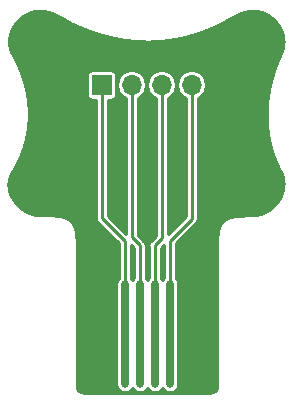
<source format=gtl>
G04 #@! TF.GenerationSoftware,KiCad,Pcbnew,(5.0.0)*
G04 #@! TF.CreationDate,2020-06-17T11:23:20-06:00*
G04 #@! TF.ProjectId,pogoprogC,706F676F70726F67432E6B696361645F,rev?*
G04 #@! TF.SameCoordinates,Original*
G04 #@! TF.FileFunction,Copper,L1,Top,Signal*
G04 #@! TF.FilePolarity,Positive*
%FSLAX46Y46*%
G04 Gerber Fmt 4.6, Leading zero omitted, Abs format (unit mm)*
G04 Created by KiCad (PCBNEW (5.0.0)) date 06/17/20 11:23:20*
%MOMM*%
%LPD*%
G01*
G04 APERTURE LIST*
G04 #@! TA.AperFunction,ComponentPad*
%ADD10R,1.700000X1.700000*%
G04 #@! TD*
G04 #@! TA.AperFunction,ComponentPad*
%ADD11O,1.700000X1.700000*%
G04 #@! TD*
G04 #@! TA.AperFunction,SMDPad,CuDef*
%ADD12O,0.660000X9.100000*%
G04 #@! TD*
G04 #@! TA.AperFunction,Conductor*
%ADD13C,0.254000*%
G04 #@! TD*
G04 #@! TA.AperFunction,NonConductor*
%ADD14C,0.254000*%
G04 #@! TD*
G04 APERTURE END LIST*
D10*
G04 #@! TO.P,J1,1*
G04 #@! TO.N,SWCLK*
X168366000Y-131699000D03*
D11*
G04 #@! TO.P,J1,2*
G04 #@! TO.N,SWDIO*
X170906000Y-131699000D03*
G04 #@! TO.P,J1,3*
G04 #@! TO.N,GND*
X173446000Y-131699000D03*
G04 #@! TO.P,J1,4*
G04 #@! TO.N,VDD*
X175986000Y-131699000D03*
G04 #@! TD*
D12*
G04 #@! TO.P,J2,4*
G04 #@! TO.N,VDD*
X174118000Y-152781000D03*
G04 #@! TO.P,J2,3*
G04 #@! TO.N,GND*
X172848000Y-152781000D03*
G04 #@! TO.P,J2,2*
G04 #@! TO.N,SWDIO*
X171578000Y-152781000D03*
G04 #@! TO.P,J2,1*
G04 #@! TO.N,SWCLK*
X170308000Y-152781000D03*
G04 #@! TD*
D13*
G04 #@! TO.N,SWCLK*
X168366000Y-131699000D02*
X168366000Y-142966000D01*
X168366000Y-142966000D02*
X168466000Y-143066000D01*
X170308000Y-144908000D02*
X170308000Y-152781000D01*
X168466000Y-143066000D02*
X170308000Y-144908000D01*
G04 #@! TO.N,SWDIO*
X170906000Y-131699000D02*
X170906000Y-144617000D01*
X170906000Y-144617000D02*
X171578000Y-145289000D01*
X171578000Y-145289000D02*
X171578000Y-152781000D01*
G04 #@! TO.N,GND*
X173446000Y-131699000D02*
X173446000Y-144689000D01*
X173446000Y-144689000D02*
X172848000Y-145287000D01*
X172848000Y-152781000D02*
X172848000Y-145287000D01*
G04 #@! TO.N,VDD*
X175986000Y-131699000D02*
X175986000Y-143040000D01*
X175986000Y-143040000D02*
X174118000Y-144908000D01*
X174118000Y-152781000D02*
X174118000Y-144908000D01*
G04 #@! TD*
D14*
G36*
X163121056Y-125417405D02*
X163134178Y-125417501D01*
X163147279Y-125417672D01*
X163160243Y-125417914D01*
X163173212Y-125418229D01*
X163186439Y-125418624D01*
X163199380Y-125419083D01*
X163212508Y-125419622D01*
X163225491Y-125420226D01*
X163238539Y-125420907D01*
X163251661Y-125421662D01*
X163264652Y-125422482D01*
X163277769Y-125423381D01*
X163290752Y-125424341D01*
X163303851Y-125425381D01*
X163316917Y-125426489D01*
X163329893Y-125427659D01*
X163343105Y-125428921D01*
X163356043Y-125430226D01*
X163369178Y-125431620D01*
X163382298Y-125433081D01*
X163395217Y-125434589D01*
X163408410Y-125436198D01*
X163421574Y-125437871D01*
X163434505Y-125439582D01*
X163447666Y-125441392D01*
X163460851Y-125443273D01*
X163473817Y-125445189D01*
X163486922Y-125447193D01*
X163500174Y-125449285D01*
X163513188Y-125451407D01*
X163526222Y-125453597D01*
X163539446Y-125455885D01*
X163552512Y-125458211D01*
X163565750Y-125460633D01*
X163578813Y-125463087D01*
X163591901Y-125465611D01*
X163605210Y-125468242D01*
X163618194Y-125470872D01*
X163631521Y-125473636D01*
X163644621Y-125476415D01*
X163657833Y-125479282D01*
X163671030Y-125482208D01*
X163684063Y-125485160D01*
X163697432Y-125488250D01*
X163710617Y-125491359D01*
X163723735Y-125494515D01*
X163737030Y-125497774D01*
X163750364Y-125501104D01*
X163763402Y-125504420D01*
X163776632Y-125507845D01*
X163790070Y-125511385D01*
X163803229Y-125514910D01*
X163816548Y-125518538D01*
X163829811Y-125522210D01*
X163842980Y-125525914D01*
X163856364Y-125529737D01*
X163869721Y-125533611D01*
X163883007Y-125537522D01*
X163896258Y-125541480D01*
X163909642Y-125545535D01*
X163922834Y-125549588D01*
X163936351Y-125553798D01*
X163949652Y-125557996D01*
X163962986Y-125562262D01*
X163976390Y-125566605D01*
X163989863Y-125571026D01*
X164002994Y-125575388D01*
X164016542Y-125579944D01*
X164029972Y-125584515D01*
X164043393Y-125589136D01*
X164056875Y-125593833D01*
X164070149Y-125598509D01*
X164083606Y-125603303D01*
X164097164Y-125608186D01*
X164110546Y-125613057D01*
X164124038Y-125618020D01*
X164137591Y-125623057D01*
X164151120Y-125628136D01*
X164164409Y-125633176D01*
X164178145Y-125638436D01*
X164191578Y-125643630D01*
X164204924Y-125648839D01*
X164218757Y-125654289D01*
X164232130Y-125659606D01*
X164245614Y-125665014D01*
X164259490Y-125670631D01*
X164272977Y-125676137D01*
X164286344Y-125681641D01*
X164300344Y-125687454D01*
X164313597Y-125693002D01*
X164327340Y-125698803D01*
X164341102Y-125704658D01*
X164354602Y-125710447D01*
X164368230Y-125716335D01*
X164381956Y-125722313D01*
X164395750Y-125728363D01*
X164409155Y-125734288D01*
X164423139Y-125740511D01*
X164436622Y-125746556D01*
X164450464Y-125752805D01*
X164464248Y-125759070D01*
X164477884Y-125765310D01*
X164491662Y-125771658D01*
X164505459Y-125778055D01*
X164519015Y-125784381D01*
X164533034Y-125790966D01*
X164546656Y-125797403D01*
X164560666Y-125804065D01*
X164574098Y-125810491D01*
X164588428Y-125817386D01*
X164602126Y-125824016D01*
X164615904Y-125830723D01*
X164629548Y-125837403D01*
X164643820Y-125844429D01*
X164657577Y-125851238D01*
X164671649Y-125858240D01*
X164685308Y-125865073D01*
X164699097Y-125872006D01*
X164713142Y-125879104D01*
X164727083Y-125886186D01*
X164741160Y-125893371D01*
X164754700Y-125900315D01*
X164768925Y-125907646D01*
X164782861Y-125914862D01*
X164796774Y-125922098D01*
X164810814Y-125929433D01*
X164825040Y-125936900D01*
X164839160Y-125944343D01*
X164853345Y-125951852D01*
X164867034Y-125959129D01*
X164881293Y-125966740D01*
X164895164Y-125974174D01*
X164909352Y-125981808D01*
X164923499Y-125989450D01*
X164937404Y-125996990D01*
X164951782Y-126004816D01*
X164965922Y-126012540D01*
X164979844Y-126020174D01*
X164994117Y-126028027D01*
X165008606Y-126036027D01*
X165022523Y-126043738D01*
X165036802Y-126051676D01*
X165050854Y-126059512D01*
X165065326Y-126067609D01*
X165079503Y-126075567D01*
X165093583Y-126083493D01*
X165108145Y-126091717D01*
X165122574Y-126099889D01*
X165136229Y-126107645D01*
X165151313Y-126116237D01*
X165165177Y-126124156D01*
X165179390Y-126132296D01*
X165193489Y-126140392D01*
X165208129Y-126148821D01*
X165222521Y-126157128D01*
X165236974Y-126165490D01*
X165251541Y-126173939D01*
X165265403Y-126181998D01*
X165280606Y-126190856D01*
X165294095Y-126198733D01*
X165309218Y-126207584D01*
X165323480Y-126215948D01*
X165338109Y-126224545D01*
X165352112Y-126232791D01*
X165367382Y-126241800D01*
X165381088Y-126249902D01*
X165395546Y-126258463D01*
X165410261Y-126267193D01*
X165425558Y-126276283D01*
X165439386Y-126284515D01*
X165455203Y-126293946D01*
X165467714Y-126301417D01*
X165483894Y-126311093D01*
X165497908Y-126319486D01*
X165513314Y-126328726D01*
X165527797Y-126337424D01*
X165541539Y-126345688D01*
X165557591Y-126355352D01*
X165571022Y-126363449D01*
X165586521Y-126372803D01*
X165600241Y-126381092D01*
X165615996Y-126390620D01*
X165630721Y-126399535D01*
X165644840Y-126408090D01*
X165661354Y-126418106D01*
X165673938Y-126425745D01*
X165691859Y-126436632D01*
X165703192Y-126443521D01*
X165719166Y-126453239D01*
X165735305Y-126463064D01*
X165750122Y-126472088D01*
X165754079Y-126474500D01*
X165766913Y-126483901D01*
X165777905Y-126489020D01*
X165788253Y-126495327D01*
X165803184Y-126500794D01*
X165817321Y-126507378D01*
X165817656Y-126507622D01*
X165842753Y-126519223D01*
X165867653Y-126530820D01*
X165868052Y-126530918D01*
X165868066Y-126530924D01*
X165868402Y-126531167D01*
X165893239Y-126542560D01*
X165918453Y-126554215D01*
X165918827Y-126554305D01*
X165919141Y-126554531D01*
X165944358Y-126566009D01*
X165969257Y-126577430D01*
X165969590Y-126577509D01*
X165969865Y-126577706D01*
X165994845Y-126588988D01*
X166020054Y-126600462D01*
X166020344Y-126600530D01*
X166020589Y-126600704D01*
X166045646Y-126611932D01*
X166070836Y-126623309D01*
X166071088Y-126623368D01*
X166071303Y-126623519D01*
X166096654Y-126634789D01*
X166121617Y-126645975D01*
X166121831Y-126646024D01*
X166122015Y-126646153D01*
X166147177Y-126657250D01*
X166172388Y-126668458D01*
X166172565Y-126668498D01*
X166172716Y-126668603D01*
X166197983Y-126679656D01*
X166223157Y-126690759D01*
X166223294Y-126690790D01*
X166223409Y-126690869D01*
X166248745Y-126701864D01*
X166273915Y-126712875D01*
X166274013Y-126712897D01*
X166274101Y-126712957D01*
X166299279Y-126723793D01*
X166324663Y-126734809D01*
X166324729Y-126734823D01*
X166324781Y-126734859D01*
X166350183Y-126745702D01*
X166375411Y-126756560D01*
X166375434Y-126756565D01*
X166375458Y-126756581D01*
X166400797Y-126767307D01*
X166426126Y-126778119D01*
X166451513Y-126788776D01*
X166476783Y-126799472D01*
X166476787Y-126799475D01*
X166502272Y-126810082D01*
X166527440Y-126820646D01*
X166527442Y-126820648D01*
X166527524Y-126820682D01*
X166527603Y-126820715D01*
X166527606Y-126820716D01*
X166552773Y-126831101D01*
X166578318Y-126841733D01*
X166578325Y-126841734D01*
X166603498Y-126852033D01*
X166628726Y-126862443D01*
X166628736Y-126862450D01*
X166654335Y-126872831D01*
X166679361Y-126883069D01*
X166679362Y-126883070D01*
X166679408Y-126883088D01*
X166679727Y-126883219D01*
X166679738Y-126883221D01*
X166705043Y-126893394D01*
X166729980Y-126903506D01*
X166729998Y-126903518D01*
X166755546Y-126913696D01*
X166781109Y-126923973D01*
X166781127Y-126923976D01*
X166806136Y-126933852D01*
X166831217Y-126943844D01*
X166831232Y-126943854D01*
X166831751Y-126944057D01*
X166831801Y-126944077D01*
X166831803Y-126944077D01*
X166856932Y-126953910D01*
X166881830Y-126963742D01*
X166881838Y-126963747D01*
X166882115Y-126963855D01*
X166882466Y-126963993D01*
X166882478Y-126963995D01*
X166907476Y-126973688D01*
X166932430Y-126983452D01*
X166932440Y-126983458D01*
X166932762Y-126983582D01*
X166933141Y-126983730D01*
X166933154Y-126983732D01*
X166958064Y-126993302D01*
X166983019Y-127002978D01*
X166983031Y-127002985D01*
X166983421Y-127003133D01*
X166983799Y-127003280D01*
X166983812Y-127003282D01*
X167008713Y-127012760D01*
X167033607Y-127022324D01*
X167033621Y-127022332D01*
X167034076Y-127022503D01*
X167034452Y-127022648D01*
X167034465Y-127022650D01*
X167059309Y-127032017D01*
X167084187Y-127041486D01*
X167084203Y-127041496D01*
X167084745Y-127041698D01*
X167085096Y-127041832D01*
X167085108Y-127041834D01*
X167110085Y-127051162D01*
X167134761Y-127060465D01*
X167134774Y-127060473D01*
X167135205Y-127060633D01*
X167135737Y-127060833D01*
X167135756Y-127060836D01*
X167160592Y-127070023D01*
X167185322Y-127079258D01*
X167185342Y-127079270D01*
X167185993Y-127079508D01*
X167186372Y-127079650D01*
X167186385Y-127079652D01*
X167211203Y-127088743D01*
X167235887Y-127097873D01*
X167235903Y-127097883D01*
X167236435Y-127098076D01*
X167236992Y-127098282D01*
X167237012Y-127098285D01*
X167261699Y-127107240D01*
X167286440Y-127116303D01*
X167286459Y-127116314D01*
X167287066Y-127116532D01*
X167287612Y-127116732D01*
X167287631Y-127116735D01*
X167312314Y-127125599D01*
X167336987Y-127134549D01*
X167337007Y-127134561D01*
X167337664Y-127134795D01*
X167338222Y-127134997D01*
X167338242Y-127135000D01*
X167363094Y-127143836D01*
X167387521Y-127152609D01*
X167387543Y-127152622D01*
X167388271Y-127152878D01*
X167388830Y-127153079D01*
X167388850Y-127153082D01*
X167413536Y-127161771D01*
X167438054Y-127170489D01*
X167438077Y-127170502D01*
X167438815Y-127170759D01*
X167439425Y-127170976D01*
X167439447Y-127170979D01*
X167463961Y-127179520D01*
X167488581Y-127188186D01*
X167488604Y-127188199D01*
X167489334Y-127188451D01*
X167490011Y-127188689D01*
X167490035Y-127188692D01*
X167514707Y-127197200D01*
X167539101Y-127205698D01*
X167539125Y-127205712D01*
X167539883Y-127205971D01*
X167540593Y-127206218D01*
X167540618Y-127206222D01*
X167565038Y-127214554D01*
X167589611Y-127223027D01*
X167589634Y-127223040D01*
X167590370Y-127223288D01*
X167591169Y-127223564D01*
X167591198Y-127223568D01*
X167615771Y-127231865D01*
X167640116Y-127240172D01*
X167640145Y-127240188D01*
X167641057Y-127240493D01*
X167641738Y-127240725D01*
X167641762Y-127240728D01*
X167666162Y-127248878D01*
X167690621Y-127257137D01*
X167690645Y-127257150D01*
X167691399Y-127257399D01*
X167692296Y-127257702D01*
X167692328Y-127257706D01*
X167716704Y-127265761D01*
X167741106Y-127273912D01*
X167741132Y-127273926D01*
X167741949Y-127274193D01*
X167742853Y-127274495D01*
X167742885Y-127274499D01*
X167767400Y-127282512D01*
X167791586Y-127290504D01*
X167791619Y-127290522D01*
X167792662Y-127290859D01*
X167793400Y-127291103D01*
X167793427Y-127291106D01*
X167817630Y-127298930D01*
X167842070Y-127306919D01*
X167842102Y-127306936D01*
X167843090Y-127307252D01*
X167843932Y-127307527D01*
X167843963Y-127307531D01*
X167868459Y-127315360D01*
X167892539Y-127323144D01*
X167892568Y-127323160D01*
X167893474Y-127323446D01*
X167894466Y-127323767D01*
X167894502Y-127323771D01*
X167918827Y-127331459D01*
X167943002Y-127339186D01*
X167943035Y-127339204D01*
X167944074Y-127339529D01*
X167944995Y-127339823D01*
X167945028Y-127339827D01*
X167969118Y-127347353D01*
X167993463Y-127355048D01*
X167993497Y-127355066D01*
X167994551Y-127355392D01*
X167995505Y-127355693D01*
X167995540Y-127355697D01*
X168019823Y-127363196D01*
X168043912Y-127370722D01*
X168043943Y-127370739D01*
X168044914Y-127371035D01*
X168046017Y-127371380D01*
X168046057Y-127371384D01*
X168070277Y-127378777D01*
X168094353Y-127386212D01*
X168094391Y-127386232D01*
X168095556Y-127386583D01*
X168096523Y-127386882D01*
X168096558Y-127386886D01*
X168120626Y-127394145D01*
X168144795Y-127401522D01*
X168144824Y-127401537D01*
X168145718Y-127401803D01*
X168147014Y-127402199D01*
X168147061Y-127402204D01*
X168170986Y-127409334D01*
X168195221Y-127416643D01*
X168195259Y-127416663D01*
X168196423Y-127417006D01*
X168197505Y-127417332D01*
X168197545Y-127417336D01*
X168221589Y-127424414D01*
X168245647Y-127431584D01*
X168245682Y-127431602D01*
X168246763Y-127431916D01*
X168247980Y-127432279D01*
X168248025Y-127432283D01*
X168272025Y-127439262D01*
X168296056Y-127446336D01*
X168296097Y-127446357D01*
X168297345Y-127446715D01*
X168298458Y-127447043D01*
X168298499Y-127447047D01*
X168322658Y-127453984D01*
X168346465Y-127460906D01*
X168346506Y-127460927D01*
X168347760Y-127461282D01*
X168348924Y-127461621D01*
X168348967Y-127461625D01*
X168372930Y-127468419D01*
X168396866Y-127475292D01*
X168396909Y-127475314D01*
X168398227Y-127475683D01*
X168399380Y-127476014D01*
X168399422Y-127476018D01*
X168423447Y-127482742D01*
X168447258Y-127489494D01*
X168447303Y-127489516D01*
X168448654Y-127489889D01*
X168449831Y-127490223D01*
X168449874Y-127490226D01*
X168473936Y-127496875D01*
X168497645Y-127503511D01*
X168497695Y-127503536D01*
X168499195Y-127503945D01*
X168500274Y-127504247D01*
X168500314Y-127504250D01*
X168524199Y-127510762D01*
X168548035Y-127517348D01*
X168548075Y-127517368D01*
X168549268Y-127517689D01*
X168550705Y-127518086D01*
X168550758Y-127518090D01*
X168574546Y-127524490D01*
X168598402Y-127530994D01*
X168598449Y-127531017D01*
X168599851Y-127531389D01*
X168601138Y-127531740D01*
X168601186Y-127531743D01*
X168625072Y-127538083D01*
X168648767Y-127544458D01*
X168648815Y-127544481D01*
X168650253Y-127544857D01*
X168651556Y-127545208D01*
X168651604Y-127545211D01*
X168675506Y-127551468D01*
X168699127Y-127557737D01*
X168699178Y-127557762D01*
X168700695Y-127558154D01*
X168701970Y-127558492D01*
X168702017Y-127558495D01*
X168725751Y-127564622D01*
X168749485Y-127570835D01*
X168749531Y-127570857D01*
X168750905Y-127571207D01*
X168752373Y-127571591D01*
X168752428Y-127571594D01*
X168776078Y-127577613D01*
X168799831Y-127583745D01*
X168799875Y-127583766D01*
X168801165Y-127584090D01*
X168802774Y-127584505D01*
X168802834Y-127584508D01*
X168826321Y-127590401D01*
X168850167Y-127596470D01*
X168850216Y-127596493D01*
X168851667Y-127596852D01*
X168853165Y-127597233D01*
X168853221Y-127597236D01*
X168876862Y-127603081D01*
X168900495Y-127609010D01*
X168900542Y-127609032D01*
X168901939Y-127609372D01*
X168903544Y-127609775D01*
X168903604Y-127609778D01*
X168927183Y-127615522D01*
X168950817Y-127621365D01*
X168950875Y-127621392D01*
X168952565Y-127621797D01*
X168953922Y-127622133D01*
X168953973Y-127622135D01*
X168977597Y-127627804D01*
X169001136Y-127633538D01*
X169001184Y-127633560D01*
X169002584Y-127633891D01*
X169004284Y-127634305D01*
X169004348Y-127634308D01*
X169028004Y-127639898D01*
X169051434Y-127645520D01*
X169051498Y-127645549D01*
X169053358Y-127645982D01*
X169054651Y-127646292D01*
X169054700Y-127646294D01*
X169078347Y-127651796D01*
X169101749Y-127657326D01*
X169101804Y-127657351D01*
X169103396Y-127657716D01*
X169104993Y-127658093D01*
X169105053Y-127658095D01*
X169128507Y-127663466D01*
X169152042Y-127668942D01*
X169152096Y-127668966D01*
X169153667Y-127669320D01*
X169155343Y-127669710D01*
X169155406Y-127669712D01*
X169178924Y-127675012D01*
X169202324Y-127680371D01*
X169202383Y-127680397D01*
X169204100Y-127680778D01*
X169205682Y-127681140D01*
X169205742Y-127681142D01*
X169229292Y-127686364D01*
X169252606Y-127691618D01*
X169252666Y-127691644D01*
X169254409Y-127692024D01*
X169256006Y-127692384D01*
X169256067Y-127692386D01*
X169279343Y-127697461D01*
X169302884Y-127702681D01*
X169302942Y-127702706D01*
X169304596Y-127703061D01*
X169306325Y-127703444D01*
X169306391Y-127703445D01*
X169329892Y-127708484D01*
X169353142Y-127713554D01*
X169353200Y-127713579D01*
X169354866Y-127713930D01*
X169356640Y-127714317D01*
X169356707Y-127714318D01*
X169380053Y-127719239D01*
X169403400Y-127724245D01*
X169403467Y-127724273D01*
X169405367Y-127724667D01*
X169406946Y-127725005D01*
X169407006Y-127725006D01*
X169430221Y-127729813D01*
X169453659Y-127734753D01*
X169453715Y-127734777D01*
X169455311Y-127735102D01*
X169457234Y-127735507D01*
X169457308Y-127735508D01*
X169480707Y-127740268D01*
X169503891Y-127745069D01*
X169503956Y-127745096D01*
X169505810Y-127745466D01*
X169507532Y-127745823D01*
X169507597Y-127745824D01*
X169530939Y-127750487D01*
X169554127Y-127755204D01*
X169554195Y-127755232D01*
X169556135Y-127755612D01*
X169557809Y-127755953D01*
X169557873Y-127755953D01*
X169581147Y-127760518D01*
X169604360Y-127765155D01*
X169604426Y-127765182D01*
X169606279Y-127765539D01*
X169608078Y-127765898D01*
X169608147Y-127765898D01*
X169631412Y-127770375D01*
X169654584Y-127774919D01*
X169654650Y-127774946D01*
X169656505Y-127775296D01*
X169658345Y-127775657D01*
X169658416Y-127775657D01*
X169681583Y-127780030D01*
X169704794Y-127784497D01*
X169704855Y-127784521D01*
X169706584Y-127784841D01*
X169708605Y-127785230D01*
X169708682Y-127785230D01*
X169731862Y-127789521D01*
X169754993Y-127793887D01*
X169755069Y-127793917D01*
X169757201Y-127794304D01*
X169758855Y-127794616D01*
X169758919Y-127794615D01*
X169782040Y-127798810D01*
X169805203Y-127803098D01*
X169805264Y-127803122D01*
X169806971Y-127803425D01*
X169809086Y-127803817D01*
X169809167Y-127803816D01*
X169832319Y-127807932D01*
X169855385Y-127812116D01*
X169855457Y-127812144D01*
X169857465Y-127812494D01*
X169859325Y-127812831D01*
X169859396Y-127812830D01*
X169882350Y-127816826D01*
X169905575Y-127820954D01*
X169905642Y-127820980D01*
X169907497Y-127821296D01*
X169909544Y-127821660D01*
X169909623Y-127821658D01*
X169932678Y-127825587D01*
X169955748Y-127829603D01*
X169955819Y-127829630D01*
X169957775Y-127829956D01*
X169959762Y-127830302D01*
X169959839Y-127830300D01*
X169982807Y-127834129D01*
X170005912Y-127838067D01*
X170005983Y-127838093D01*
X170007941Y-127838412D01*
X170009970Y-127838758D01*
X170010048Y-127838756D01*
X170033239Y-127842537D01*
X170056070Y-127846343D01*
X170056145Y-127846371D01*
X170058213Y-127846701D01*
X170060171Y-127847027D01*
X170060247Y-127847025D01*
X170083088Y-127850665D01*
X170106227Y-127854438D01*
X170106299Y-127854464D01*
X170108285Y-127854773D01*
X170110357Y-127855111D01*
X170110437Y-127855108D01*
X170133386Y-127858681D01*
X170156368Y-127862343D01*
X170156439Y-127862369D01*
X170158394Y-127862666D01*
X170160539Y-127863008D01*
X170160622Y-127863005D01*
X170183537Y-127866488D01*
X170206501Y-127870063D01*
X170206583Y-127870092D01*
X170208822Y-127870424D01*
X170210717Y-127870719D01*
X170210791Y-127870716D01*
X170233826Y-127874132D01*
X170256637Y-127877599D01*
X170256708Y-127877624D01*
X170258653Y-127877905D01*
X170260875Y-127878243D01*
X170260961Y-127878239D01*
X170283778Y-127881539D01*
X170306747Y-127884945D01*
X170306829Y-127884973D01*
X170309055Y-127885287D01*
X170311040Y-127885581D01*
X170311117Y-127885577D01*
X170334145Y-127888822D01*
X170356864Y-127892107D01*
X170356944Y-127892135D01*
X170359109Y-127892432D01*
X170361183Y-127892732D01*
X170361264Y-127892728D01*
X170384146Y-127895868D01*
X170406969Y-127899084D01*
X170407049Y-127899111D01*
X170409230Y-127899402D01*
X170411322Y-127899697D01*
X170411403Y-127899692D01*
X170434266Y-127902745D01*
X170457066Y-127905874D01*
X170457147Y-127905901D01*
X170459329Y-127906184D01*
X170461455Y-127906476D01*
X170461538Y-127906471D01*
X170484335Y-127909431D01*
X170507154Y-127912477D01*
X170507231Y-127912503D01*
X170509302Y-127912764D01*
X170511577Y-127913068D01*
X170511666Y-127913062D01*
X170534423Y-127915933D01*
X170557235Y-127918894D01*
X170557319Y-127918922D01*
X170559573Y-127919198D01*
X170561692Y-127919473D01*
X170561775Y-127919467D01*
X170584416Y-127922239D01*
X170607312Y-127925127D01*
X170607392Y-127925153D01*
X170609529Y-127925407D01*
X170611791Y-127925692D01*
X170611880Y-127925686D01*
X170634785Y-127928405D01*
X170657367Y-127931169D01*
X170657451Y-127931196D01*
X170659717Y-127931457D01*
X170661893Y-127931723D01*
X170661978Y-127931717D01*
X170684776Y-127934339D01*
X170707423Y-127937027D01*
X170707514Y-127937056D01*
X170709942Y-127937326D01*
X170711979Y-127937568D01*
X170712059Y-127937562D01*
X170734793Y-127940092D01*
X170757476Y-127942701D01*
X170757557Y-127942726D01*
X170759715Y-127942958D01*
X170762052Y-127943227D01*
X170762143Y-127943220D01*
X170784982Y-127945677D01*
X170807514Y-127948184D01*
X170807603Y-127948212D01*
X170809988Y-127948460D01*
X170812129Y-127948698D01*
X170812213Y-127948691D01*
X170834692Y-127951026D01*
X170857550Y-127953485D01*
X170857634Y-127953511D01*
X170859861Y-127953734D01*
X170862184Y-127953984D01*
X170862275Y-127953976D01*
X170885086Y-127956260D01*
X170907572Y-127958596D01*
X170907658Y-127958622D01*
X170909941Y-127958842D01*
X170912240Y-127959081D01*
X170912330Y-127959073D01*
X170934889Y-127961248D01*
X170957588Y-127963522D01*
X170957673Y-127963547D01*
X170959924Y-127963756D01*
X170962283Y-127963992D01*
X170962375Y-127963983D01*
X170984887Y-127966071D01*
X171007592Y-127968260D01*
X171007679Y-127968286D01*
X171009982Y-127968491D01*
X171012315Y-127968716D01*
X171012407Y-127968707D01*
X171035017Y-127970719D01*
X171057590Y-127972813D01*
X171057678Y-127972838D01*
X171060004Y-127973036D01*
X171062340Y-127973253D01*
X171062432Y-127973243D01*
X171085017Y-127975170D01*
X171107579Y-127977178D01*
X171107667Y-127977203D01*
X171109999Y-127977393D01*
X171112356Y-127977603D01*
X171112449Y-127977593D01*
X171134984Y-127979431D01*
X171157560Y-127981357D01*
X171157647Y-127981381D01*
X171159937Y-127981559D01*
X171162361Y-127981766D01*
X171162456Y-127981755D01*
X171184888Y-127983502D01*
X171207534Y-127985349D01*
X171207625Y-127985374D01*
X171210023Y-127985552D01*
X171212356Y-127985742D01*
X171212448Y-127985731D01*
X171235043Y-127987406D01*
X171257496Y-127989154D01*
X171257589Y-127989179D01*
X171260007Y-127989349D01*
X171262343Y-127989531D01*
X171262435Y-127989520D01*
X171284978Y-127991106D01*
X171307454Y-127992772D01*
X171307543Y-127992796D01*
X171309884Y-127992952D01*
X171312326Y-127993133D01*
X171312422Y-127993121D01*
X171334925Y-127994621D01*
X171357396Y-127996202D01*
X171357489Y-127996227D01*
X171359920Y-127996380D01*
X171362294Y-127996547D01*
X171362387Y-127996535D01*
X171384782Y-127997944D01*
X171407338Y-127999448D01*
X171407432Y-127999472D01*
X171409861Y-127999616D01*
X171412251Y-127999775D01*
X171412345Y-127999763D01*
X171434826Y-128001093D01*
X171457269Y-128002505D01*
X171457360Y-128002528D01*
X171459718Y-128002659D01*
X171462202Y-128002815D01*
X171462300Y-128002802D01*
X171484801Y-128004049D01*
X171507181Y-128005373D01*
X171507279Y-128005398D01*
X171509825Y-128005530D01*
X171512147Y-128005667D01*
X171512238Y-128005654D01*
X171534797Y-128006821D01*
X171557096Y-128008057D01*
X171557189Y-128008080D01*
X171559595Y-128008195D01*
X171562077Y-128008333D01*
X171562175Y-128008319D01*
X171584387Y-128009385D01*
X171607002Y-128010554D01*
X171607096Y-128010577D01*
X171609538Y-128010685D01*
X171611995Y-128010812D01*
X171612092Y-128010798D01*
X171634565Y-128011792D01*
X171656897Y-128012863D01*
X171656989Y-128012885D01*
X171659371Y-128012981D01*
X171661906Y-128013103D01*
X171662006Y-128013088D01*
X171684245Y-128013988D01*
X171706784Y-128014985D01*
X171706878Y-128015007D01*
X171709303Y-128015096D01*
X171711813Y-128015207D01*
X171711912Y-128015192D01*
X171734232Y-128016011D01*
X171756657Y-128016919D01*
X171756752Y-128016941D01*
X171759206Y-128017022D01*
X171761704Y-128017123D01*
X171761803Y-128017108D01*
X171784308Y-128017849D01*
X171806521Y-128018665D01*
X171806617Y-128018687D01*
X171809101Y-128018760D01*
X171811591Y-128018851D01*
X171811689Y-128018835D01*
X171833895Y-128019484D01*
X171856379Y-128020225D01*
X171856479Y-128020248D01*
X171859044Y-128020313D01*
X171861462Y-128020393D01*
X171861557Y-128020377D01*
X171884003Y-128020949D01*
X171906226Y-128021598D01*
X171906325Y-128021620D01*
X171908862Y-128021675D01*
X171911323Y-128021747D01*
X171911420Y-128021731D01*
X171933911Y-128022219D01*
X171956066Y-128022783D01*
X171956168Y-128022805D01*
X171958776Y-128022852D01*
X171961180Y-128022913D01*
X171961275Y-128022897D01*
X171983512Y-128023296D01*
X172005902Y-128023782D01*
X172005996Y-128023802D01*
X172008401Y-128023836D01*
X172011020Y-128023893D01*
X172011123Y-128023875D01*
X172033352Y-128024190D01*
X172055719Y-128024592D01*
X172055815Y-128024612D01*
X172058279Y-128024638D01*
X172060857Y-128024684D01*
X172060958Y-128024666D01*
X172083203Y-128024898D01*
X172105526Y-128025215D01*
X172105629Y-128025236D01*
X172108243Y-128025253D01*
X172110678Y-128025288D01*
X172110774Y-128025270D01*
X172133151Y-128025420D01*
X172155337Y-128025651D01*
X172155435Y-128025671D01*
X172157923Y-128025678D01*
X172160489Y-128025705D01*
X172160590Y-128025686D01*
X172182690Y-128025750D01*
X172205127Y-128025900D01*
X172205225Y-128025919D01*
X172207720Y-128025917D01*
X172210295Y-128025934D01*
X172210397Y-128025915D01*
X172232809Y-128025895D01*
X172254909Y-128025959D01*
X172255012Y-128025979D01*
X172257629Y-128025967D01*
X172260091Y-128025974D01*
X172260188Y-128025955D01*
X172282443Y-128025852D01*
X172304685Y-128025833D01*
X172304782Y-128025851D01*
X172307251Y-128025830D01*
X172309871Y-128025828D01*
X172309974Y-128025807D01*
X172332117Y-128025622D01*
X172354449Y-128025518D01*
X172354550Y-128025537D01*
X172357118Y-128025506D01*
X172359647Y-128025494D01*
X172359747Y-128025474D01*
X172381924Y-128025204D01*
X172404206Y-128025017D01*
X172404307Y-128025035D01*
X172406843Y-128024995D01*
X172409406Y-128024973D01*
X172409507Y-128024952D01*
X172431755Y-128024597D01*
X172453951Y-128024326D01*
X172454049Y-128024344D01*
X172456532Y-128024295D01*
X172459161Y-128024263D01*
X172459264Y-128024241D01*
X172481490Y-128023803D01*
X172503685Y-128023448D01*
X172503786Y-128023466D01*
X172506344Y-128023406D01*
X172508904Y-128023365D01*
X172509005Y-128023343D01*
X172531067Y-128022825D01*
X172553409Y-128022384D01*
X172553509Y-128022401D01*
X172556017Y-128022333D01*
X172558631Y-128022281D01*
X172558734Y-128022258D01*
X172580953Y-128021652D01*
X172603130Y-128021131D01*
X172603233Y-128021148D01*
X172605818Y-128021068D01*
X172608355Y-128021008D01*
X172608455Y-128020986D01*
X172630549Y-128020299D01*
X172652841Y-128019690D01*
X172652936Y-128019706D01*
X172655334Y-128019622D01*
X172658061Y-128019548D01*
X172658168Y-128019524D01*
X172680364Y-128018750D01*
X172702526Y-128018061D01*
X172702627Y-128018077D01*
X172705168Y-128017979D01*
X172707768Y-128017898D01*
X172707870Y-128017874D01*
X172729900Y-128017023D01*
X172752215Y-128016246D01*
X172752321Y-128016262D01*
X172754967Y-128016150D01*
X172757454Y-128016063D01*
X172757552Y-128016040D01*
X172779774Y-128015097D01*
X172801896Y-128014242D01*
X172801994Y-128014257D01*
X172804456Y-128014143D01*
X172807127Y-128014040D01*
X172807232Y-128014015D01*
X172829375Y-128012991D01*
X172851558Y-128012050D01*
X172851662Y-128012065D01*
X172854274Y-128011934D01*
X172856803Y-128011827D01*
X172856902Y-128011803D01*
X172879102Y-128010693D01*
X172901217Y-128009670D01*
X172901320Y-128009685D01*
X172903898Y-128009546D01*
X172906456Y-128009428D01*
X172906556Y-128009403D01*
X172928612Y-128008216D01*
X172950863Y-128007103D01*
X172950962Y-128007117D01*
X172953440Y-128006974D01*
X172956104Y-128006841D01*
X172956208Y-128006815D01*
X172978387Y-128005537D01*
X173000496Y-128004347D01*
X173000605Y-128004362D01*
X173003326Y-128004195D01*
X173005739Y-128004065D01*
X173005834Y-128004041D01*
X173028066Y-128002675D01*
X173050129Y-128001404D01*
X173050226Y-128001417D01*
X173052635Y-128001260D01*
X173055359Y-128001103D01*
X173055465Y-128001075D01*
X173077431Y-127999643D01*
X173099740Y-127998273D01*
X173099842Y-127998286D01*
X173102399Y-127998110D01*
X173104980Y-127997951D01*
X173105081Y-127997924D01*
X173127171Y-127996400D01*
X173149345Y-127994954D01*
X173149449Y-127994967D01*
X173152033Y-127994779D01*
X173154576Y-127994613D01*
X173154676Y-127994586D01*
X173176874Y-127992970D01*
X173198942Y-127991447D01*
X173199045Y-127991459D01*
X173201596Y-127991264D01*
X173204168Y-127991086D01*
X173204268Y-127991059D01*
X173226367Y-127989365D01*
X173248524Y-127987752D01*
X173248631Y-127987764D01*
X173251292Y-127987550D01*
X173253749Y-127987371D01*
X173253845Y-127987345D01*
X173276199Y-127985546D01*
X173298099Y-127983868D01*
X173298205Y-127983880D01*
X173300842Y-127983658D01*
X173303319Y-127983468D01*
X173303416Y-127983441D01*
X173325471Y-127981583D01*
X173347669Y-127979797D01*
X173347769Y-127979808D01*
X173350263Y-127979588D01*
X173352878Y-127979378D01*
X173352980Y-127979349D01*
X173375036Y-127977407D01*
X173397219Y-127975538D01*
X173397318Y-127975548D01*
X173399776Y-127975322D01*
X173402425Y-127975099D01*
X173402528Y-127975069D01*
X173424611Y-127973041D01*
X173446759Y-127971090D01*
X173446867Y-127971101D01*
X173449542Y-127970845D01*
X173451961Y-127970632D01*
X173452055Y-127970604D01*
X173474195Y-127968485D01*
X173496295Y-127966455D01*
X173496396Y-127966465D01*
X173498885Y-127966217D01*
X173501479Y-127965979D01*
X173501580Y-127965949D01*
X173523764Y-127963741D01*
X173545814Y-127961631D01*
X173545920Y-127961641D01*
X173548551Y-127961369D01*
X173550997Y-127961135D01*
X173551092Y-127961107D01*
X173573223Y-127958819D01*
X173595325Y-127956620D01*
X173595428Y-127956629D01*
X173597971Y-127956356D01*
X173600498Y-127956105D01*
X173600596Y-127956075D01*
X173622793Y-127953697D01*
X173644828Y-127951419D01*
X173644929Y-127951428D01*
X173647438Y-127951149D01*
X173649988Y-127950886D01*
X173650087Y-127950856D01*
X173672042Y-127948419D01*
X173694317Y-127946032D01*
X173694418Y-127946040D01*
X173696907Y-127945754D01*
X173699466Y-127945480D01*
X173699565Y-127945449D01*
X173721748Y-127942902D01*
X173743790Y-127940456D01*
X173743895Y-127940464D01*
X173746488Y-127940156D01*
X173748933Y-127939885D01*
X173749027Y-127939855D01*
X173771219Y-127937222D01*
X173793264Y-127934691D01*
X173793368Y-127934699D01*
X173795940Y-127934384D01*
X173798387Y-127934103D01*
X173798482Y-127934073D01*
X173820506Y-127931375D01*
X173842726Y-127928739D01*
X173842818Y-127928745D01*
X173845088Y-127928458D01*
X173847830Y-127928133D01*
X173847935Y-127928099D01*
X173870019Y-127925310D01*
X173892159Y-127922598D01*
X173892268Y-127922605D01*
X173894965Y-127922254D01*
X173897267Y-127921972D01*
X173897355Y-127921943D01*
X173919529Y-127919057D01*
X173941605Y-127916269D01*
X173941702Y-127916275D01*
X173944083Y-127915956D01*
X173946680Y-127915628D01*
X173946780Y-127915595D01*
X173968780Y-127912647D01*
X173991028Y-127909751D01*
X173991124Y-127909757D01*
X173993492Y-127909431D01*
X173996094Y-127909092D01*
X173996194Y-127909058D01*
X174018249Y-127906019D01*
X174040434Y-127903046D01*
X174040536Y-127903052D01*
X174043060Y-127902694D01*
X174045489Y-127902369D01*
X174045582Y-127902337D01*
X174067773Y-127899194D01*
X174089837Y-127896153D01*
X174089935Y-127896158D01*
X174092358Y-127895805D01*
X174094872Y-127895459D01*
X174094968Y-127895426D01*
X174117004Y-127892220D01*
X174139229Y-127889071D01*
X174139329Y-127889076D01*
X174141781Y-127888710D01*
X174144243Y-127888361D01*
X174144337Y-127888328D01*
X174166335Y-127885042D01*
X174188613Y-127881801D01*
X174188705Y-127881805D01*
X174190960Y-127881460D01*
X174193603Y-127881075D01*
X174193704Y-127881039D01*
X174215803Y-127877654D01*
X174237969Y-127874343D01*
X174238070Y-127874347D01*
X174240571Y-127873954D01*
X174242956Y-127873598D01*
X174243047Y-127873565D01*
X174265256Y-127870078D01*
X174287328Y-127866696D01*
X174287431Y-127866700D01*
X174289974Y-127866291D01*
X174292290Y-127865936D01*
X174292378Y-127865904D01*
X174314590Y-127862330D01*
X174336679Y-127858861D01*
X174336773Y-127858864D01*
X174339104Y-127858480D01*
X174341613Y-127858086D01*
X174341709Y-127858051D01*
X174363700Y-127854428D01*
X174386007Y-127850838D01*
X174386105Y-127850841D01*
X174388521Y-127850434D01*
X174390930Y-127850046D01*
X174391021Y-127850012D01*
X174413301Y-127846255D01*
X174435327Y-127842626D01*
X174435429Y-127842629D01*
X174437933Y-127842197D01*
X174440228Y-127841819D01*
X174440315Y-127841786D01*
X174462492Y-127837961D01*
X174484645Y-127834226D01*
X174484738Y-127834228D01*
X174487032Y-127833823D01*
X174489514Y-127833405D01*
X174489608Y-127833369D01*
X174511653Y-127829482D01*
X174533944Y-127825637D01*
X174534039Y-127825639D01*
X174536376Y-127825218D01*
X174538793Y-127824801D01*
X174538884Y-127824766D01*
X174561015Y-127820778D01*
X174583231Y-127816861D01*
X174583323Y-127816862D01*
X174585601Y-127816443D01*
X174588055Y-127816010D01*
X174588148Y-127815974D01*
X174610227Y-127811910D01*
X174632503Y-127807896D01*
X174632597Y-127807897D01*
X174634917Y-127807461D01*
X174637309Y-127807030D01*
X174637399Y-127806995D01*
X174659612Y-127802820D01*
X174681763Y-127798743D01*
X174681861Y-127798744D01*
X174684275Y-127798281D01*
X174686546Y-127797863D01*
X174686631Y-127797829D01*
X174708804Y-127793576D01*
X174731019Y-127789402D01*
X174731111Y-127789402D01*
X174733369Y-127788960D01*
X174735770Y-127788509D01*
X174735860Y-127788473D01*
X174758021Y-127784137D01*
X174780256Y-127779872D01*
X174780353Y-127779872D01*
X174782753Y-127779393D01*
X174784985Y-127778965D01*
X174785069Y-127778931D01*
X174807398Y-127774475D01*
X174829486Y-127770153D01*
X174829579Y-127770153D01*
X174831874Y-127769686D01*
X174834185Y-127769234D01*
X174834271Y-127769199D01*
X174856473Y-127764683D01*
X174878703Y-127760247D01*
X174878798Y-127760246D01*
X174881159Y-127759757D01*
X174883377Y-127759314D01*
X174883460Y-127759280D01*
X174905709Y-127754668D01*
X174927909Y-127750152D01*
X174927996Y-127750151D01*
X174930152Y-127749696D01*
X174932550Y-127749208D01*
X174932639Y-127749171D01*
X174954755Y-127744501D01*
X174977098Y-127739869D01*
X174977193Y-127739868D01*
X174979540Y-127739363D01*
X174981717Y-127738912D01*
X174981798Y-127738878D01*
X175004014Y-127734100D01*
X175026285Y-127729398D01*
X175026368Y-127729396D01*
X175028413Y-127728948D01*
X175030863Y-127728431D01*
X175030954Y-127728392D01*
X175053058Y-127723553D01*
X175075447Y-127718738D01*
X175075543Y-127718736D01*
X175077911Y-127718208D01*
X175080005Y-127717758D01*
X175080083Y-127717724D01*
X175102451Y-127712740D01*
X175124609Y-127707889D01*
X175124690Y-127707887D01*
X175126707Y-127707430D01*
X175129127Y-127706900D01*
X175129216Y-127706861D01*
X175151428Y-127701826D01*
X175173745Y-127696853D01*
X175173843Y-127696850D01*
X175176269Y-127696291D01*
X175178246Y-127695850D01*
X175178319Y-127695818D01*
X175200576Y-127690685D01*
X175222887Y-127685628D01*
X175222968Y-127685625D01*
X175224973Y-127685155D01*
X175227337Y-127684619D01*
X175227424Y-127684580D01*
X175249726Y-127679351D01*
X175271995Y-127674215D01*
X175272085Y-127674212D01*
X175274317Y-127673680D01*
X175276433Y-127673192D01*
X175276511Y-127673157D01*
X175298834Y-127667836D01*
X175321111Y-127662613D01*
X175321200Y-127662609D01*
X175323412Y-127662073D01*
X175325502Y-127661583D01*
X175325579Y-127661548D01*
X175347855Y-127656151D01*
X175370208Y-127650823D01*
X175370290Y-127650819D01*
X175372332Y-127650316D01*
X175374561Y-127649785D01*
X175374643Y-127649748D01*
X175397042Y-127644233D01*
X175419285Y-127638844D01*
X175419373Y-127638840D01*
X175421556Y-127638294D01*
X175423616Y-127637795D01*
X175423691Y-127637760D01*
X175445981Y-127632186D01*
X175468356Y-127626678D01*
X175468440Y-127626674D01*
X175470541Y-127626141D01*
X175472647Y-127625622D01*
X175472724Y-127625586D01*
X175495087Y-127619907D01*
X175517416Y-127614323D01*
X175517505Y-127614318D01*
X175519707Y-127613750D01*
X175521671Y-127613259D01*
X175521743Y-127613225D01*
X175544129Y-127607452D01*
X175566469Y-127601779D01*
X175566544Y-127601774D01*
X175568418Y-127601283D01*
X175570676Y-127600710D01*
X175570758Y-127600671D01*
X175593030Y-127594841D01*
X175615495Y-127589047D01*
X175615577Y-127589042D01*
X175617615Y-127588501D01*
X175619680Y-127587968D01*
X175619755Y-127587932D01*
X175641985Y-127582026D01*
X175664515Y-127576128D01*
X175664593Y-127576123D01*
X175666535Y-127575599D01*
X175668657Y-127575044D01*
X175668734Y-127575007D01*
X175691220Y-127568945D01*
X175713521Y-127563020D01*
X175713608Y-127563014D01*
X175715772Y-127562422D01*
X175717628Y-127561929D01*
X175717695Y-127561896D01*
X175740134Y-127555759D01*
X175762521Y-127549724D01*
X175762595Y-127549718D01*
X175764441Y-127549206D01*
X175766581Y-127548629D01*
X175766658Y-127548591D01*
X175789057Y-127542377D01*
X175811504Y-127536237D01*
X175811586Y-127536231D01*
X175813624Y-127535658D01*
X175815531Y-127535136D01*
X175815599Y-127535102D01*
X175837865Y-127528837D01*
X175860480Y-127522564D01*
X175860549Y-127522558D01*
X175862263Y-127522069D01*
X175864455Y-127521461D01*
X175864533Y-127521421D01*
X175886955Y-127515026D01*
X175909424Y-127508704D01*
X175909506Y-127508697D01*
X175911557Y-127508104D01*
X175913380Y-127507591D01*
X175913445Y-127507558D01*
X175935969Y-127501045D01*
X175958373Y-127494654D01*
X175958451Y-127494647D01*
X175960405Y-127494074D01*
X175962278Y-127493540D01*
X175962345Y-127493506D01*
X175984810Y-127486921D01*
X176007310Y-127480415D01*
X176007382Y-127480408D01*
X176009190Y-127479871D01*
X176011168Y-127479299D01*
X176011238Y-127479263D01*
X176033660Y-127472603D01*
X176056228Y-127465988D01*
X176056301Y-127465981D01*
X176058127Y-127465432D01*
X176060046Y-127464869D01*
X176060114Y-127464833D01*
X176082524Y-127458089D01*
X176105131Y-127451375D01*
X176105206Y-127451367D01*
X176107093Y-127450792D01*
X176108910Y-127450252D01*
X176108974Y-127450218D01*
X176131628Y-127443311D01*
X176154026Y-127436571D01*
X176154100Y-127436563D01*
X176155947Y-127435993D01*
X176157760Y-127435447D01*
X176157824Y-127435413D01*
X176180275Y-127428480D01*
X176202908Y-127421580D01*
X176202978Y-127421572D01*
X176204752Y-127421017D01*
X176206596Y-127420455D01*
X176206661Y-127420420D01*
X176229276Y-127413348D01*
X176251774Y-127406400D01*
X176251846Y-127406392D01*
X176253665Y-127405816D01*
X176255420Y-127405274D01*
X176255481Y-127405241D01*
X176277983Y-127398115D01*
X176300634Y-127391031D01*
X176300698Y-127391024D01*
X176302314Y-127390506D01*
X176304229Y-127389907D01*
X176304296Y-127389870D01*
X176326631Y-127382710D01*
X176349474Y-127375476D01*
X176349540Y-127375468D01*
X176351199Y-127374929D01*
X176353026Y-127374351D01*
X176353090Y-127374316D01*
X176375736Y-127366966D01*
X176398298Y-127359732D01*
X176398366Y-127359724D01*
X176400074Y-127359163D01*
X176401808Y-127358607D01*
X176401868Y-127358574D01*
X176424458Y-127351153D01*
X176447119Y-127343798D01*
X176447186Y-127343790D01*
X176448889Y-127343224D01*
X176450577Y-127342676D01*
X176450636Y-127342643D01*
X176473203Y-127335141D01*
X176495922Y-127327678D01*
X176495983Y-127327670D01*
X176497532Y-127327149D01*
X176499331Y-127326558D01*
X176499393Y-127326523D01*
X176521988Y-127318923D01*
X176544707Y-127311370D01*
X176544772Y-127311361D01*
X176546412Y-127310803D01*
X176548078Y-127310249D01*
X176548135Y-127310216D01*
X176570698Y-127302537D01*
X176593486Y-127294872D01*
X176593545Y-127294864D01*
X176595035Y-127294351D01*
X176596801Y-127293757D01*
X176596862Y-127293722D01*
X176619518Y-127285922D01*
X176642244Y-127278188D01*
X176642308Y-127278179D01*
X176643939Y-127277611D01*
X176645517Y-127277074D01*
X176645571Y-127277043D01*
X176668203Y-127269162D01*
X176691002Y-127261313D01*
X176691064Y-127261304D01*
X176692644Y-127260747D01*
X176694214Y-127260207D01*
X176694268Y-127260175D01*
X176716882Y-127252211D01*
X176739742Y-127244250D01*
X176739790Y-127244243D01*
X176741008Y-127243809D01*
X176742904Y-127243149D01*
X176742969Y-127243111D01*
X176765629Y-127235041D01*
X176788453Y-127227002D01*
X176788520Y-127226992D01*
X176790231Y-127226376D01*
X176791582Y-127225900D01*
X176791628Y-127225873D01*
X176814394Y-127217674D01*
X176837168Y-127209564D01*
X176837219Y-127209556D01*
X176838517Y-127209084D01*
X176840234Y-127208472D01*
X176840292Y-127208437D01*
X176862996Y-127200172D01*
X176885859Y-127191939D01*
X176885927Y-127191928D01*
X176887662Y-127191289D01*
X176888885Y-127190849D01*
X176888926Y-127190824D01*
X176911811Y-127182401D01*
X176934555Y-127174121D01*
X176934601Y-127174114D01*
X176935780Y-127173675D01*
X176937509Y-127173046D01*
X176937567Y-127173011D01*
X176960289Y-127164559D01*
X176983210Y-127156122D01*
X176983273Y-127156112D01*
X176984903Y-127155499D01*
X176986137Y-127155045D01*
X176986178Y-127155020D01*
X177009228Y-127146354D01*
X177031875Y-127137930D01*
X177031928Y-127137921D01*
X177033294Y-127137402D01*
X177034735Y-127136866D01*
X177034783Y-127136836D01*
X177057570Y-127128179D01*
X177080518Y-127119551D01*
X177080567Y-127119543D01*
X177081824Y-127119060D01*
X177083328Y-127118495D01*
X177083378Y-127118464D01*
X177106017Y-127109773D01*
X177129147Y-127100985D01*
X177129201Y-127100976D01*
X177130593Y-127100436D01*
X177131904Y-127099938D01*
X177131948Y-127099911D01*
X177155044Y-127090952D01*
X177177766Y-127082229D01*
X177177813Y-127082221D01*
X177179032Y-127081743D01*
X177180463Y-127081194D01*
X177180511Y-127081164D01*
X177203188Y-127072278D01*
X177226367Y-127063287D01*
X177226419Y-127063278D01*
X177227761Y-127062747D01*
X177229016Y-127062260D01*
X177229058Y-127062234D01*
X177252085Y-127053118D01*
X177274958Y-127044156D01*
X177275006Y-127044147D01*
X177276254Y-127043648D01*
X177277548Y-127043141D01*
X177277591Y-127043114D01*
X177300603Y-127033913D01*
X177323533Y-127024836D01*
X177323577Y-127024828D01*
X177324709Y-127024371D01*
X177326073Y-127023831D01*
X177326118Y-127023802D01*
X177348862Y-127014619D01*
X177372095Y-127005330D01*
X177372140Y-127005321D01*
X177373304Y-127004846D01*
X177374578Y-127004337D01*
X177374620Y-127004310D01*
X177397596Y-126994941D01*
X177420645Y-126985634D01*
X177420692Y-126985625D01*
X177421897Y-126985129D01*
X177423068Y-126984656D01*
X177423106Y-126984631D01*
X177446096Y-126975164D01*
X177469184Y-126965750D01*
X177469219Y-126965743D01*
X177470137Y-126965361D01*
X177471548Y-126964786D01*
X177471594Y-126964756D01*
X177494444Y-126955256D01*
X177517699Y-126945681D01*
X177517746Y-126945671D01*
X177518982Y-126945152D01*
X177520017Y-126944726D01*
X177520051Y-126944704D01*
X177543147Y-126935009D01*
X177566213Y-126925419D01*
X177566249Y-126925412D01*
X177567176Y-126925019D01*
X177568461Y-126924485D01*
X177568503Y-126924457D01*
X177591556Y-126914689D01*
X177614698Y-126904975D01*
X177614741Y-126904966D01*
X177615880Y-126904479D01*
X177616904Y-126904049D01*
X177616937Y-126904027D01*
X177639988Y-126894167D01*
X177663185Y-126884338D01*
X177663224Y-126884330D01*
X177664247Y-126883888D01*
X177665324Y-126883432D01*
X177665359Y-126883408D01*
X177688473Y-126873430D01*
X177711652Y-126863515D01*
X177711690Y-126863507D01*
X177712692Y-126863070D01*
X177713731Y-126862626D01*
X177713764Y-126862603D01*
X177736949Y-126852501D01*
X177760105Y-126842504D01*
X177760141Y-126842496D01*
X177761090Y-126842079D01*
X177762127Y-126841631D01*
X177762160Y-126841608D01*
X177785231Y-126831463D01*
X177808546Y-126821305D01*
X177808579Y-126821297D01*
X177809460Y-126820906D01*
X177810509Y-126820449D01*
X177810542Y-126820426D01*
X177833701Y-126810150D01*
X177856968Y-126799919D01*
X177857002Y-126799911D01*
X177857911Y-126799504D01*
X177858873Y-126799081D01*
X177858904Y-126799060D01*
X177882086Y-126788680D01*
X177905382Y-126778343D01*
X177905413Y-126778336D01*
X177906228Y-126777968D01*
X177907226Y-126777525D01*
X177907258Y-126777503D01*
X177930356Y-126767069D01*
X177953780Y-126756581D01*
X177953813Y-126756573D01*
X177954684Y-126756176D01*
X177955562Y-126755783D01*
X177955590Y-126755763D01*
X177978868Y-126745154D01*
X178002166Y-126734629D01*
X178002197Y-126734622D01*
X178003014Y-126734246D01*
X178003887Y-126733852D01*
X178003915Y-126733832D01*
X178027233Y-126723111D01*
X178050533Y-126712492D01*
X178050565Y-126712484D01*
X178051406Y-126712094D01*
X178052198Y-126711733D01*
X178052223Y-126711715D01*
X178075663Y-126700844D01*
X178098888Y-126690166D01*
X178098920Y-126690158D01*
X178099775Y-126689758D01*
X178100495Y-126689427D01*
X178100517Y-126689411D01*
X178123777Y-126678530D01*
X178147237Y-126667650D01*
X178147260Y-126667644D01*
X178147864Y-126667359D01*
X178148774Y-126666937D01*
X178148802Y-126666916D01*
X178172040Y-126655953D01*
X178195562Y-126644949D01*
X178195595Y-126644941D01*
X178196505Y-126644508D01*
X178197042Y-126644257D01*
X178197060Y-126644244D01*
X178220662Y-126633013D01*
X178243882Y-126622058D01*
X178243904Y-126622052D01*
X178244484Y-126621774D01*
X178245293Y-126621392D01*
X178245318Y-126621373D01*
X178268566Y-126610218D01*
X178292180Y-126598981D01*
X178292204Y-126598975D01*
X178292854Y-126598660D01*
X178293538Y-126598335D01*
X178293559Y-126598319D01*
X178317035Y-126586960D01*
X178340472Y-126575713D01*
X178340493Y-126575708D01*
X178341047Y-126575437D01*
X178341757Y-126575097D01*
X178341779Y-126575081D01*
X178364989Y-126563756D01*
X178388747Y-126552260D01*
X178388763Y-126552256D01*
X178389191Y-126552045D01*
X178389969Y-126551669D01*
X178389993Y-126551651D01*
X178413471Y-126540101D01*
X178437002Y-126528621D01*
X178437026Y-126528614D01*
X178437682Y-126528289D01*
X178438167Y-126528052D01*
X178438182Y-126528041D01*
X178461726Y-126516363D01*
X178486346Y-126504252D01*
X178486715Y-126503969D01*
X178492606Y-126501048D01*
X178501258Y-126498103D01*
X178517026Y-126488983D01*
X178517040Y-126488978D01*
X178517637Y-126488633D01*
X178534518Y-126480260D01*
X178541752Y-126474683D01*
X178548512Y-126470771D01*
X178548519Y-126470769D01*
X178554927Y-126467061D01*
X178565435Y-126460983D01*
X178565440Y-126460978D01*
X178570006Y-126458336D01*
X178581190Y-126451866D01*
X178581198Y-126451859D01*
X178582903Y-126450872D01*
X178596923Y-126442760D01*
X178596927Y-126442756D01*
X178612622Y-126433674D01*
X178612626Y-126433670D01*
X178625234Y-126426374D01*
X178652525Y-126410581D01*
X178672710Y-126398903D01*
X178680252Y-126394540D01*
X178698875Y-126383770D01*
X178711014Y-126376752D01*
X178729835Y-126365876D01*
X178743189Y-126358161D01*
X178760065Y-126348416D01*
X178777926Y-126338109D01*
X178788967Y-126331741D01*
X178806763Y-126321483D01*
X178820032Y-126313840D01*
X178836556Y-126304328D01*
X178850746Y-126296168D01*
X178866899Y-126286885D01*
X178881444Y-126278535D01*
X178896946Y-126269643D01*
X178912549Y-126260703D01*
X178926834Y-126252528D01*
X178942432Y-126243611D01*
X178956871Y-126235366D01*
X178973099Y-126226112D01*
X178986984Y-126218205D01*
X179002297Y-126209494D01*
X179017483Y-126200870D01*
X179032039Y-126192616D01*
X179047050Y-126184117D01*
X179062337Y-126175476D01*
X179076683Y-126167381D01*
X179092213Y-126158632D01*
X179106316Y-126150702D01*
X179120847Y-126142547D01*
X179136384Y-126133844D01*
X179151170Y-126125578D01*
X179164930Y-126117902D01*
X179180631Y-126109161D01*
X179195205Y-126101065D01*
X179209507Y-126093139D01*
X179223878Y-126085193D01*
X179238956Y-126076876D01*
X179253216Y-126069030D01*
X179268365Y-126060716D01*
X179282564Y-126052944D01*
X179297168Y-126044970D01*
X179311560Y-126037135D01*
X179326411Y-126029073D01*
X179340513Y-126021439D01*
X179354842Y-126013705D01*
X179369949Y-126005576D01*
X179383428Y-125998347D01*
X179398648Y-125990209D01*
X179412530Y-125982809D01*
X179426988Y-125975130D01*
X179441116Y-125967651D01*
X179455639Y-125959989D01*
X179469522Y-125952692D01*
X179484240Y-125944984D01*
X179498593Y-125937495D01*
X179512322Y-125930359D01*
X179526834Y-125922845D01*
X179540925Y-125915579D01*
X179555014Y-125908342D01*
X179569109Y-125901133D01*
X179583338Y-125893886D01*
X179597417Y-125886746D01*
X179611634Y-125879569D01*
X179625208Y-125872746D01*
X179639692Y-125865499D01*
X179653540Y-125858604D01*
X179667732Y-125851570D01*
X179681444Y-125844808D01*
X179695540Y-125837890D01*
X179709545Y-125831053D01*
X179723386Y-125824330D01*
X179737549Y-125817487D01*
X179751279Y-125810888D01*
X179764969Y-125804345D01*
X179779151Y-125797604D01*
X179792756Y-125791173D01*
X179806532Y-125784700D01*
X179820353Y-125778244D01*
X179834233Y-125771798D01*
X179847955Y-125765466D01*
X179861647Y-125759186D01*
X179875543Y-125752853D01*
X179889212Y-125746664D01*
X179902911Y-125740502D01*
X179916461Y-125734447D01*
X179930180Y-125728360D01*
X179943946Y-125722293D01*
X179957471Y-125716374D01*
X179970985Y-125710503D01*
X179984702Y-125704587D01*
X179998315Y-125698760D01*
X180011639Y-125693099D01*
X180025457Y-125687275D01*
X180038870Y-125681665D01*
X180052519Y-125676002D01*
X180065808Y-125670534D01*
X180079469Y-125664959D01*
X180092776Y-125659575D01*
X180106241Y-125654174D01*
X180119879Y-125648751D01*
X180133142Y-125643525D01*
X180146604Y-125638267D01*
X180159874Y-125633135D01*
X180173566Y-125627888D01*
X180186605Y-125622940D01*
X180200167Y-125617843D01*
X180213412Y-125612915D01*
X180226648Y-125608040D01*
X180239854Y-125603228D01*
X180253413Y-125598338D01*
X180266616Y-125593629D01*
X180279872Y-125588952D01*
X180293070Y-125584347D01*
X180306368Y-125579762D01*
X180319628Y-125575242D01*
X180332794Y-125570807D01*
X180345884Y-125566452D01*
X180359085Y-125562113D01*
X180372340Y-125557812D01*
X180385398Y-125553629D01*
X180398512Y-125549482D01*
X180411810Y-125545335D01*
X180424724Y-125541362D01*
X180437979Y-125537342D01*
X180451070Y-125533427D01*
X180464103Y-125529587D01*
X180477229Y-125525777D01*
X180490178Y-125522074D01*
X180503227Y-125518402D01*
X180516432Y-125514745D01*
X180529283Y-125511244D01*
X180542406Y-125507728D01*
X180555366Y-125504316D01*
X180568282Y-125500974D01*
X180581446Y-125497628D01*
X180594238Y-125494437D01*
X180607284Y-125491243D01*
X180620176Y-125488148D01*
X180633120Y-125485102D01*
X180646059Y-125482118D01*
X180659023Y-125479192D01*
X180671920Y-125476341D01*
X180684809Y-125473555D01*
X180697789Y-125470813D01*
X180710491Y-125468192D01*
X180723503Y-125465571D01*
X180736272Y-125463062D01*
X180749134Y-125460600D01*
X180762109Y-125458180D01*
X180774853Y-125455868D01*
X180787743Y-125453594D01*
X180800608Y-125451391D01*
X180813434Y-125449259D01*
X180826186Y-125447207D01*
X180839000Y-125445209D01*
X180851918Y-125443263D01*
X180864649Y-125441411D01*
X180877485Y-125439611D01*
X180890226Y-125437892D01*
X180903025Y-125436233D01*
X180915853Y-125434637D01*
X180928631Y-125433116D01*
X180941409Y-125431665D01*
X180954215Y-125430278D01*
X180966924Y-125428971D01*
X180979754Y-125427720D01*
X180992417Y-125426556D01*
X181005311Y-125425440D01*
X181017983Y-125424414D01*
X181030737Y-125423452D01*
X181043570Y-125422554D01*
X181056369Y-125421730D01*
X181069060Y-125420983D01*
X181081779Y-125420307D01*
X181094652Y-125419695D01*
X181107402Y-125419160D01*
X181120058Y-125418702D01*
X181132893Y-125418309D01*
X181145787Y-125417989D01*
X181158371Y-125417748D01*
X181171165Y-125417577D01*
X181184012Y-125417479D01*
X181196731Y-125417456D01*
X181209600Y-125417507D01*
X181222308Y-125417632D01*
X181235135Y-125417832D01*
X181248000Y-125418109D01*
X181260687Y-125418456D01*
X181273528Y-125418883D01*
X181286380Y-125419387D01*
X181299240Y-125419967D01*
X181311954Y-125420617D01*
X181324889Y-125421354D01*
X181337724Y-125422162D01*
X181350570Y-125423049D01*
X181363385Y-125424010D01*
X181376317Y-125425058D01*
X181389205Y-125426180D01*
X181402103Y-125427382D01*
X181414924Y-125428654D01*
X181427903Y-125430020D01*
X181440829Y-125431460D01*
X181453798Y-125432983D01*
X181466754Y-125434586D01*
X181479724Y-125436269D01*
X181492598Y-125438019D01*
X181505658Y-125439875D01*
X181518690Y-125441808D01*
X181531689Y-125443816D01*
X181544698Y-125445906D01*
X181557804Y-125448094D01*
X181570833Y-125450350D01*
X181583940Y-125452701D01*
X181596952Y-125455117D01*
X181610166Y-125457653D01*
X181623243Y-125460245D01*
X181636405Y-125462936D01*
X181649643Y-125465726D01*
X181662844Y-125468592D01*
X181676043Y-125471540D01*
X181689271Y-125474580D01*
X181702480Y-125477698D01*
X181715753Y-125480916D01*
X181729062Y-125484227D01*
X181742383Y-125487626D01*
X181755669Y-125491101D01*
X181769038Y-125494682D01*
X181782499Y-125498374D01*
X181795839Y-125502119D01*
X181809274Y-125505976D01*
X181822756Y-125509933D01*
X181836140Y-125513948D01*
X181849729Y-125518111D01*
X181863275Y-125522348D01*
X181876667Y-125526623D01*
X181890436Y-125531107D01*
X181903939Y-125535592D01*
X181917580Y-125540211D01*
X181931273Y-125544936D01*
X181944872Y-125549716D01*
X181958627Y-125554641D01*
X181972422Y-125559669D01*
X181986029Y-125564717D01*
X181999864Y-125569938D01*
X182013757Y-125575273D01*
X182027498Y-125580637D01*
X182043696Y-125587072D01*
X182059667Y-125593532D01*
X182075768Y-125600160D01*
X182091563Y-125606776D01*
X182107444Y-125613545D01*
X182123328Y-125620430D01*
X182138997Y-125627337D01*
X182154699Y-125634375D01*
X182170345Y-125641503D01*
X182185832Y-125648675D01*
X182201360Y-125655982D01*
X182216758Y-125663343D01*
X182232240Y-125670863D01*
X182247490Y-125678384D01*
X182262782Y-125686045D01*
X182277938Y-125693752D01*
X182293072Y-125701567D01*
X182308169Y-125709479D01*
X182323168Y-125717457D01*
X182338043Y-125725486D01*
X182353028Y-125733692D01*
X182367807Y-125741904D01*
X182382488Y-125750178D01*
X182397315Y-125758653D01*
X182411855Y-125767083D01*
X182426425Y-125775649D01*
X182440965Y-125784317D01*
X182455311Y-125792988D01*
X182469750Y-125801834D01*
X182484039Y-125810707D01*
X182498276Y-125819670D01*
X182512397Y-125828678D01*
X182526549Y-125837827D01*
X182540619Y-125847044D01*
X182554575Y-125856307D01*
X182568541Y-125865698D01*
X182582329Y-125875091D01*
X182596079Y-125884580D01*
X182609823Y-125894188D01*
X182623469Y-125903849D01*
X182636994Y-125913548D01*
X182650470Y-125923334D01*
X182663907Y-125933216D01*
X182677376Y-125943246D01*
X182690638Y-125953246D01*
X182703830Y-125963317D01*
X182717013Y-125973508D01*
X182730113Y-125983760D01*
X182743162Y-125994098D01*
X182756075Y-126004454D01*
X182768897Y-126014864D01*
X182781788Y-126025458D01*
X182794482Y-126036019D01*
X182807256Y-126046774D01*
X182819753Y-126057424D01*
X182832340Y-126068281D01*
X182844784Y-126079145D01*
X182857210Y-126090124D01*
X182869452Y-126101071D01*
X182881700Y-126112153D01*
X182893867Y-126123295D01*
X182905957Y-126134498D01*
X182917996Y-126145789D01*
X182929945Y-126157128D01*
X182941787Y-126168500D01*
X182953613Y-126179993D01*
X182965339Y-126191522D01*
X182977016Y-126203142D01*
X182988597Y-126214803D01*
X182999963Y-126226383D01*
X183011488Y-126238265D01*
X183022848Y-126250117D01*
X183034186Y-126262086D01*
X183045324Y-126273984D01*
X183056400Y-126285956D01*
X183067485Y-126298083D01*
X183078492Y-126310265D01*
X183089289Y-126322359D01*
X183100091Y-126334603D01*
X183110953Y-126347062D01*
X183121509Y-126359315D01*
X183132142Y-126371805D01*
X183142575Y-126384208D01*
X183152944Y-126396683D01*
X183163419Y-126409439D01*
X183173662Y-126422063D01*
X183183812Y-126434724D01*
X183193944Y-126447515D01*
X183203943Y-126460295D01*
X183213953Y-126473245D01*
X183223740Y-126486061D01*
X183233576Y-126499100D01*
X183243260Y-126512096D01*
X183252861Y-126525141D01*
X183262434Y-126538310D01*
X183271869Y-126551450D01*
X183281279Y-126564721D01*
X183290520Y-126577917D01*
X183299718Y-126591220D01*
X183308975Y-126604778D01*
X183317918Y-126618044D01*
X183326943Y-126631605D01*
X183335708Y-126644941D01*
X183344542Y-126658561D01*
X183353317Y-126672265D01*
X183361912Y-126685867D01*
X183370472Y-126699591D01*
X183378931Y-126713332D01*
X183387261Y-126727047D01*
X183395527Y-126740840D01*
X183403798Y-126754827D01*
X183411914Y-126768744D01*
X183419901Y-126782625D01*
X183427855Y-126796642D01*
X183435719Y-126810695D01*
X183443509Y-126824811D01*
X183451174Y-126838899D01*
X183458770Y-126853060D01*
X183466233Y-126867174D01*
X183473695Y-126881492D01*
X183481029Y-126895772D01*
X183488239Y-126910021D01*
X183495430Y-126924444D01*
X183502459Y-126938757D01*
X183509452Y-126953215D01*
X183516363Y-126967723D01*
X183523165Y-126982226D01*
X183529853Y-126996713D01*
X183536471Y-127011279D01*
X183542996Y-127025871D01*
X183549461Y-127040566D01*
X183555785Y-127055180D01*
X183562039Y-127069874D01*
X183568217Y-127084634D01*
X183574306Y-127099434D01*
X183580248Y-127114130D01*
X183586157Y-127129002D01*
X183591989Y-127143945D01*
X183597634Y-127158672D01*
X183603277Y-127173664D01*
X183608816Y-127188656D01*
X183614193Y-127203490D01*
X183619581Y-127218638D01*
X183624793Y-127233585D01*
X183629969Y-127248721D01*
X183635003Y-127263743D01*
X183639956Y-127278830D01*
X183644827Y-127293981D01*
X183649616Y-127309198D01*
X183654286Y-127324361D01*
X183658869Y-127339577D01*
X183663312Y-127354664D01*
X183667728Y-127370002D01*
X183672035Y-127385325D01*
X183676234Y-127400625D01*
X183680340Y-127415957D01*
X183684311Y-127431166D01*
X183688278Y-127446751D01*
X183692056Y-127461991D01*
X183695778Y-127477421D01*
X183699427Y-127492974D01*
X183702911Y-127508249D01*
X183706366Y-127523847D01*
X183709695Y-127539341D01*
X183712915Y-127554797D01*
X183716053Y-127570355D01*
X183719085Y-127585888D01*
X183722020Y-127601450D01*
X183724835Y-127616908D01*
X183727597Y-127632641D01*
X183730226Y-127648188D01*
X183732771Y-127663854D01*
X183735210Y-127679496D01*
X183737542Y-127695098D01*
X183739785Y-127710798D01*
X183741928Y-127726505D01*
X183743957Y-127742126D01*
X183745894Y-127757829D01*
X183747726Y-127773509D01*
X183749474Y-127789357D01*
X183751096Y-127804977D01*
X183752634Y-127820798D01*
X183754054Y-127836429D01*
X183755389Y-127852293D01*
X183756618Y-127868098D01*
X183757738Y-127883831D01*
X183758763Y-127899685D01*
X183759678Y-127915430D01*
X183760496Y-127931308D01*
X183761209Y-127947151D01*
X183761812Y-127962819D01*
X183762319Y-127978716D01*
X183762719Y-127994523D01*
X183763019Y-128010511D01*
X183763210Y-128026293D01*
X183763299Y-128042206D01*
X183763282Y-128057984D01*
X183763161Y-128073859D01*
X183762933Y-128089731D01*
X183762599Y-128105690D01*
X183762162Y-128121522D01*
X183761618Y-128137436D01*
X183760969Y-128153275D01*
X183760213Y-128169149D01*
X183759350Y-128185051D01*
X183758380Y-128200956D01*
X183757303Y-128216853D01*
X183756124Y-128232686D01*
X183754831Y-128248597D01*
X183753426Y-128264558D01*
X183751931Y-128280335D01*
X183750300Y-128296385D01*
X183748607Y-128312003D01*
X183746758Y-128328045D01*
X183744810Y-128343989D01*
X183742771Y-128359791D01*
X183740606Y-128375729D01*
X183738329Y-128391664D01*
X183735962Y-128407467D01*
X183733477Y-128423316D01*
X183730874Y-128439212D01*
X183728166Y-128455071D01*
X183725338Y-128470974D01*
X183722411Y-128486810D01*
X183719366Y-128502675D01*
X183716210Y-128518530D01*
X183712948Y-128534343D01*
X183709560Y-128550223D01*
X183706081Y-128565997D01*
X183702485Y-128581784D01*
X183698767Y-128597607D01*
X183694928Y-128613453D01*
X183690993Y-128629217D01*
X183686919Y-128645076D01*
X183682785Y-128660719D01*
X183678469Y-128676604D01*
X183674074Y-128692350D01*
X183669564Y-128708087D01*
X183664924Y-128723867D01*
X183660186Y-128739576D01*
X183655309Y-128755347D01*
X183650338Y-128771040D01*
X183645302Y-128786563D01*
X183640022Y-128802465D01*
X183634711Y-128818095D01*
X183629282Y-128833714D01*
X183623688Y-128849457D01*
X183618034Y-128865024D01*
X183612205Y-128880733D01*
X183606309Y-128896294D01*
X183600278Y-128911880D01*
X183594099Y-128927527D01*
X183587901Y-128942910D01*
X183581401Y-128958722D01*
X183574928Y-128974166D01*
X183569705Y-128986387D01*
X183561087Y-129004875D01*
X183560791Y-129005282D01*
X183549272Y-129030223D01*
X183538376Y-129053597D01*
X183538360Y-129053620D01*
X183538049Y-129054301D01*
X183537668Y-129055117D01*
X183537660Y-129055150D01*
X183526961Y-129078530D01*
X183516176Y-129101881D01*
X183516158Y-129101906D01*
X183515817Y-129102657D01*
X183515412Y-129103535D01*
X183515404Y-129103570D01*
X183504858Y-129126830D01*
X183494203Y-129150114D01*
X183494180Y-129150146D01*
X183493751Y-129151102D01*
X183493385Y-129151901D01*
X183493377Y-129151933D01*
X183482909Y-129175240D01*
X183472454Y-129198302D01*
X183472432Y-129198333D01*
X183472027Y-129199242D01*
X183471586Y-129200216D01*
X183471577Y-129200255D01*
X183461280Y-129223399D01*
X183450934Y-129246435D01*
X183450911Y-129246468D01*
X183450471Y-129247467D01*
X183450014Y-129248484D01*
X183450005Y-129248525D01*
X183439822Y-129271632D01*
X183429640Y-129294518D01*
X183429612Y-129294558D01*
X183429091Y-129295751D01*
X183428670Y-129296698D01*
X183428661Y-129296736D01*
X183418610Y-129319767D01*
X183408567Y-129342556D01*
X183408540Y-129342595D01*
X183408043Y-129343745D01*
X183407552Y-129344859D01*
X183407542Y-129344904D01*
X183397612Y-129367877D01*
X183387722Y-129390536D01*
X183387691Y-129390582D01*
X183387111Y-129391936D01*
X183386658Y-129392975D01*
X183386649Y-129393017D01*
X183376872Y-129415860D01*
X183367097Y-129438474D01*
X183367067Y-129438518D01*
X183366523Y-129439801D01*
X183365989Y-129441037D01*
X183365978Y-129441087D01*
X183356323Y-129463870D01*
X183346698Y-129486357D01*
X183346668Y-129486401D01*
X183346149Y-129487639D01*
X183345546Y-129489048D01*
X183345535Y-129489102D01*
X183336068Y-129511662D01*
X183326522Y-129534185D01*
X183326491Y-129534232D01*
X183325921Y-129535605D01*
X183325326Y-129537008D01*
X183325314Y-129537064D01*
X183315979Y-129559535D01*
X183306567Y-129581964D01*
X183306533Y-129582016D01*
X183305913Y-129583525D01*
X183305330Y-129584913D01*
X183305319Y-129584969D01*
X183296071Y-129607457D01*
X183286833Y-129629693D01*
X183286798Y-129629746D01*
X183286166Y-129631300D01*
X183285556Y-129632767D01*
X183285544Y-129632826D01*
X183276443Y-129655186D01*
X183267321Y-129677368D01*
X183267284Y-129677424D01*
X183266631Y-129679045D01*
X183266003Y-129680572D01*
X183265991Y-129680634D01*
X183257010Y-129702926D01*
X183248028Y-129724992D01*
X183247992Y-129725048D01*
X183247348Y-129726664D01*
X183246672Y-129728324D01*
X183246659Y-129728391D01*
X183237842Y-129750506D01*
X183228956Y-129772562D01*
X183228916Y-129772625D01*
X183228201Y-129774436D01*
X183227563Y-129776021D01*
X183227551Y-129776085D01*
X183218810Y-129798241D01*
X183210100Y-129820087D01*
X183210063Y-129820145D01*
X183209407Y-129821827D01*
X183208674Y-129823664D01*
X183208660Y-129823739D01*
X183200133Y-129845582D01*
X183191469Y-129867544D01*
X183191426Y-129867612D01*
X183190675Y-129869557D01*
X183190003Y-129871260D01*
X183189990Y-129871329D01*
X183181452Y-129893438D01*
X183173050Y-129914962D01*
X183173008Y-129915029D01*
X183172278Y-129916939D01*
X183171553Y-129918797D01*
X183171540Y-129918873D01*
X183163259Y-129940546D01*
X183154849Y-129962323D01*
X183154807Y-129962391D01*
X183154076Y-129964324D01*
X183153320Y-129966283D01*
X183153306Y-129966363D01*
X183145118Y-129988032D01*
X183136868Y-130009627D01*
X183136824Y-130009697D01*
X183136073Y-130011707D01*
X183135306Y-130013714D01*
X183135292Y-130013796D01*
X183127175Y-130035513D01*
X183119101Y-130056879D01*
X183119056Y-130056953D01*
X183118276Y-130059062D01*
X183117509Y-130061093D01*
X183117495Y-130061176D01*
X183109570Y-130082618D01*
X183101549Y-130104077D01*
X183101504Y-130104152D01*
X183100728Y-130106274D01*
X183099929Y-130108413D01*
X183099915Y-130108500D01*
X183092078Y-130129943D01*
X183084214Y-130151220D01*
X183084164Y-130151302D01*
X183083323Y-130153631D01*
X183082564Y-130155683D01*
X183082551Y-130155767D01*
X183074792Y-130177240D01*
X183067090Y-130198314D01*
X183067041Y-130198395D01*
X183066224Y-130200683D01*
X183065416Y-130202893D01*
X183065402Y-130202984D01*
X183057818Y-130224214D01*
X183050182Y-130245348D01*
X183050132Y-130245432D01*
X183049295Y-130247802D01*
X183048480Y-130250058D01*
X183048466Y-130250150D01*
X183040931Y-130271490D01*
X183033488Y-130292328D01*
X183033436Y-130292416D01*
X183032576Y-130294881D01*
X183031761Y-130297162D01*
X183031747Y-130297255D01*
X183024423Y-130318243D01*
X183017003Y-130339258D01*
X183016952Y-130339345D01*
X183016109Y-130341791D01*
X183015254Y-130344211D01*
X183015240Y-130344310D01*
X183007988Y-130365340D01*
X183000734Y-130386125D01*
X183000682Y-130386215D01*
X182999823Y-130388735D01*
X182998962Y-130391203D01*
X182998948Y-130391304D01*
X182991789Y-130412311D01*
X182984676Y-130432937D01*
X182984620Y-130433035D01*
X182983696Y-130435781D01*
X182982881Y-130438143D01*
X182982868Y-130438240D01*
X182975852Y-130459081D01*
X182968823Y-130479708D01*
X182968769Y-130479802D01*
X182967901Y-130482413D01*
X182967012Y-130485021D01*
X182966998Y-130485128D01*
X182960128Y-130505787D01*
X182953184Y-130526413D01*
X182953131Y-130526507D01*
X182952273Y-130529120D01*
X182951354Y-130531849D01*
X182951340Y-130531961D01*
X182944557Y-130552610D01*
X182937759Y-130573054D01*
X182937701Y-130573157D01*
X182936774Y-130576015D01*
X182935907Y-130578622D01*
X182935894Y-130578729D01*
X182929201Y-130599363D01*
X182922538Y-130619648D01*
X182922480Y-130619752D01*
X182921560Y-130622624D01*
X182920670Y-130625334D01*
X182920656Y-130625445D01*
X182914097Y-130645927D01*
X182907525Y-130666187D01*
X182907468Y-130666290D01*
X182906566Y-130669143D01*
X182905643Y-130671988D01*
X182905629Y-130672105D01*
X182899207Y-130692416D01*
X182892720Y-130712667D01*
X182892660Y-130712778D01*
X182891712Y-130715816D01*
X182890824Y-130718588D01*
X182890811Y-130718703D01*
X182884479Y-130738991D01*
X182878122Y-130759094D01*
X182878068Y-130759194D01*
X182877220Y-130761948D01*
X182876214Y-130765128D01*
X182876200Y-130765259D01*
X182869995Y-130785400D01*
X182863737Y-130805451D01*
X182863673Y-130805570D01*
X182862680Y-130808836D01*
X182861811Y-130811621D01*
X182861799Y-130811736D01*
X182855672Y-130831890D01*
X182849549Y-130851765D01*
X182849492Y-130851873D01*
X182848607Y-130854823D01*
X182847617Y-130858037D01*
X182847603Y-130858170D01*
X182841627Y-130878095D01*
X182835571Y-130898016D01*
X182835508Y-130898136D01*
X182834537Y-130901418D01*
X182833626Y-130904415D01*
X182833614Y-130904539D01*
X182827749Y-130924361D01*
X182821794Y-130944215D01*
X182821737Y-130944325D01*
X182820864Y-130947315D01*
X182819844Y-130950717D01*
X182819831Y-130950858D01*
X182814023Y-130970758D01*
X182808231Y-130990337D01*
X182808164Y-130990466D01*
X182807152Y-130993982D01*
X182806265Y-130996981D01*
X182806254Y-130997105D01*
X182800567Y-131016866D01*
X182794859Y-131036426D01*
X182794799Y-131036543D01*
X182793896Y-131039726D01*
X182792892Y-131043166D01*
X182792880Y-131043308D01*
X182787343Y-131062823D01*
X182781697Y-131082443D01*
X182781633Y-131082569D01*
X182780678Y-131085983D01*
X182779722Y-131089306D01*
X182779710Y-131089443D01*
X182774243Y-131108994D01*
X182768736Y-131128404D01*
X182768673Y-131128529D01*
X182767746Y-131131893D01*
X182766757Y-131135378D01*
X182766745Y-131135522D01*
X182761398Y-131154923D01*
X182755978Y-131174303D01*
X182755916Y-131174428D01*
X182755000Y-131177799D01*
X182753993Y-131181401D01*
X182753982Y-131181549D01*
X182748743Y-131200836D01*
X182743422Y-131220141D01*
X182743355Y-131220277D01*
X182742376Y-131223935D01*
X182741433Y-131227357D01*
X182741423Y-131227498D01*
X182736254Y-131246816D01*
X182731062Y-131265932D01*
X182730996Y-131266066D01*
X182730049Y-131269660D01*
X182729074Y-131273249D01*
X182729064Y-131273398D01*
X182724018Y-131292544D01*
X182718903Y-131311659D01*
X182718839Y-131311792D01*
X182717912Y-131315365D01*
X182716915Y-131319090D01*
X182716905Y-131319244D01*
X182711955Y-131338318D01*
X182706948Y-131357317D01*
X182706881Y-131357457D01*
X182705924Y-131361203D01*
X182704957Y-131364872D01*
X182704948Y-131365024D01*
X182700111Y-131383955D01*
X182695188Y-131402923D01*
X182695121Y-131403065D01*
X182694171Y-131406841D01*
X182693199Y-131410588D01*
X182693190Y-131410744D01*
X182688403Y-131429782D01*
X182683629Y-131448466D01*
X182683563Y-131448606D01*
X182682634Y-131452359D01*
X182681641Y-131456246D01*
X182681632Y-131456406D01*
X182676969Y-131475248D01*
X182672267Y-131493945D01*
X182672195Y-131494100D01*
X182671188Y-131498236D01*
X182670281Y-131501843D01*
X182670274Y-131501993D01*
X182665736Y-131520632D01*
X182661096Y-131539378D01*
X182661030Y-131539522D01*
X182660116Y-131543338D01*
X182659118Y-131547371D01*
X182659110Y-131547539D01*
X182654621Y-131566285D01*
X182650129Y-131584738D01*
X182650059Y-131584891D01*
X182649105Y-131588944D01*
X182648153Y-131592853D01*
X182648146Y-131593015D01*
X182643802Y-131611466D01*
X182639353Y-131630043D01*
X182639286Y-131630192D01*
X182638374Y-131634134D01*
X182637385Y-131638262D01*
X182637378Y-131638433D01*
X182633111Y-131656867D01*
X182628775Y-131675282D01*
X182628707Y-131675435D01*
X182627786Y-131679485D01*
X182626813Y-131683616D01*
X182626807Y-131683787D01*
X182622649Y-131702065D01*
X182618391Y-131720462D01*
X182618323Y-131720615D01*
X182617419Y-131724661D01*
X182616437Y-131728902D01*
X182616432Y-131729078D01*
X182612347Y-131747351D01*
X182608201Y-131765576D01*
X182608131Y-131765737D01*
X182607201Y-131769974D01*
X182606256Y-131774128D01*
X182606251Y-131774300D01*
X182602269Y-131792443D01*
X182598203Y-131810636D01*
X182598132Y-131810799D01*
X182597210Y-131815076D01*
X182596268Y-131819292D01*
X182596264Y-131819468D01*
X182592332Y-131837713D01*
X182588400Y-131855628D01*
X182588329Y-131855793D01*
X182587415Y-131860112D01*
X182586475Y-131864396D01*
X182586471Y-131864574D01*
X182582625Y-131882756D01*
X182578789Y-131900557D01*
X182578717Y-131900727D01*
X182577791Y-131905188D01*
X182576875Y-131909439D01*
X182576872Y-131909615D01*
X182573166Y-131927473D01*
X182569367Y-131945430D01*
X182569297Y-131945597D01*
X182568407Y-131949970D01*
X182567467Y-131954412D01*
X182567465Y-131954596D01*
X182563795Y-131972620D01*
X182560140Y-131990231D01*
X182560069Y-131990402D01*
X182559174Y-131994882D01*
X182558252Y-131999327D01*
X182558250Y-131999511D01*
X182554720Y-132017192D01*
X182551100Y-132034976D01*
X182551027Y-132035153D01*
X182550124Y-132039767D01*
X182549227Y-132044174D01*
X182549226Y-132044357D01*
X182545754Y-132062102D01*
X182542249Y-132079660D01*
X182542179Y-132079832D01*
X182541320Y-132084311D01*
X182540393Y-132088956D01*
X182540393Y-132089149D01*
X182537017Y-132106760D01*
X182533590Y-132124273D01*
X182533518Y-132124453D01*
X182532638Y-132129139D01*
X182531749Y-132133684D01*
X182531750Y-132133872D01*
X182528452Y-132151438D01*
X182525118Y-132168826D01*
X182525047Y-132169006D01*
X182524188Y-132173680D01*
X182523295Y-132178338D01*
X182523296Y-132178531D01*
X182520084Y-132196010D01*
X182516835Y-132213313D01*
X182516764Y-132213495D01*
X182515927Y-132218150D01*
X182515029Y-132222935D01*
X182515031Y-132223131D01*
X182511927Y-132240390D01*
X182508738Y-132257743D01*
X182508666Y-132257928D01*
X182507824Y-132262717D01*
X182506952Y-132267460D01*
X182506955Y-132267657D01*
X182503906Y-132284995D01*
X182500829Y-132302101D01*
X182500759Y-132302284D01*
X182499946Y-132307013D01*
X182499063Y-132311922D01*
X182499067Y-132312125D01*
X182496123Y-132329247D01*
X182493107Y-132346392D01*
X182493034Y-132346585D01*
X182492197Y-132351566D01*
X182491360Y-132356326D01*
X182491364Y-132356523D01*
X182488476Y-132373718D01*
X182485567Y-132390631D01*
X182485495Y-132390824D01*
X182484683Y-132395775D01*
X182483844Y-132400653D01*
X182483849Y-132400856D01*
X182481070Y-132417797D01*
X182478214Y-132434800D01*
X182478145Y-132434985D01*
X182477387Y-132439721D01*
X182476513Y-132444923D01*
X182476519Y-132445136D01*
X182473819Y-132461996D01*
X182471047Y-132478896D01*
X182470974Y-132479095D01*
X182470176Y-132484207D01*
X182469368Y-132489130D01*
X182469375Y-132489334D01*
X182466763Y-132506061D01*
X182464060Y-132522936D01*
X182463989Y-132523132D01*
X182463224Y-132528154D01*
X182462407Y-132533258D01*
X182462415Y-132533470D01*
X182459825Y-132550478D01*
X182457261Y-132566899D01*
X182457189Y-132567100D01*
X182456423Y-132572262D01*
X182455631Y-132577335D01*
X182455640Y-132577545D01*
X182453186Y-132594086D01*
X182450641Y-132610804D01*
X182450569Y-132611007D01*
X182449819Y-132616201D01*
X182449037Y-132621337D01*
X182449047Y-132621550D01*
X182446636Y-132638243D01*
X182444204Y-132654641D01*
X182444132Y-132654846D01*
X182443394Y-132660099D01*
X182442627Y-132665270D01*
X182442638Y-132665484D01*
X182440315Y-132682019D01*
X182437947Y-132698415D01*
X182437876Y-132698621D01*
X182437156Y-132703891D01*
X182436398Y-132709142D01*
X182436409Y-132709359D01*
X182434163Y-132725810D01*
X182431872Y-132742117D01*
X182431800Y-132742328D01*
X182431085Y-132747718D01*
X182430351Y-132752943D01*
X182430363Y-132753159D01*
X182428189Y-132769551D01*
X182425975Y-132785760D01*
X182425904Y-132785972D01*
X182425211Y-132791358D01*
X182424484Y-132796679D01*
X182424497Y-132796899D01*
X182422404Y-132813162D01*
X182420259Y-132829333D01*
X182420190Y-132829541D01*
X182419529Y-132834839D01*
X182418798Y-132840347D01*
X182418813Y-132840574D01*
X182416796Y-132856725D01*
X182414723Y-132872830D01*
X182414653Y-132873045D01*
X182413990Y-132878524D01*
X182413292Y-132883950D01*
X182413307Y-132884173D01*
X182411370Y-132900197D01*
X182409363Y-132916269D01*
X182409293Y-132916486D01*
X182408648Y-132922000D01*
X182407964Y-132927478D01*
X182407980Y-132927705D01*
X182406105Y-132943735D01*
X182404181Y-132959641D01*
X182404112Y-132959858D01*
X182403489Y-132965365D01*
X182402815Y-132970940D01*
X182402833Y-132971170D01*
X182401031Y-132987103D01*
X182399178Y-133002937D01*
X182399108Y-133003159D01*
X182398492Y-133008799D01*
X182397844Y-133014338D01*
X182397862Y-133014566D01*
X182396118Y-133030537D01*
X182394350Y-133046169D01*
X182394280Y-133046395D01*
X182393677Y-133052122D01*
X182393050Y-133057665D01*
X182393069Y-133057893D01*
X182391406Y-133073687D01*
X182389697Y-133089337D01*
X182389628Y-133089562D01*
X182389051Y-133095249D01*
X182388432Y-133100920D01*
X182388453Y-133101154D01*
X182386866Y-133116801D01*
X182385220Y-133132433D01*
X182385152Y-133132657D01*
X182384600Y-133138319D01*
X182383990Y-133144110D01*
X182384012Y-133144348D01*
X182382492Y-133159936D01*
X182380918Y-133175456D01*
X182380849Y-133175687D01*
X182380302Y-133181527D01*
X182379724Y-133187229D01*
X182379746Y-133187463D01*
X182378287Y-133203051D01*
X182376789Y-133218415D01*
X182376721Y-133218645D01*
X182376199Y-133224457D01*
X182375632Y-133230275D01*
X182375656Y-133230514D01*
X182374271Y-133245943D01*
X182372833Y-133261304D01*
X182372765Y-133261538D01*
X182372258Y-133267442D01*
X182371714Y-133273254D01*
X182371739Y-133273493D01*
X182370423Y-133288820D01*
X182369049Y-133304127D01*
X182368983Y-133304359D01*
X182368511Y-133310119D01*
X182367969Y-133316163D01*
X182367995Y-133316409D01*
X182366746Y-133331648D01*
X182365440Y-133346872D01*
X182365373Y-133347108D01*
X182364908Y-133353061D01*
X182364398Y-133359004D01*
X182364425Y-133359248D01*
X182363234Y-133374507D01*
X182362001Y-133389547D01*
X182361935Y-133389785D01*
X182361490Y-133395787D01*
X182360999Y-133401772D01*
X182361027Y-133402017D01*
X182359903Y-133417161D01*
X182358732Y-133432160D01*
X182358666Y-133432402D01*
X182358239Y-133438478D01*
X182357771Y-133444468D01*
X182357800Y-133444713D01*
X182356752Y-133459615D01*
X182355632Y-133474703D01*
X182355569Y-133474939D01*
X182355176Y-133480853D01*
X182354713Y-133487091D01*
X182354744Y-133487347D01*
X182353755Y-133502232D01*
X182352705Y-133517164D01*
X182352640Y-133517410D01*
X182352254Y-133523581D01*
X182351827Y-133529651D01*
X182351859Y-133529899D01*
X182350923Y-133544854D01*
X182349945Y-133559566D01*
X182349882Y-133559808D01*
X182349527Y-133565850D01*
X182349110Y-133572132D01*
X182349143Y-133572388D01*
X182348287Y-133586985D01*
X182347354Y-133601890D01*
X182347290Y-133602139D01*
X182346948Y-133608378D01*
X182346562Y-133614546D01*
X182346596Y-133614798D01*
X182345779Y-133629691D01*
X182344931Y-133644147D01*
X182344868Y-133644396D01*
X182344551Y-133650617D01*
X182344183Y-133656885D01*
X182344218Y-133657141D01*
X182343480Y-133671635D01*
X182342674Y-133686332D01*
X182342613Y-133686578D01*
X182342323Y-133692741D01*
X182341971Y-133699156D01*
X182342008Y-133699417D01*
X182341327Y-133713871D01*
X182340585Y-133728439D01*
X182340523Y-133728693D01*
X182340249Y-133735031D01*
X182339927Y-133741351D01*
X182339965Y-133741609D01*
X182339340Y-133756060D01*
X182338661Y-133770475D01*
X182338601Y-133770726D01*
X182338354Y-133776998D01*
X182338049Y-133783473D01*
X182338089Y-133783736D01*
X182337519Y-133798192D01*
X182336904Y-133812437D01*
X182336842Y-133812698D01*
X182336610Y-133819233D01*
X182336338Y-133825525D01*
X182336377Y-133825780D01*
X182335870Y-133840079D01*
X182335308Y-133854337D01*
X182335248Y-133854596D01*
X182335044Y-133861052D01*
X182334790Y-133867494D01*
X182334832Y-133867756D01*
X182334379Y-133882054D01*
X182333878Y-133896160D01*
X182333818Y-133896424D01*
X182333636Y-133902983D01*
X182333408Y-133909401D01*
X182333450Y-133909663D01*
X182333057Y-133923827D01*
X182332612Y-133937911D01*
X182332555Y-133938164D01*
X182332404Y-133944481D01*
X182332190Y-133951233D01*
X182332235Y-133951506D01*
X182331899Y-133965559D01*
X182331509Y-133979579D01*
X182331450Y-133979849D01*
X182331315Y-133986600D01*
X182331137Y-133992995D01*
X182331181Y-133993254D01*
X182330902Y-134007164D01*
X182330566Y-134021187D01*
X182330509Y-134021451D01*
X182330403Y-134027994D01*
X182330243Y-134034667D01*
X182330290Y-134034938D01*
X182330061Y-134049076D01*
X182329787Y-134062712D01*
X182329730Y-134062983D01*
X182329647Y-134069722D01*
X182329515Y-134076283D01*
X182329562Y-134076548D01*
X182329392Y-134090338D01*
X182329167Y-134104173D01*
X182329112Y-134104439D01*
X182329056Y-134111048D01*
X182328946Y-134117814D01*
X182328996Y-134118088D01*
X182328880Y-134131729D01*
X182328709Y-134145549D01*
X182328654Y-134145818D01*
X182328623Y-134152502D01*
X182328539Y-134159276D01*
X182328590Y-134159549D01*
X182328526Y-134173275D01*
X182328411Y-134186854D01*
X182328356Y-134187127D01*
X182328350Y-134193913D01*
X182328293Y-134200659D01*
X182328345Y-134200931D01*
X182328334Y-134214332D01*
X182328270Y-134228083D01*
X182328216Y-134228358D01*
X182328237Y-134235191D01*
X182328205Y-134241966D01*
X182328258Y-134242239D01*
X182328299Y-134255965D01*
X182328288Y-134269241D01*
X182328235Y-134269520D01*
X182328283Y-134276433D01*
X182328277Y-134283200D01*
X182328331Y-134283473D01*
X182328423Y-134296814D01*
X182328464Y-134310329D01*
X182328412Y-134310604D01*
X182328485Y-134317412D01*
X182328506Y-134324357D01*
X182328563Y-134324637D01*
X182328707Y-134338089D01*
X182328798Y-134351329D01*
X182328746Y-134351611D01*
X182328848Y-134358614D01*
X182328895Y-134365443D01*
X182328951Y-134365717D01*
X182329147Y-134379160D01*
X182329288Y-134392262D01*
X182329237Y-134392545D01*
X182329366Y-134399560D01*
X182329440Y-134406450D01*
X182329498Y-134406726D01*
X182329742Y-134419985D01*
X182329933Y-134433121D01*
X182329884Y-134433402D01*
X182330039Y-134440359D01*
X182330141Y-134447377D01*
X182330201Y-134447658D01*
X182330491Y-134460697D01*
X182330734Y-134473902D01*
X182330685Y-134474188D01*
X182330870Y-134481262D01*
X182330998Y-134488234D01*
X182331059Y-134488514D01*
X182331404Y-134501734D01*
X182331690Y-134514604D01*
X182331643Y-134514887D01*
X182331853Y-134521894D01*
X182332011Y-134529011D01*
X182332074Y-134529295D01*
X182332463Y-134542298D01*
X182332801Y-134555229D01*
X182332754Y-134555514D01*
X182332994Y-134562610D01*
X182333179Y-134569714D01*
X182333243Y-134569996D01*
X182333676Y-134582827D01*
X182334064Y-134595785D01*
X182334017Y-134596077D01*
X182334288Y-134603275D01*
X182334499Y-134610332D01*
X182334564Y-134610614D01*
X182335048Y-134623478D01*
X182335480Y-134636260D01*
X182335435Y-134636546D01*
X182335728Y-134643608D01*
X182335973Y-134650876D01*
X182336041Y-134651166D01*
X182336572Y-134663989D01*
X182337049Y-134676649D01*
X182337004Y-134676942D01*
X182337334Y-134684222D01*
X182337602Y-134691355D01*
X182337669Y-134691638D01*
X182338246Y-134704364D01*
X182338768Y-134716970D01*
X182338724Y-134717266D01*
X182339084Y-134724595D01*
X182339380Y-134731738D01*
X182339449Y-134732022D01*
X182340065Y-134744559D01*
X182340638Y-134757215D01*
X182340596Y-134757509D01*
X182340980Y-134764768D01*
X182341310Y-134772048D01*
X182341381Y-134772337D01*
X182342039Y-134784763D01*
X182342659Y-134797386D01*
X182342618Y-134797679D01*
X182343030Y-134804926D01*
X182343391Y-134812285D01*
X182343464Y-134812576D01*
X182344174Y-134825082D01*
X182344830Y-134837468D01*
X182344789Y-134837769D01*
X182345239Y-134845196D01*
X182345623Y-134852440D01*
X182345696Y-134852727D01*
X182346452Y-134865190D01*
X182347150Y-134877483D01*
X182347111Y-134877777D01*
X182347579Y-134885037D01*
X182348004Y-134892521D01*
X182348080Y-134892817D01*
X182348870Y-134905069D01*
X182349618Y-134917407D01*
X182349580Y-134917705D01*
X182350085Y-134925104D01*
X182350535Y-134932520D01*
X182350612Y-134932812D01*
X182351449Y-134945069D01*
X182352234Y-134957253D01*
X182352196Y-134957558D01*
X182352740Y-134965102D01*
X182353213Y-134972438D01*
X182353290Y-134972727D01*
X182354173Y-134984969D01*
X182354997Y-134997031D01*
X182354960Y-134997337D01*
X182355534Y-135004894D01*
X182356038Y-135012273D01*
X182356117Y-135012564D01*
X182357036Y-135024669D01*
X182357907Y-135036733D01*
X182357871Y-135037036D01*
X182358466Y-135044497D01*
X182359010Y-135052033D01*
X182359092Y-135052330D01*
X182360050Y-135064337D01*
X182360962Y-135076344D01*
X182360928Y-135076644D01*
X182361550Y-135084086D01*
X182362130Y-135091718D01*
X182362213Y-135092016D01*
X182363221Y-135104066D01*
X182364163Y-135115874D01*
X182364129Y-135116185D01*
X182364803Y-135123889D01*
X182365396Y-135131322D01*
X182365478Y-135131612D01*
X182366513Y-135143444D01*
X182367507Y-135155337D01*
X182367475Y-135155643D01*
X182368163Y-135163179D01*
X182368803Y-135170834D01*
X182368889Y-135171134D01*
X182369956Y-135182816D01*
X182370996Y-135194709D01*
X182370965Y-135195018D01*
X182371691Y-135202645D01*
X182372358Y-135210277D01*
X182372445Y-135210575D01*
X182373562Y-135222321D01*
X182374629Y-135234009D01*
X182374599Y-135234318D01*
X182375354Y-135241946D01*
X182376056Y-135249637D01*
X182376145Y-135249937D01*
X182377296Y-135261575D01*
X182378404Y-135273224D01*
X182378375Y-135273536D01*
X182379167Y-135281242D01*
X182379897Y-135288914D01*
X182379987Y-135289213D01*
X182381184Y-135300862D01*
X182382322Y-135312359D01*
X182382294Y-135312668D01*
X182383108Y-135320301D01*
X182383881Y-135328114D01*
X182383973Y-135328417D01*
X182385193Y-135339861D01*
X182386381Y-135351415D01*
X182386354Y-135351727D01*
X182387207Y-135359452D01*
X182388007Y-135367231D01*
X182388100Y-135367533D01*
X182389359Y-135378936D01*
X182390581Y-135390390D01*
X182390555Y-135390701D01*
X182391433Y-135398379D01*
X182392273Y-135406262D01*
X182392368Y-135406568D01*
X182393661Y-135417876D01*
X182394921Y-135429283D01*
X182394896Y-135429598D01*
X182395813Y-135437363D01*
X182396681Y-135445218D01*
X182396777Y-135445522D01*
X182398104Y-135456751D01*
X182399400Y-135468094D01*
X182399377Y-135468403D01*
X182400308Y-135476036D01*
X182401228Y-135484087D01*
X182401328Y-135484398D01*
X182402681Y-135495494D01*
X182404019Y-135506820D01*
X182403996Y-135507139D01*
X182404988Y-135515026D01*
X182405916Y-135522879D01*
X182406014Y-135523182D01*
X182407418Y-135534339D01*
X182408775Y-135545469D01*
X182408754Y-135545784D01*
X182409762Y-135553562D01*
X182410740Y-135561579D01*
X182410842Y-135561888D01*
X182412275Y-135572943D01*
X182413669Y-135584028D01*
X182413649Y-135584349D01*
X182414708Y-135592283D01*
X182415705Y-135600208D01*
X182415806Y-135600512D01*
X182417284Y-135611586D01*
X182418701Y-135622511D01*
X182418681Y-135622839D01*
X182419790Y-135630916D01*
X182420805Y-135638744D01*
X182420907Y-135639045D01*
X182422411Y-135649998D01*
X182423868Y-135660913D01*
X182423850Y-135661235D01*
X182424973Y-135669189D01*
X182426042Y-135677201D01*
X182426147Y-135677508D01*
X182427696Y-135688484D01*
X182429172Y-135699233D01*
X182429155Y-135699559D01*
X182430325Y-135707629D01*
X182431417Y-135715580D01*
X182431522Y-135715884D01*
X182433071Y-135726567D01*
X182434610Y-135737475D01*
X182434595Y-135737793D01*
X182435765Y-135745652D01*
X182436924Y-135753866D01*
X182437034Y-135754180D01*
X182438616Y-135764812D01*
X182440184Y-135775621D01*
X182440169Y-135775945D01*
X182441393Y-135783966D01*
X182442570Y-135792080D01*
X182442679Y-135792389D01*
X182444322Y-135803150D01*
X182445890Y-135813687D01*
X182445877Y-135814014D01*
X182447144Y-135822108D01*
X182448348Y-135830199D01*
X182448458Y-135830507D01*
X182450100Y-135840995D01*
X182451730Y-135851675D01*
X182451718Y-135852003D01*
X182453016Y-135860097D01*
X182454259Y-135868239D01*
X182454371Y-135868549D01*
X182456072Y-135879152D01*
X182457703Y-135889575D01*
X182457692Y-135889905D01*
X182459032Y-135898063D01*
X182460304Y-135906193D01*
X182460417Y-135906502D01*
X182462152Y-135917069D01*
X182463808Y-135927391D01*
X182463798Y-135927718D01*
X182465160Y-135935823D01*
X182466482Y-135944067D01*
X182466598Y-135944378D01*
X182468314Y-135954590D01*
X182470044Y-135965126D01*
X182470035Y-135965456D01*
X182471436Y-135973609D01*
X182472790Y-135981852D01*
X182472907Y-135982164D01*
X182474683Y-135992498D01*
X182476409Y-136002770D01*
X182476402Y-136003103D01*
X182477849Y-136011337D01*
X182479229Y-136019549D01*
X182479347Y-136019859D01*
X182481170Y-136030233D01*
X182482906Y-136040334D01*
X182482900Y-136040672D01*
X182484386Y-136048944D01*
X182485800Y-136057168D01*
X182485918Y-136057475D01*
X182487765Y-136067760D01*
X182489533Y-136077819D01*
X182489528Y-136078151D01*
X182491034Y-136086361D01*
X182492499Y-136094696D01*
X182492621Y-136095010D01*
X182494455Y-136105009D01*
X182496288Y-136115212D01*
X182496284Y-136115545D01*
X182497831Y-136123807D01*
X182499329Y-136132145D01*
X182499452Y-136132458D01*
X182501359Y-136142642D01*
X182503171Y-136152515D01*
X182503168Y-136152851D01*
X182504762Y-136161193D01*
X182506287Y-136169503D01*
X182506410Y-136169813D01*
X182508309Y-136179747D01*
X182510180Y-136189738D01*
X182510179Y-136190079D01*
X182511821Y-136198501D01*
X182513371Y-136206774D01*
X182513495Y-136207084D01*
X182515440Y-136217056D01*
X182517318Y-136226881D01*
X182517318Y-136227218D01*
X182518977Y-136235560D01*
X182520582Y-136243957D01*
X182520709Y-136244271D01*
X182522689Y-136254226D01*
X182524581Y-136263925D01*
X182524582Y-136264261D01*
X182526277Y-136272621D01*
X182527923Y-136281063D01*
X182528051Y-136281376D01*
X182530023Y-136291103D01*
X182531969Y-136300890D01*
X182531972Y-136301236D01*
X182533742Y-136309803D01*
X182535387Y-136318075D01*
X182535514Y-136318383D01*
X182537544Y-136328207D01*
X182539484Y-136337778D01*
X182539488Y-136338119D01*
X182541260Y-136346537D01*
X182542974Y-136354994D01*
X182543106Y-136355310D01*
X182545140Y-136364972D01*
X182547122Y-136374567D01*
X182547127Y-136374905D01*
X182548929Y-136383316D01*
X182550691Y-136391842D01*
X182550824Y-136392157D01*
X182552892Y-136401807D01*
X182554885Y-136411273D01*
X182554891Y-136411617D01*
X182556731Y-136420048D01*
X182558531Y-136428598D01*
X182558664Y-136428910D01*
X182560713Y-136438299D01*
X182562770Y-136447896D01*
X182562777Y-136448230D01*
X182564620Y-136456532D01*
X182566490Y-136465256D01*
X182566629Y-136465578D01*
X182568713Y-136474963D01*
X182570776Y-136484419D01*
X182570785Y-136484763D01*
X182572718Y-136493320D01*
X182574577Y-136501839D01*
X182574714Y-136502152D01*
X182576807Y-136511418D01*
X182578906Y-136520870D01*
X182578916Y-136521212D01*
X182580867Y-136529703D01*
X182582781Y-136538322D01*
X182582921Y-136538640D01*
X182585049Y-136547899D01*
X182587156Y-136557225D01*
X182587167Y-136557565D01*
X182589141Y-136566012D01*
X182591109Y-136574724D01*
X182591251Y-136575044D01*
X182593389Y-136584191D01*
X182595525Y-136593488D01*
X182595538Y-136593837D01*
X182597594Y-136602493D01*
X182599559Y-136611042D01*
X182599700Y-136611356D01*
X182601898Y-136620608D01*
X182604016Y-136629672D01*
X182604030Y-136630018D01*
X182606105Y-136638613D01*
X182608126Y-136647261D01*
X182608270Y-136647578D01*
X182610487Y-136656759D01*
X182612626Y-136665763D01*
X182612641Y-136666110D01*
X182614765Y-136674767D01*
X182616816Y-136683401D01*
X182616960Y-136683716D01*
X182619178Y-136692755D01*
X182621354Y-136701769D01*
X182621371Y-136702120D01*
X182623544Y-136710838D01*
X182625622Y-136719445D01*
X182625767Y-136719759D01*
X182627978Y-136728627D01*
X182630200Y-136737684D01*
X182630218Y-136738031D01*
X182632405Y-136746670D01*
X182634547Y-136755403D01*
X182634695Y-136755720D01*
X182636985Y-136764767D01*
X182639164Y-136773508D01*
X182639183Y-136773859D01*
X182641437Y-136782629D01*
X182643592Y-136791276D01*
X182643739Y-136791589D01*
X182645996Y-136800371D01*
X182648243Y-136809248D01*
X182648264Y-136809600D01*
X182650545Y-136818342D01*
X182652749Y-136827050D01*
X182652900Y-136827367D01*
X182655193Y-136836154D01*
X182657439Y-136844897D01*
X182657461Y-136845243D01*
X182659747Y-136853877D01*
X182662025Y-136862740D01*
X182662179Y-136863061D01*
X182664504Y-136871840D01*
X182666752Y-136880455D01*
X182666775Y-136880809D01*
X182669155Y-136889667D01*
X182671419Y-136898343D01*
X182671571Y-136898655D01*
X182673895Y-136907307D01*
X182676178Y-136915926D01*
X182676202Y-136916274D01*
X182678567Y-136924949D01*
X182680923Y-136933847D01*
X182681080Y-136934167D01*
X182683402Y-136942688D01*
X182685717Y-136951301D01*
X182685743Y-136951654D01*
X182688183Y-136960477D01*
X182690546Y-136969272D01*
X182690702Y-136969587D01*
X182693082Y-136978196D01*
X182695371Y-136986592D01*
X182695398Y-136986942D01*
X182697849Y-136995683D01*
X182700279Y-137004596D01*
X182700438Y-137004915D01*
X182702751Y-137013163D01*
X182705136Y-137021789D01*
X182705165Y-137022143D01*
X182707676Y-137030974D01*
X182710126Y-137039834D01*
X182710286Y-137040151D01*
X182712730Y-137048748D01*
X182715015Y-137056895D01*
X182715045Y-137057254D01*
X182717630Y-137066222D01*
X182720086Y-137074979D01*
X182720245Y-137075292D01*
X182722655Y-137083653D01*
X182725006Y-137091919D01*
X182725037Y-137092274D01*
X182727628Y-137101140D01*
X182730157Y-137110035D01*
X182730320Y-137110353D01*
X182732740Y-137118636D01*
X182735107Y-137126845D01*
X182735139Y-137127197D01*
X182737750Y-137136013D01*
X182740341Y-137145002D01*
X182740506Y-137145322D01*
X182742907Y-137153428D01*
X182745318Y-137161679D01*
X182745352Y-137162038D01*
X182748046Y-137171015D01*
X182750635Y-137179876D01*
X182750799Y-137180191D01*
X182753285Y-137188476D01*
X182755639Y-137196424D01*
X182755674Y-137196779D01*
X182758378Y-137205674D01*
X182761037Y-137214653D01*
X182761205Y-137214971D01*
X182763590Y-137222817D01*
X182766070Y-137231081D01*
X182766106Y-137231433D01*
X182768828Y-137240273D01*
X182771551Y-137249347D01*
X182771721Y-137249667D01*
X182774156Y-137257575D01*
X182776606Y-137265635D01*
X182776644Y-137265990D01*
X182779427Y-137274913D01*
X182782171Y-137283940D01*
X182782341Y-137284258D01*
X182784836Y-137292258D01*
X182787252Y-137300105D01*
X182787292Y-137300465D01*
X182790147Y-137309504D01*
X182792900Y-137318445D01*
X182793070Y-137318760D01*
X182795555Y-137326627D01*
X182798006Y-137334486D01*
X182798046Y-137334841D01*
X182800889Y-137343732D01*
X182803734Y-137352854D01*
X182803909Y-137353175D01*
X182806372Y-137360878D01*
X182808865Y-137368770D01*
X182808907Y-137369131D01*
X182811828Y-137378152D01*
X182814678Y-137387177D01*
X182814852Y-137387495D01*
X182817339Y-137395174D01*
X182819830Y-137402964D01*
X182819873Y-137403318D01*
X182822788Y-137412212D01*
X182825726Y-137421401D01*
X182825904Y-137421723D01*
X182828404Y-137429350D01*
X182830901Y-137437064D01*
X182830946Y-137437424D01*
X182833947Y-137446473D01*
X182836883Y-137455540D01*
X182837060Y-137455857D01*
X182839552Y-137463370D01*
X182842075Y-137471070D01*
X182842121Y-137471427D01*
X182845111Y-137480334D01*
X182848139Y-137489574D01*
X182848320Y-137489896D01*
X182850857Y-137497454D01*
X182853354Y-137504980D01*
X182853401Y-137505340D01*
X182856476Y-137514394D01*
X182859505Y-137523526D01*
X182859685Y-137523844D01*
X182862232Y-137531340D01*
X182864736Y-137538801D01*
X182864785Y-137539165D01*
X182867933Y-137548326D01*
X182870970Y-137557374D01*
X182871150Y-137557688D01*
X182873737Y-137565216D01*
X182876221Y-137572530D01*
X182876271Y-137572891D01*
X182879429Y-137581975D01*
X182882539Y-137591133D01*
X182882722Y-137591451D01*
X182885273Y-137598787D01*
X182887807Y-137606162D01*
X182887858Y-137606521D01*
X182891048Y-137615594D01*
X182894212Y-137624802D01*
X182894397Y-137625119D01*
X182896965Y-137632424D01*
X182899494Y-137639700D01*
X182899548Y-137640067D01*
X182902825Y-137649281D01*
X182905984Y-137658370D01*
X182906169Y-137658684D01*
X182908738Y-137665909D01*
X182911282Y-137673146D01*
X182911336Y-137673505D01*
X182914582Y-137682533D01*
X182917856Y-137691844D01*
X182918046Y-137692165D01*
X182920632Y-137699357D01*
X182923171Y-137706496D01*
X182923227Y-137706861D01*
X182926552Y-137716005D01*
X182929833Y-137725230D01*
X182930021Y-137725544D01*
X182932583Y-137732592D01*
X182935158Y-137739752D01*
X182935215Y-137740114D01*
X182938568Y-137749236D01*
X182941903Y-137758509D01*
X182942095Y-137758827D01*
X182944688Y-137765883D01*
X182947246Y-137772916D01*
X182947305Y-137773285D01*
X182950753Y-137782561D01*
X182954078Y-137791706D01*
X182954269Y-137792020D01*
X182956879Y-137799043D01*
X182959430Y-137805982D01*
X182959489Y-137806342D01*
X182962904Y-137815431D01*
X182966347Y-137824798D01*
X182966542Y-137825118D01*
X182969171Y-137832115D01*
X182971712Y-137838950D01*
X182971773Y-137839315D01*
X182975288Y-137848572D01*
X182978720Y-137857806D01*
X182978913Y-137858119D01*
X182981464Y-137864839D01*
X182984092Y-137871833D01*
X182984155Y-137872201D01*
X182987709Y-137881461D01*
X182991180Y-137890701D01*
X182991376Y-137891017D01*
X182994010Y-137897879D01*
X182996568Y-137904615D01*
X182996631Y-137904977D01*
X183000165Y-137914090D01*
X183003743Y-137923513D01*
X183003944Y-137923834D01*
X183006541Y-137930531D01*
X183009139Y-137937300D01*
X183009204Y-137937664D01*
X183012816Y-137946882D01*
X183016405Y-137956233D01*
X183016605Y-137956549D01*
X183019166Y-137963085D01*
X183021805Y-137969890D01*
X183021871Y-137970253D01*
X183025505Y-137979430D01*
X183029156Y-137988846D01*
X183029359Y-137989165D01*
X183031985Y-137995799D01*
X183034564Y-138002379D01*
X183034632Y-138002745D01*
X183038341Y-138012018D01*
X183042005Y-138021368D01*
X183042207Y-138021683D01*
X183044829Y-138028240D01*
X183047417Y-138034774D01*
X183047487Y-138035145D01*
X183051269Y-138044506D01*
X183054945Y-138053789D01*
X183055147Y-138054102D01*
X183057766Y-138060583D01*
X183060364Y-138067079D01*
X183060436Y-138067449D01*
X183064242Y-138076773D01*
X183067978Y-138086114D01*
X183068183Y-138086429D01*
X183070878Y-138093030D01*
X183073403Y-138099281D01*
X183073475Y-138099645D01*
X183077292Y-138108905D01*
X183081108Y-138118348D01*
X183081315Y-138118663D01*
X183083903Y-138124943D01*
X183086535Y-138131389D01*
X183086609Y-138131760D01*
X183090520Y-138141154D01*
X183094328Y-138150483D01*
X183094534Y-138150795D01*
X183097139Y-138157050D01*
X183099756Y-138163400D01*
X183099831Y-138163767D01*
X183103735Y-138173053D01*
X183107634Y-138182511D01*
X183107845Y-138182828D01*
X183110435Y-138188987D01*
X183113068Y-138195311D01*
X183113146Y-138195684D01*
X183117163Y-138205145D01*
X183121039Y-138214455D01*
X183121247Y-138214766D01*
X183123820Y-138220824D01*
X183126472Y-138227132D01*
X183126551Y-138227504D01*
X183130583Y-138236909D01*
X183134528Y-138246292D01*
X183134740Y-138246605D01*
X183137387Y-138252780D01*
X183139965Y-138258853D01*
X183140044Y-138259219D01*
X183144062Y-138268503D01*
X183148110Y-138278037D01*
X183148326Y-138278354D01*
X183150861Y-138284211D01*
X183153542Y-138290465D01*
X183153623Y-138290833D01*
X183157723Y-138300217D01*
X183161782Y-138309685D01*
X183161996Y-138309997D01*
X183164669Y-138316115D01*
X183167212Y-138321990D01*
X183167296Y-138322367D01*
X183171505Y-138331909D01*
X183175538Y-138341227D01*
X183175752Y-138341536D01*
X183178250Y-138347199D01*
X183180968Y-138353419D01*
X183181051Y-138353785D01*
X183185177Y-138363051D01*
X183189378Y-138372667D01*
X183189600Y-138372985D01*
X183192246Y-138378930D01*
X183194809Y-138384740D01*
X183194895Y-138385113D01*
X183199165Y-138394614D01*
X183203317Y-138404027D01*
X183203534Y-138404337D01*
X183206137Y-138410128D01*
X183208737Y-138415969D01*
X183208823Y-138416335D01*
X183213053Y-138425661D01*
X183217332Y-138435272D01*
X183217555Y-138435588D01*
X183220146Y-138441301D01*
X183222753Y-138447100D01*
X183222842Y-138447477D01*
X183227211Y-138457021D01*
X183231436Y-138466422D01*
X183231657Y-138466732D01*
X183234257Y-138472413D01*
X183236851Y-138478132D01*
X183236940Y-138478501D01*
X183241258Y-138487848D01*
X183245622Y-138497470D01*
X183245849Y-138497787D01*
X183248491Y-138503506D01*
X183251033Y-138509059D01*
X183251124Y-138509430D01*
X183255547Y-138518918D01*
X183259902Y-138528432D01*
X183260126Y-138528742D01*
X183262732Y-138534332D01*
X183265297Y-138539886D01*
X183265390Y-138540260D01*
X183269875Y-138549796D01*
X183274256Y-138559279D01*
X183274481Y-138559588D01*
X183277064Y-138565080D01*
X183279649Y-138570625D01*
X183279743Y-138570999D01*
X183284238Y-138580471D01*
X183288694Y-138590030D01*
X183288923Y-138590342D01*
X183291542Y-138595862D01*
X183294079Y-138601256D01*
X183294175Y-138601630D01*
X183298720Y-138611123D01*
X183303216Y-138620681D01*
X183303446Y-138620993D01*
X183305915Y-138626148D01*
X183308592Y-138631787D01*
X183308688Y-138632159D01*
X183313267Y-138641639D01*
X183317823Y-138651239D01*
X183318054Y-138651550D01*
X183320714Y-138657056D01*
X183323184Y-138662215D01*
X183323284Y-138662595D01*
X183327997Y-138672267D01*
X183332509Y-138681690D01*
X183332738Y-138681995D01*
X183335300Y-138687254D01*
X183337861Y-138692556D01*
X183337960Y-138692927D01*
X183342600Y-138702367D01*
X183347271Y-138712037D01*
X183347507Y-138712350D01*
X183350071Y-138717566D01*
X183352613Y-138722783D01*
X183352715Y-138723159D01*
X183357465Y-138732739D01*
X183362119Y-138742290D01*
X183362353Y-138742598D01*
X183364953Y-138747842D01*
X183367446Y-138752913D01*
X183367549Y-138753290D01*
X183372345Y-138762881D01*
X183377044Y-138772440D01*
X183377280Y-138772748D01*
X183379802Y-138777791D01*
X183382358Y-138782945D01*
X183382463Y-138783325D01*
X183387328Y-138792971D01*
X183392047Y-138802488D01*
X183392283Y-138802795D01*
X183394897Y-138807977D01*
X183397347Y-138812876D01*
X183397452Y-138813248D01*
X183402275Y-138822729D01*
X183407129Y-138832436D01*
X183407371Y-138832747D01*
X183409822Y-138837566D01*
X183412414Y-138842704D01*
X183412521Y-138843081D01*
X183417454Y-138852697D01*
X183422290Y-138862285D01*
X183422530Y-138862591D01*
X183425011Y-138867428D01*
X183427559Y-138872437D01*
X183427669Y-138872817D01*
X183432650Y-138882445D01*
X183437522Y-138892023D01*
X183437765Y-138892331D01*
X183440257Y-138897150D01*
X183442776Y-138902059D01*
X183442884Y-138902429D01*
X183447809Y-138911871D01*
X183452836Y-138921670D01*
X183453084Y-138921982D01*
X183455624Y-138926852D01*
X183458069Y-138931579D01*
X183458184Y-138931966D01*
X183463363Y-138941811D01*
X183468229Y-138951217D01*
X183468469Y-138951517D01*
X183471020Y-138956368D01*
X183473442Y-138961010D01*
X183473553Y-138961381D01*
X183478556Y-138970814D01*
X183483683Y-138980643D01*
X183483935Y-138980956D01*
X183486364Y-138985536D01*
X183488883Y-138990326D01*
X183488997Y-138990700D01*
X183494124Y-139000288D01*
X183499227Y-139009989D01*
X183499475Y-139010295D01*
X183501938Y-139014901D01*
X183504399Y-139019541D01*
X183504516Y-139019923D01*
X183509751Y-139029633D01*
X183514834Y-139039217D01*
X183515082Y-139039522D01*
X183517597Y-139044186D01*
X183519990Y-139048661D01*
X183520107Y-139049037D01*
X183525248Y-139058495D01*
X183530516Y-139068346D01*
X183530770Y-139068656D01*
X183533176Y-139073081D01*
X183535649Y-139077668D01*
X183535766Y-139078041D01*
X183541001Y-139087596D01*
X183546275Y-139097378D01*
X183546529Y-139097685D01*
X183548983Y-139102164D01*
X183551382Y-139106578D01*
X183551504Y-139106961D01*
X183556863Y-139116663D01*
X183562102Y-139126301D01*
X183562353Y-139126603D01*
X183564780Y-139130997D01*
X183573787Y-139147435D01*
X183574925Y-139150098D01*
X183581478Y-139165724D01*
X183587831Y-139181171D01*
X183594118Y-139196765D01*
X183600273Y-139212344D01*
X183606323Y-139227972D01*
X183612234Y-139243565D01*
X183618021Y-139259153D01*
X183623732Y-139274869D01*
X183629281Y-139290477D01*
X183634688Y-139306030D01*
X183640055Y-139321815D01*
X183645258Y-139337476D01*
X183650371Y-139353230D01*
X183655317Y-139368836D01*
X183660169Y-139384525D01*
X183664955Y-139400386D01*
X183669547Y-139415994D01*
X183674079Y-139431802D01*
X183678496Y-139447616D01*
X183682774Y-139463358D01*
X183686938Y-139479110D01*
X183690977Y-139494820D01*
X183694948Y-139510726D01*
X183698766Y-139526478D01*
X183702467Y-139542218D01*
X183706073Y-139558048D01*
X183709587Y-139573976D01*
X183712936Y-139589664D01*
X183716208Y-139605527D01*
X183719371Y-139621413D01*
X183722415Y-139637265D01*
X183725344Y-139653099D01*
X183728164Y-139668960D01*
X183730856Y-139684715D01*
X183733483Y-139700749D01*
X183735946Y-139716461D01*
X183738340Y-139732429D01*
X183740597Y-139748229D01*
X183742764Y-139764162D01*
X183744814Y-139780042D01*
X183746739Y-139795802D01*
X183748591Y-139811858D01*
X183750304Y-139827654D01*
X183751924Y-139843595D01*
X183753425Y-139859420D01*
X183754827Y-139875334D01*
X183756119Y-139891247D01*
X183757300Y-139907101D01*
X183758370Y-139922892D01*
X183759343Y-139938835D01*
X183760209Y-139954777D01*
X183760966Y-139970668D01*
X183761612Y-139986468D01*
X183762158Y-140002407D01*
X183762595Y-140018237D01*
X183762926Y-140034087D01*
X183763153Y-140049884D01*
X183763276Y-140065948D01*
X183763293Y-140081656D01*
X183763205Y-140097492D01*
X183763012Y-140113423D01*
X183762715Y-140129229D01*
X183762313Y-140145109D01*
X183761810Y-140160888D01*
X183761201Y-140176735D01*
X183760490Y-140192531D01*
X183759678Y-140208285D01*
X183758753Y-140224187D01*
X183757739Y-140239884D01*
X183756609Y-140255750D01*
X183755383Y-140271518D01*
X183754056Y-140287262D01*
X183752628Y-140302998D01*
X183751092Y-140318784D01*
X183749465Y-140334451D01*
X183747716Y-140350300D01*
X183745897Y-140365863D01*
X183743946Y-140381681D01*
X183741921Y-140397271D01*
X183739773Y-140413013D01*
X183737544Y-140428609D01*
X183735212Y-140444204D01*
X183732758Y-140459938D01*
X183730213Y-140475593D01*
X183727583Y-140491151D01*
X183724855Y-140506687D01*
X183722016Y-140522277D01*
X183719089Y-140537788D01*
X183716048Y-140553369D01*
X183712909Y-140568919D01*
X183709683Y-140584406D01*
X183706353Y-140599899D01*
X183702933Y-140615341D01*
X183699417Y-140630752D01*
X183695778Y-140646260D01*
X183692073Y-140661615D01*
X183688256Y-140677008D01*
X183684349Y-140692360D01*
X183680339Y-140707716D01*
X183676225Y-140723075D01*
X183672051Y-140738282D01*
X183667731Y-140753648D01*
X183663350Y-140768864D01*
X183658865Y-140784090D01*
X183654279Y-140799312D01*
X183649606Y-140814482D01*
X183644849Y-140829597D01*
X183639974Y-140844755D01*
X183634992Y-140859930D01*
X183629957Y-140874953D01*
X183624808Y-140890009D01*
X183619544Y-140905098D01*
X183614250Y-140919986D01*
X183608802Y-140935009D01*
X183603253Y-140950027D01*
X183597664Y-140964873D01*
X183591962Y-140979748D01*
X183586174Y-140994574D01*
X183580303Y-141009349D01*
X183574259Y-141024293D01*
X183568231Y-141038944D01*
X183562005Y-141053819D01*
X183555804Y-141068387D01*
X183549420Y-141083133D01*
X183542997Y-141097732D01*
X183536467Y-141112333D01*
X183529877Y-141126834D01*
X183523161Y-141141379D01*
X183516305Y-141155997D01*
X183509492Y-141170298D01*
X183502457Y-141184841D01*
X183495393Y-141199221D01*
X183488264Y-141213519D01*
X183481047Y-141227778D01*
X183473666Y-141242150D01*
X183466260Y-141256356D01*
X183458741Y-141270576D01*
X183451171Y-141284687D01*
X183443501Y-141298780D01*
X183435689Y-141312936D01*
X183427845Y-141326949D01*
X183419944Y-141340873D01*
X183411826Y-141354981D01*
X183403810Y-141368723D01*
X183395571Y-141382656D01*
X183387311Y-141396437D01*
X183378884Y-141410309D01*
X183370474Y-141423971D01*
X183361894Y-141437726D01*
X183353271Y-141451369D01*
X183344601Y-141464908D01*
X183335830Y-141478429D01*
X183326892Y-141492031D01*
X183317972Y-141505431D01*
X183308873Y-141518926D01*
X183299808Y-141532202D01*
X183290476Y-141545696D01*
X183281366Y-141558706D01*
X183271897Y-141572059D01*
X183262442Y-141585228D01*
X183252888Y-141598369D01*
X183243255Y-141611457D01*
X183233543Y-141624490D01*
X183223783Y-141637428D01*
X183213931Y-141650328D01*
X183204015Y-141663153D01*
X183193902Y-141676077D01*
X183183842Y-141688778D01*
X183173604Y-141701549D01*
X183163446Y-141714067D01*
X183153000Y-141726787D01*
X183142629Y-141739263D01*
X183132107Y-141751772D01*
X183121547Y-141764175D01*
X183110901Y-141776533D01*
X183100128Y-141788889D01*
X183089320Y-141801139D01*
X183078528Y-141813226D01*
X183067412Y-141825530D01*
X183056453Y-141837517D01*
X183045307Y-141849563D01*
X183034062Y-141861574D01*
X183022901Y-141873357D01*
X183011479Y-141885272D01*
X182999985Y-141897121D01*
X182988578Y-141908743D01*
X182976999Y-141920401D01*
X182965315Y-141932027D01*
X182953560Y-141943585D01*
X182941844Y-141954969D01*
X182929880Y-141966457D01*
X182918072Y-141977663D01*
X182905851Y-141989123D01*
X182893995Y-142000110D01*
X182881678Y-142011388D01*
X182869461Y-142022443D01*
X182857197Y-142033408D01*
X182844767Y-142044390D01*
X182832306Y-142055269D01*
X182819802Y-142066054D01*
X182807149Y-142076837D01*
X182794572Y-142087425D01*
X182781777Y-142098070D01*
X182768983Y-142108584D01*
X182756013Y-142119113D01*
X182743126Y-142129449D01*
X182730115Y-142139756D01*
X182717008Y-142150013D01*
X182703812Y-142160214D01*
X182690627Y-142170280D01*
X182677374Y-142180272D01*
X182663900Y-142190306D01*
X182650531Y-142200137D01*
X182637029Y-142209943D01*
X182623373Y-142219734D01*
X182609834Y-142229320D01*
X182596083Y-142238931D01*
X182582310Y-142248437D01*
X182568524Y-142257828D01*
X182554573Y-142267209D01*
X182540566Y-142276506D01*
X182526534Y-142285699D01*
X182512434Y-142294813D01*
X182498285Y-142303839D01*
X182484030Y-142312812D01*
X182469731Y-142321692D01*
X182455292Y-142330538D01*
X182440975Y-142339191D01*
X182426399Y-142347880D01*
X182411884Y-142356414D01*
X182397286Y-142364877D01*
X182382454Y-142373355D01*
X182367841Y-142381592D01*
X182352988Y-142389843D01*
X182338051Y-142398024D01*
X182323153Y-142406065D01*
X182308125Y-142414058D01*
X182293052Y-142421957D01*
X182277918Y-142429772D01*
X182262766Y-142437477D01*
X182247477Y-142445136D01*
X182232175Y-142452683D01*
X182216865Y-142460118D01*
X182201286Y-142467566D01*
X182185844Y-142474833D01*
X182170317Y-142482023D01*
X182154717Y-142489131D01*
X182138988Y-142496181D01*
X182123218Y-142503132D01*
X182107518Y-142509937D01*
X182091564Y-142516736D01*
X182075679Y-142523391D01*
X182059699Y-142529969D01*
X182043669Y-142536452D01*
X182027120Y-142543027D01*
X182023557Y-142544426D01*
X182018950Y-142546227D01*
X182014830Y-142547830D01*
X182010442Y-142549531D01*
X182006890Y-142550900D01*
X182001959Y-142552793D01*
X181997558Y-142554475D01*
X181993926Y-142555856D01*
X181989202Y-142557643D01*
X181985094Y-142559191D01*
X181980874Y-142560773D01*
X181976577Y-142562377D01*
X181972340Y-142563951D01*
X181968149Y-142565500D01*
X181963835Y-142567087D01*
X181959598Y-142568638D01*
X181955358Y-142570183D01*
X181950826Y-142571827D01*
X181946679Y-142573323D01*
X181942603Y-142574788D01*
X181938080Y-142576404D01*
X181933793Y-142577929D01*
X181929525Y-142579439D01*
X181925238Y-142580949D01*
X181921189Y-142582368D01*
X181917075Y-142583803D01*
X181912092Y-142585533D01*
X181908196Y-142586877D01*
X181903474Y-142588500D01*
X181899835Y-142589744D01*
X181895188Y-142591324D01*
X181890603Y-142592876D01*
X181886779Y-142594163D01*
X181882224Y-142595690D01*
X181877674Y-142597205D01*
X181873696Y-142598524D01*
X181869005Y-142600072D01*
X181865146Y-142601338D01*
X181860447Y-142602872D01*
X181856353Y-142604202D01*
X181852050Y-142605592D01*
X181847426Y-142607078D01*
X181843038Y-142608481D01*
X181838899Y-142609797D01*
X181834669Y-142611135D01*
X181830335Y-142612498D01*
X181825469Y-142614021D01*
X181821613Y-142615222D01*
X181817454Y-142616509D01*
X181812388Y-142618069D01*
X181808469Y-142619269D01*
X181803992Y-142620633D01*
X181799650Y-142621948D01*
X181795435Y-142623218D01*
X181790985Y-142624551D01*
X181786632Y-142625848D01*
X181782090Y-142627193D01*
X181778118Y-142628363D01*
X181773499Y-142629717D01*
X181768968Y-142631036D01*
X181764742Y-142632260D01*
X181760587Y-142633457D01*
X181756018Y-142634765D01*
X181751329Y-142636100D01*
X181747264Y-142637251D01*
X181742554Y-142638577D01*
X181738782Y-142639631D01*
X181734257Y-142640890D01*
X181729261Y-142642272D01*
X181725398Y-142643333D01*
X181720854Y-142644575D01*
X181716464Y-142645767D01*
X181712051Y-142646958D01*
X181707489Y-142648183D01*
X181703123Y-142649347D01*
X181698964Y-142650449D01*
X181694510Y-142651623D01*
X181689670Y-142652890D01*
X181685709Y-142653921D01*
X181681103Y-142655112D01*
X181676355Y-142656332D01*
X181672134Y-142657410D01*
X181667830Y-142658502D01*
X181663553Y-142659581D01*
X181658918Y-142660742D01*
X181654702Y-142661791D01*
X181650050Y-142662942D01*
X181645553Y-142664047D01*
X181641385Y-142665064D01*
X181636791Y-142666179D01*
X181632311Y-142667258D01*
X181628047Y-142668278D01*
X181623587Y-142669338D01*
X181618968Y-142670429D01*
X181614514Y-142671473D01*
X181610006Y-142672524D01*
X181605821Y-142673492D01*
X181601082Y-142674581D01*
X181596962Y-142675520D01*
X181592138Y-142676613D01*
X181587942Y-142677557D01*
X181583291Y-142678597D01*
X181579021Y-142679544D01*
X181574890Y-142680454D01*
X181569707Y-142681587D01*
X181565754Y-142682445D01*
X181560877Y-142683496D01*
X181556641Y-142684402D01*
X181552158Y-142685355D01*
X181547691Y-142686295D01*
X181543121Y-142687252D01*
X181538898Y-142688129D01*
X181534226Y-142689092D01*
X181529580Y-142690042D01*
X181525434Y-142690883D01*
X181520581Y-142691861D01*
X181516262Y-142692723D01*
X181512021Y-142693564D01*
X181507417Y-142694469D01*
X181502675Y-142695395D01*
X181498415Y-142696219D01*
X181494017Y-142697064D01*
X181489538Y-142697916D01*
X181484953Y-142698783D01*
X181480376Y-142699640D01*
X181475949Y-142700462D01*
X181471522Y-142701278D01*
X181466693Y-142702160D01*
X181462320Y-142702952D01*
X181457985Y-142703731D01*
X181453328Y-142704559D01*
X181449020Y-142705320D01*
X181444593Y-142706094D01*
X181439737Y-142706936D01*
X181435446Y-142707674D01*
X181431112Y-142708411D01*
X181426243Y-142709233D01*
X181421715Y-142709990D01*
X181417231Y-142710733D01*
X181413133Y-142711405D01*
X181408112Y-142712222D01*
X181403988Y-142712886D01*
X181399052Y-142713673D01*
X181395199Y-142714282D01*
X181390270Y-142715053D01*
X181385389Y-142715808D01*
X181381453Y-142716412D01*
X181376745Y-142717127D01*
X181371899Y-142717855D01*
X181367638Y-142718489D01*
X181363187Y-142719144D01*
X181358589Y-142719814D01*
X181353656Y-142720526D01*
X181349656Y-142721096D01*
X181344973Y-142721756D01*
X181340442Y-142722389D01*
X181335797Y-142723031D01*
X181331720Y-142723587D01*
X181326516Y-142724290D01*
X181322460Y-142724831D01*
X181318015Y-142725417D01*
X181312974Y-142726075D01*
X181308733Y-142726622D01*
X181304238Y-142727194D01*
X181299626Y-142727775D01*
X181294834Y-142728371D01*
X181290555Y-142728897D01*
X181286324Y-142729410D01*
X181281100Y-142730035D01*
X181277363Y-142730477D01*
X181272437Y-142731052D01*
X181267635Y-142731606D01*
X181263382Y-142732090D01*
X181258772Y-142732607D01*
X181254027Y-142733132D01*
X181249724Y-142733602D01*
X181244974Y-142734113D01*
X181240299Y-142734609D01*
X181236092Y-142735049D01*
X181231474Y-142735525D01*
X181226896Y-142735991D01*
X181222201Y-142736461D01*
X181217750Y-142736900D01*
X181213249Y-142737336D01*
X181208526Y-142737788D01*
X181204266Y-142738188D01*
X181199708Y-142738610D01*
X181194822Y-142739055D01*
X181190484Y-142739443D01*
X181185567Y-142739876D01*
X181181552Y-142740223D01*
X181176396Y-142740661D01*
X181172353Y-142740999D01*
X181167271Y-142741416D01*
X181163498Y-142741719D01*
X181158227Y-142742135D01*
X181153803Y-142742478D01*
X181149714Y-142742789D01*
X181144846Y-142743151D01*
X181139996Y-142743505D01*
X181135743Y-142743808D01*
X181131086Y-142744134D01*
X181126352Y-142744457D01*
X181121985Y-142744749D01*
X181117537Y-142745041D01*
X181112978Y-142745332D01*
X181107986Y-142745643D01*
X181103656Y-142745907D01*
X181099105Y-142746177D01*
X181094580Y-142746439D01*
X181090023Y-142746696D01*
X181085363Y-142746952D01*
X181081242Y-142747172D01*
X181076006Y-142747443D01*
X181071828Y-142747654D01*
X181067214Y-142747879D01*
X181062600Y-142748097D01*
X181057764Y-142748320D01*
X181053556Y-142748506D01*
X181048628Y-142748717D01*
X181044357Y-142748894D01*
X181039986Y-142749068D01*
X181035081Y-142749256D01*
X181030635Y-142749420D01*
X181025845Y-142749588D01*
X181021286Y-142749742D01*
X181016912Y-142749884D01*
X181012292Y-142750026D01*
X181007662Y-142750163D01*
X181002959Y-142750293D01*
X180998423Y-142750412D01*
X180994239Y-142750516D01*
X180989384Y-142750629D01*
X180984717Y-142750730D01*
X180980277Y-142750821D01*
X180975551Y-142750910D01*
X180971066Y-142750987D01*
X180966659Y-142751056D01*
X180961707Y-142751127D01*
X180957713Y-142751178D01*
X180952665Y-142751234D01*
X180948156Y-142751278D01*
X180943637Y-142751315D01*
X180938924Y-142751347D01*
X180934659Y-142751370D01*
X180929695Y-142751388D01*
X180925573Y-142751398D01*
X180920788Y-142751400D01*
X180915880Y-142751396D01*
X180911812Y-142751387D01*
X180910845Y-142751384D01*
X180910778Y-142751370D01*
X180888189Y-142751205D01*
X180888029Y-142751172D01*
X180878399Y-142751112D01*
X180856006Y-142750857D01*
X180855514Y-142750949D01*
X180848309Y-142750913D01*
X180842966Y-142750874D01*
X180842862Y-142750853D01*
X180837109Y-142750831D01*
X180832417Y-142750797D01*
X180832332Y-142750813D01*
X180826487Y-142750791D01*
X180820565Y-142750755D01*
X180820468Y-142750735D01*
X180815227Y-142750722D01*
X180809795Y-142750688D01*
X180809694Y-142750707D01*
X180803917Y-142750693D01*
X180798287Y-142750665D01*
X180798168Y-142750641D01*
X180791968Y-142750633D01*
X180787269Y-142750610D01*
X180787179Y-142750627D01*
X180781008Y-142750620D01*
X180776120Y-142750601D01*
X180776002Y-142750578D01*
X180770001Y-142750578D01*
X180764879Y-142750559D01*
X180764779Y-142750579D01*
X180759377Y-142750579D01*
X180754062Y-142750565D01*
X180753944Y-142750542D01*
X180748128Y-142750550D01*
X180742609Y-142750536D01*
X180742497Y-142750558D01*
X180737060Y-142750566D01*
X180732127Y-142750559D01*
X180731992Y-142750533D01*
X180725489Y-142750551D01*
X180720434Y-142750545D01*
X180720329Y-142750566D01*
X180714825Y-142750581D01*
X180710303Y-142750581D01*
X180710173Y-142750556D01*
X180704025Y-142750582D01*
X180698393Y-142750582D01*
X180698274Y-142750606D01*
X180693313Y-142750627D01*
X180688594Y-142750633D01*
X180688459Y-142750607D01*
X180682235Y-142750642D01*
X180676459Y-142750650D01*
X180676334Y-142750675D01*
X180671338Y-142750703D01*
X180667004Y-142750715D01*
X180666851Y-142750686D01*
X180659980Y-142750735D01*
X180654631Y-142750750D01*
X180654512Y-142750774D01*
X180649499Y-142750810D01*
X180645515Y-142750826D01*
X180645360Y-142750797D01*
X180638638Y-142750855D01*
X180632936Y-142750879D01*
X180632805Y-142750906D01*
X180628232Y-142750945D01*
X180624146Y-142750968D01*
X180624002Y-142750941D01*
X180617825Y-142751004D01*
X180611346Y-142751040D01*
X180611195Y-142751071D01*
X180607192Y-142751111D01*
X180602891Y-142751142D01*
X180602719Y-142751110D01*
X180595582Y-142751194D01*
X180589861Y-142751235D01*
X180589724Y-142751263D01*
X180584953Y-142751320D01*
X180581750Y-142751347D01*
X180581581Y-142751316D01*
X180574637Y-142751409D01*
X180568495Y-142751462D01*
X180568346Y-142751493D01*
X180564563Y-142751544D01*
X180560709Y-142751583D01*
X180560531Y-142751550D01*
X180553545Y-142751655D01*
X180547260Y-142751719D01*
X180547101Y-142751752D01*
X180542880Y-142751816D01*
X180539789Y-142751852D01*
X180539599Y-142751818D01*
X180532235Y-142751942D01*
X180526100Y-142752014D01*
X180525943Y-142752047D01*
X180522187Y-142752110D01*
X180518966Y-142752153D01*
X180518780Y-142752120D01*
X180511798Y-142752249D01*
X180505085Y-142752339D01*
X180504908Y-142752377D01*
X180501550Y-142752439D01*
X180498270Y-142752488D01*
X180498077Y-142752454D01*
X180490903Y-142752599D01*
X180484159Y-142752701D01*
X180483979Y-142752740D01*
X180480521Y-142752810D01*
X180477674Y-142752858D01*
X180477461Y-142752820D01*
X180469785Y-142752990D01*
X180463348Y-142753098D01*
X180463171Y-142753136D01*
X180459629Y-142753215D01*
X180457194Y-142753260D01*
X180456988Y-142753224D01*
X180449670Y-142753399D01*
X180442653Y-142753529D01*
X180442457Y-142753572D01*
X180439940Y-142753632D01*
X180436809Y-142753695D01*
X180436586Y-142753657D01*
X180428988Y-142753854D01*
X180422073Y-142753994D01*
X180421872Y-142754038D01*
X180418571Y-142754124D01*
X180416551Y-142754169D01*
X180416324Y-142754130D01*
X180408621Y-142754344D01*
X180401580Y-142754500D01*
X180401375Y-142754546D01*
X180398954Y-142754613D01*
X180396374Y-142754675D01*
X180396133Y-142754634D01*
X180388333Y-142754867D01*
X180381229Y-142755037D01*
X180381012Y-142755086D01*
X180378131Y-142755172D01*
X180376328Y-142755218D01*
X180376084Y-142755178D01*
X180368216Y-142755429D01*
X180360948Y-142755617D01*
X180360725Y-142755667D01*
X180358727Y-142755731D01*
X180356378Y-142755796D01*
X180356132Y-142755756D01*
X180348456Y-142756016D01*
X180340810Y-142756229D01*
X180340568Y-142756284D01*
X180338196Y-142756365D01*
X180336541Y-142756414D01*
X180336275Y-142756371D01*
X180328044Y-142756668D01*
X180320742Y-142756886D01*
X180320509Y-142756940D01*
X180318394Y-142757016D01*
X180316805Y-142757067D01*
X180316532Y-142757023D01*
X180308353Y-142757336D01*
X180300815Y-142757576D01*
X180300567Y-142757634D01*
X180298748Y-142757703D01*
X180297168Y-142757757D01*
X180296882Y-142757712D01*
X180288582Y-142758048D01*
X180280985Y-142758306D01*
X180280728Y-142758366D01*
X180278885Y-142758441D01*
X180277641Y-142758486D01*
X180277358Y-142758442D01*
X180269224Y-142758789D01*
X180261252Y-142759077D01*
X180260979Y-142759142D01*
X180259580Y-142759201D01*
X180258220Y-142759253D01*
X180257915Y-142759207D01*
X180249409Y-142759590D01*
X180241630Y-142759888D01*
X180241356Y-142759953D01*
X180239678Y-142760029D01*
X180238905Y-142760060D01*
X180238595Y-142760014D01*
X180230052Y-142760419D01*
X180222104Y-142760741D01*
X180221821Y-142760809D01*
X180220750Y-142760860D01*
X180219684Y-142760906D01*
X180219368Y-142760859D01*
X180210904Y-142761281D01*
X180202703Y-142761631D01*
X180202402Y-142761704D01*
X180201283Y-142761760D01*
X180200573Y-142761792D01*
X180200235Y-142761743D01*
X180191373Y-142762207D01*
X180183382Y-142762567D01*
X180183083Y-142762641D01*
X180181977Y-142762698D01*
X180181562Y-142762718D01*
X180181224Y-142762670D01*
X180172548Y-142763146D01*
X180164186Y-142763542D01*
X180163867Y-142763621D01*
X180163309Y-142763652D01*
X180162647Y-142763685D01*
X180162290Y-142763635D01*
X180153396Y-142764146D01*
X180145082Y-142764560D01*
X180144756Y-142764642D01*
X180143913Y-142764690D01*
X180143843Y-142764694D01*
X180143478Y-142764644D01*
X180134482Y-142765184D01*
X180126073Y-142765624D01*
X180125739Y-142765709D01*
X180125277Y-142765736D01*
X180125131Y-142765744D01*
X180124756Y-142765694D01*
X180115776Y-142766257D01*
X180107186Y-142766728D01*
X180106836Y-142766818D01*
X180106529Y-142766837D01*
X180106141Y-142766786D01*
X180096947Y-142767388D01*
X180088375Y-142767880D01*
X180088021Y-142767972D01*
X180088013Y-142767972D01*
X180087615Y-142767921D01*
X180078391Y-142768551D01*
X180069687Y-142769073D01*
X180069452Y-142769135D01*
X180069176Y-142769100D01*
X180059713Y-142769773D01*
X180051090Y-142770314D01*
X180050996Y-142770339D01*
X180050876Y-142770324D01*
X180041625Y-142771008D01*
X180032661Y-142771595D01*
X180032628Y-142771591D01*
X180023129Y-142772322D01*
X180014542Y-142772909D01*
X180014503Y-142772904D01*
X180004867Y-142773675D01*
X179996522Y-142774269D01*
X179996463Y-142774262D01*
X179986986Y-142775050D01*
X179978582Y-142775672D01*
X179978541Y-142775667D01*
X179977927Y-142775720D01*
X179977710Y-142775736D01*
X179977696Y-142775740D01*
X179968927Y-142776496D01*
X179960761Y-142777125D01*
X179960689Y-142777117D01*
X179959623Y-142777212D01*
X179959589Y-142777215D01*
X179959587Y-142777216D01*
X179950882Y-142777994D01*
X179943019Y-142778624D01*
X179942936Y-142778615D01*
X179941737Y-142778726D01*
X179941590Y-142778738D01*
X179941580Y-142778741D01*
X179932883Y-142779548D01*
X179925379Y-142780172D01*
X179925284Y-142780162D01*
X179923943Y-142780291D01*
X179923677Y-142780313D01*
X179923659Y-142780318D01*
X179915457Y-142781106D01*
X179907814Y-142781765D01*
X179907717Y-142781756D01*
X179906377Y-142781889D01*
X179905883Y-142781932D01*
X179905848Y-142781942D01*
X179897705Y-142782753D01*
X179890357Y-142783410D01*
X179890248Y-142783400D01*
X179888774Y-142783552D01*
X179888158Y-142783607D01*
X179888114Y-142783620D01*
X179880201Y-142784435D01*
X179872996Y-142785104D01*
X179872878Y-142785093D01*
X179871312Y-142785260D01*
X179870535Y-142785332D01*
X179870479Y-142785349D01*
X179862778Y-142786170D01*
X179855723Y-142786848D01*
X179855590Y-142786836D01*
X179853866Y-142787026D01*
X179853013Y-142787108D01*
X179852950Y-142787127D01*
X179845324Y-142787968D01*
X179838547Y-142788642D01*
X179838400Y-142788630D01*
X179836530Y-142788843D01*
X179835576Y-142788938D01*
X179835504Y-142788960D01*
X179828067Y-142789807D01*
X179821465Y-142790487D01*
X179821310Y-142790475D01*
X179819368Y-142790703D01*
X179818237Y-142790820D01*
X179818150Y-142790847D01*
X179810983Y-142791690D01*
X179804456Y-142792386D01*
X179804276Y-142792372D01*
X179802092Y-142792638D01*
X179800999Y-142792754D01*
X179800913Y-142792781D01*
X179793704Y-142793657D01*
X179787550Y-142794335D01*
X179787362Y-142794322D01*
X179785116Y-142794604D01*
X179783844Y-142794744D01*
X179783742Y-142794776D01*
X179776783Y-142795649D01*
X179770735Y-142796338D01*
X179770540Y-142796325D01*
X179768252Y-142796621D01*
X179766787Y-142796788D01*
X179766668Y-142796826D01*
X179760129Y-142797672D01*
X179753987Y-142798395D01*
X179753783Y-142798382D01*
X179751459Y-142798692D01*
X179749830Y-142798884D01*
X179749694Y-142798928D01*
X179743071Y-142799812D01*
X179737361Y-142800507D01*
X179737131Y-142800493D01*
X179734548Y-142800849D01*
X179732933Y-142801045D01*
X179732796Y-142801090D01*
X179726410Y-142801969D01*
X179720799Y-142802673D01*
X179720561Y-142802660D01*
X179717945Y-142803031D01*
X179716154Y-142803256D01*
X179715999Y-142803307D01*
X179709903Y-142804173D01*
X179704327Y-142804894D01*
X179704083Y-142804882D01*
X179701470Y-142805264D01*
X179699470Y-142805523D01*
X179699294Y-142805582D01*
X179693278Y-142806462D01*
X179687951Y-142807174D01*
X179687681Y-142807161D01*
X179684839Y-142807589D01*
X179682849Y-142807855D01*
X179682670Y-142807916D01*
X179676812Y-142808799D01*
X179671655Y-142809509D01*
X179671374Y-142809497D01*
X179668481Y-142809946D01*
X179666338Y-142810241D01*
X179666142Y-142810309D01*
X179660470Y-142811189D01*
X179655437Y-142811903D01*
X179655135Y-142811892D01*
X179652098Y-142812377D01*
X179649909Y-142812688D01*
X179649704Y-142812760D01*
X179644160Y-142813646D01*
X179639316Y-142814354D01*
X179639009Y-142814344D01*
X179635976Y-142814843D01*
X179633574Y-142815194D01*
X179633346Y-142815275D01*
X179628024Y-142816150D01*
X179623284Y-142816864D01*
X179622959Y-142816855D01*
X179619800Y-142817389D01*
X179617314Y-142817764D01*
X179617074Y-142817851D01*
X179611900Y-142818726D01*
X179607322Y-142819436D01*
X179606975Y-142819428D01*
X179603688Y-142820000D01*
X179601150Y-142820394D01*
X179600899Y-142820486D01*
X179595772Y-142821378D01*
X179591454Y-142822068D01*
X179591084Y-142822061D01*
X179587638Y-142822678D01*
X179585059Y-142823090D01*
X179584800Y-142823186D01*
X179579911Y-142824061D01*
X179575651Y-142824762D01*
X179575264Y-142824756D01*
X179571752Y-142825403D01*
X179569080Y-142825842D01*
X179568805Y-142825945D01*
X179564054Y-142826820D01*
X179559942Y-142827516D01*
X179559553Y-142827512D01*
X179556084Y-142828168D01*
X179553178Y-142828660D01*
X179552874Y-142828776D01*
X179548288Y-142829643D01*
X179544323Y-142830334D01*
X179543908Y-142830332D01*
X179540285Y-142831037D01*
X179537347Y-142831548D01*
X179537035Y-142831669D01*
X179532644Y-142832523D01*
X179528767Y-142833217D01*
X179528335Y-142833217D01*
X179524643Y-142833955D01*
X179521609Y-142834498D01*
X179521280Y-142834627D01*
X179516890Y-142835504D01*
X179513322Y-142836161D01*
X179512872Y-142836164D01*
X179509073Y-142836944D01*
X179505943Y-142837520D01*
X179505600Y-142837656D01*
X179501579Y-142838482D01*
X179497922Y-142839174D01*
X179497454Y-142839179D01*
X179493609Y-142839990D01*
X179490389Y-142840599D01*
X179490027Y-142840745D01*
X179486024Y-142841589D01*
X179482617Y-142842252D01*
X179482119Y-142842260D01*
X179478114Y-142843127D01*
X179474902Y-142843752D01*
X179474534Y-142843903D01*
X179470540Y-142844768D01*
X179467394Y-142845396D01*
X179466878Y-142845408D01*
X179462807Y-142846313D01*
X179459490Y-142846976D01*
X179459104Y-142847136D01*
X179455450Y-142847949D01*
X179452235Y-142848608D01*
X179451716Y-142848623D01*
X179447712Y-142849537D01*
X179444188Y-142850260D01*
X179443769Y-142850437D01*
X179440196Y-142851252D01*
X179437173Y-142851889D01*
X179436624Y-142851908D01*
X179432466Y-142852882D01*
X179428937Y-142853626D01*
X179428511Y-142853808D01*
X179425038Y-142854622D01*
X179422174Y-142855242D01*
X179421595Y-142855265D01*
X179417300Y-142856298D01*
X179413770Y-142857062D01*
X179413336Y-142857250D01*
X179409952Y-142858064D01*
X179407256Y-142858663D01*
X179406669Y-142858690D01*
X179402394Y-142859744D01*
X179398698Y-142860566D01*
X179398235Y-142860770D01*
X179395082Y-142861547D01*
X179392422Y-142862155D01*
X179391812Y-142862186D01*
X179387462Y-142863286D01*
X179383709Y-142864143D01*
X179383231Y-142864357D01*
X179380190Y-142865126D01*
X179377663Y-142865718D01*
X179377042Y-142865754D01*
X179372692Y-142866883D01*
X179368792Y-142867796D01*
X179368288Y-142868025D01*
X179365401Y-142868774D01*
X179362980Y-142869356D01*
X179362322Y-142869398D01*
X179357801Y-142870601D01*
X179353941Y-142871529D01*
X179353433Y-142871763D01*
X179350586Y-142872521D01*
X179348360Y-142873070D01*
X179347675Y-142873118D01*
X179343074Y-142874374D01*
X179339196Y-142875330D01*
X179338675Y-142875574D01*
X179335899Y-142876332D01*
X179333828Y-142876856D01*
X179333130Y-142876909D01*
X179328524Y-142878197D01*
X179324522Y-142879210D01*
X179323976Y-142879470D01*
X179321463Y-142880173D01*
X179319354Y-142880720D01*
X179318644Y-142880779D01*
X179314067Y-142882091D01*
X179309937Y-142883163D01*
X179309362Y-142883441D01*
X179306934Y-142884137D01*
X179304980Y-142884657D01*
X179304245Y-142884723D01*
X179299579Y-142886094D01*
X179295409Y-142887204D01*
X179294821Y-142887493D01*
X179292477Y-142888182D01*
X179290665Y-142888676D01*
X179289899Y-142888750D01*
X179285128Y-142890187D01*
X179280955Y-142891326D01*
X179280357Y-142891624D01*
X179278130Y-142892295D01*
X179276427Y-142892772D01*
X179275640Y-142892853D01*
X179270842Y-142894334D01*
X179266606Y-142895519D01*
X179265988Y-142895832D01*
X179263835Y-142896497D01*
X179262262Y-142896948D01*
X179261446Y-142897038D01*
X179256571Y-142898580D01*
X179252320Y-142899799D01*
X179251689Y-142900124D01*
X179249671Y-142900762D01*
X179248167Y-142901204D01*
X179247345Y-142901301D01*
X179242524Y-142902863D01*
X179238124Y-142904156D01*
X179237461Y-142904503D01*
X179235577Y-142905113D01*
X179234150Y-142905543D01*
X179233294Y-142905650D01*
X179228365Y-142907286D01*
X179223986Y-142908605D01*
X179223315Y-142908962D01*
X179221506Y-142909562D01*
X179220190Y-142909969D01*
X179219309Y-142910085D01*
X179214346Y-142911773D01*
X179209938Y-142913133D01*
X179209250Y-142913505D01*
X179207471Y-142914110D01*
X179206331Y-142914470D01*
X179205438Y-142914595D01*
X179200474Y-142916323D01*
X179195959Y-142917751D01*
X179195247Y-142918142D01*
X179193730Y-142918671D01*
X179192507Y-142919067D01*
X179191581Y-142919203D01*
X179186564Y-142920992D01*
X179182076Y-142922446D01*
X179181352Y-142922851D01*
X179179791Y-142923407D01*
X179178783Y-142923742D01*
X179177846Y-142923887D01*
X179172848Y-142925712D01*
X179168249Y-142927238D01*
X179167498Y-142927665D01*
X179166077Y-142928183D01*
X179165131Y-142928505D01*
X179164167Y-142928662D01*
X179159106Y-142930553D01*
X179154493Y-142932122D01*
X179153730Y-142932563D01*
X179152521Y-142933015D01*
X179151529Y-142933360D01*
X179150553Y-142933527D01*
X179145546Y-142935443D01*
X179140852Y-142937077D01*
X179140060Y-142937542D01*
X179138800Y-142938025D01*
X179138043Y-142938294D01*
X179137039Y-142938474D01*
X179131944Y-142940469D01*
X179127234Y-142942149D01*
X179126434Y-142942627D01*
X179125355Y-142943050D01*
X179124588Y-142943330D01*
X179123546Y-142943525D01*
X179118387Y-142945594D01*
X179113738Y-142947291D01*
X179112932Y-142947781D01*
X179111808Y-142948232D01*
X179111219Y-142948452D01*
X179110166Y-142948658D01*
X179105041Y-142950761D01*
X179100306Y-142952531D01*
X179099473Y-142953046D01*
X179098470Y-142953458D01*
X179097922Y-142953668D01*
X179096842Y-142953888D01*
X179091677Y-142956058D01*
X179086943Y-142957869D01*
X179086099Y-142958400D01*
X179085250Y-142958757D01*
X179084693Y-142958975D01*
X179083616Y-142959204D01*
X179078554Y-142961379D01*
X179073683Y-142963287D01*
X179072802Y-142963851D01*
X179072026Y-142964184D01*
X179071548Y-142964376D01*
X179070425Y-142964625D01*
X179065233Y-142966909D01*
X179060454Y-142968825D01*
X179059579Y-142969395D01*
X179058803Y-142969737D01*
X179058463Y-142969876D01*
X179057323Y-142970139D01*
X179052148Y-142972468D01*
X179047340Y-142974441D01*
X179046447Y-142975033D01*
X179045733Y-142975355D01*
X179045454Y-142975472D01*
X179044289Y-142975751D01*
X179039093Y-142978144D01*
X179034290Y-142980161D01*
X179033386Y-142980772D01*
X179032801Y-142981041D01*
X179032515Y-142981164D01*
X179031345Y-142981455D01*
X179026226Y-142983867D01*
X179021338Y-142985967D01*
X179020404Y-142986609D01*
X179019865Y-142986863D01*
X179019660Y-142986953D01*
X179018468Y-142987261D01*
X179013323Y-142989740D01*
X179008431Y-142991892D01*
X179007488Y-142992552D01*
X179007063Y-142992757D01*
X179006875Y-142992842D01*
X179005660Y-142993167D01*
X179000507Y-142995707D01*
X178995619Y-142997907D01*
X178994664Y-142998588D01*
X178994219Y-142998807D01*
X178994158Y-142998835D01*
X178992912Y-142999181D01*
X178987716Y-143001802D01*
X178982881Y-143004028D01*
X178981924Y-143004723D01*
X178981527Y-143004923D01*
X178980274Y-143005283D01*
X178975125Y-143007939D01*
X178970236Y-143010242D01*
X178969257Y-143010966D01*
X178968970Y-143011114D01*
X178968961Y-143011118D01*
X178967697Y-143011494D01*
X178962589Y-143014189D01*
X178957666Y-143016561D01*
X178956669Y-143017311D01*
X178956477Y-143017413D01*
X178956464Y-143017419D01*
X178955181Y-143017814D01*
X178950081Y-143020566D01*
X178945172Y-143022986D01*
X178944166Y-143023758D01*
X178944039Y-143023827D01*
X178942745Y-143024238D01*
X178937603Y-143027076D01*
X178932745Y-143029526D01*
X178931740Y-143030312D01*
X178931709Y-143030329D01*
X178930424Y-143030751D01*
X178925368Y-143033604D01*
X178920432Y-143036150D01*
X178919424Y-143036953D01*
X178918124Y-143037394D01*
X178913064Y-143040315D01*
X178908186Y-143042888D01*
X178907204Y-143043685D01*
X178905947Y-143044125D01*
X178900886Y-143047112D01*
X178896010Y-143049743D01*
X178895060Y-143050529D01*
X178893828Y-143050974D01*
X178888766Y-143054029D01*
X178883921Y-143056703D01*
X178883002Y-143057478D01*
X178881800Y-143057926D01*
X178876834Y-143060990D01*
X178871949Y-143063747D01*
X178871031Y-143064536D01*
X178869844Y-143064992D01*
X178864829Y-143068156D01*
X178860012Y-143070937D01*
X178859135Y-143071706D01*
X178857979Y-143072163D01*
X178853041Y-143075349D01*
X178848200Y-143078206D01*
X178847331Y-143078983D01*
X178846196Y-143079445D01*
X178841281Y-143082687D01*
X178836453Y-143085601D01*
X178835604Y-143086375D01*
X178834481Y-143086846D01*
X178829595Y-143090142D01*
X178824806Y-143093097D01*
X178823973Y-143093872D01*
X178822874Y-143094346D01*
X178818005Y-143097704D01*
X178813236Y-143100713D01*
X178812426Y-143101482D01*
X178811351Y-143101959D01*
X178806538Y-143105352D01*
X178801766Y-143108431D01*
X178800967Y-143109205D01*
X178799900Y-143109692D01*
X178795124Y-143113134D01*
X178790383Y-143116262D01*
X178789595Y-143117041D01*
X178788540Y-143117536D01*
X178783768Y-143121053D01*
X178779077Y-143124217D01*
X178778311Y-143124990D01*
X178777286Y-143125484D01*
X178772590Y-143129022D01*
X178767884Y-143132267D01*
X178767128Y-143133046D01*
X178766112Y-143133549D01*
X178761460Y-143137132D01*
X178756782Y-143140430D01*
X178756033Y-143141218D01*
X178755024Y-143141731D01*
X178750399Y-143145373D01*
X178745760Y-143148717D01*
X178745028Y-143149503D01*
X178744035Y-143150022D01*
X178739430Y-143153729D01*
X178734837Y-143157114D01*
X178734119Y-143157901D01*
X178733139Y-143158427D01*
X178728609Y-143162155D01*
X178724023Y-143165610D01*
X178723305Y-143166414D01*
X178722326Y-143166953D01*
X178717829Y-143170737D01*
X178713299Y-143174226D01*
X178712596Y-143175031D01*
X178711641Y-143175570D01*
X178707203Y-143179387D01*
X178702667Y-143182959D01*
X178701974Y-143183770D01*
X178701022Y-143184321D01*
X178696626Y-143188187D01*
X178692140Y-143191798D01*
X178691453Y-143192619D01*
X178690504Y-143193183D01*
X178686142Y-143197105D01*
X178681713Y-143200750D01*
X178681033Y-143201581D01*
X178680087Y-143202157D01*
X178675748Y-143206146D01*
X178671379Y-143209822D01*
X178670714Y-143210653D01*
X178669788Y-143211231D01*
X178665554Y-143215210D01*
X178661172Y-143218979D01*
X178660507Y-143219829D01*
X178659591Y-143220415D01*
X178655419Y-143224424D01*
X178651041Y-143228273D01*
X178650387Y-143229127D01*
X178649483Y-143229720D01*
X178645324Y-143233805D01*
X178641020Y-143237675D01*
X178640377Y-143238535D01*
X178639465Y-143239147D01*
X178635321Y-143243309D01*
X178631105Y-143247185D01*
X178630472Y-143248052D01*
X178629568Y-143248673D01*
X178625492Y-143252859D01*
X178621309Y-143256790D01*
X178620679Y-143257672D01*
X178619780Y-143258305D01*
X178615787Y-143262498D01*
X178611621Y-143266500D01*
X178610991Y-143267404D01*
X178610098Y-143268047D01*
X178606166Y-143272268D01*
X178602030Y-143276331D01*
X178601406Y-143277248D01*
X178600512Y-143277907D01*
X178596605Y-143282197D01*
X178592537Y-143286283D01*
X178591929Y-143287198D01*
X178591049Y-143287862D01*
X178587188Y-143292196D01*
X178583168Y-143296325D01*
X178582567Y-143297251D01*
X178581697Y-143297923D01*
X178577929Y-143302249D01*
X178573909Y-143306470D01*
X178573312Y-143307413D01*
X178572444Y-143308099D01*
X178568722Y-143312468D01*
X178564763Y-143316719D01*
X178564169Y-143317680D01*
X178563300Y-143318383D01*
X178559605Y-143322820D01*
X178555719Y-143327086D01*
X178555140Y-143328047D01*
X178554286Y-143328753D01*
X178550665Y-143333199D01*
X178546800Y-143337538D01*
X178546219Y-143338526D01*
X178545355Y-143339257D01*
X178541790Y-143343734D01*
X178537995Y-143348091D01*
X178537418Y-143349097D01*
X178536555Y-143349844D01*
X178533043Y-143354356D01*
X178529294Y-143358757D01*
X178528725Y-143359777D01*
X178527868Y-143360534D01*
X178524418Y-143365068D01*
X178520707Y-143369523D01*
X178520145Y-143370555D01*
X178519295Y-143371324D01*
X178515921Y-143375859D01*
X178512248Y-143380369D01*
X178511690Y-143381422D01*
X178510850Y-143382198D01*
X178507514Y-143386784D01*
X178503882Y-143391346D01*
X178503335Y-143392407D01*
X178502484Y-143393210D01*
X178499182Y-143397855D01*
X178495645Y-143402399D01*
X178495105Y-143403475D01*
X178494262Y-143404288D01*
X178491035Y-143408933D01*
X178487523Y-143413547D01*
X178486985Y-143414648D01*
X178486135Y-143415486D01*
X178482948Y-143420179D01*
X178479518Y-143424790D01*
X178478990Y-143425902D01*
X178478156Y-143426741D01*
X178475083Y-143431371D01*
X178471638Y-143436107D01*
X178471104Y-143437264D01*
X178470245Y-143438147D01*
X178467168Y-143442893D01*
X178463848Y-143447563D01*
X178463328Y-143448721D01*
X178462482Y-143449610D01*
X178459497Y-143454321D01*
X178456195Y-143459073D01*
X178455678Y-143460260D01*
X178454829Y-143461170D01*
X178451871Y-143465948D01*
X178448645Y-143470699D01*
X178448138Y-143471896D01*
X178447291Y-143472824D01*
X178444442Y-143477534D01*
X178441233Y-143482369D01*
X178440720Y-143483618D01*
X178439867Y-143484571D01*
X178437035Y-143489364D01*
X178433903Y-143494194D01*
X178433407Y-143495440D01*
X178432558Y-143496408D01*
X178429793Y-143501199D01*
X178426712Y-143506061D01*
X178426218Y-143507341D01*
X178425360Y-143508340D01*
X178422653Y-143513143D01*
X178419632Y-143518022D01*
X178419143Y-143519329D01*
X178418283Y-143520351D01*
X178415635Y-143525161D01*
X178412667Y-143530068D01*
X178412182Y-143531405D01*
X178411320Y-143532451D01*
X178408741Y-143537248D01*
X178405815Y-143542200D01*
X178405335Y-143543568D01*
X178404468Y-143544641D01*
X178401942Y-143549452D01*
X178399077Y-143554417D01*
X178398609Y-143555797D01*
X178398580Y-143555848D01*
X178397716Y-143556939D01*
X178395229Y-143561792D01*
X178392451Y-143566721D01*
X178392003Y-143568088D01*
X178391938Y-143568206D01*
X178391107Y-143569276D01*
X178388700Y-143574087D01*
X178385942Y-143579097D01*
X178385510Y-143580459D01*
X178385395Y-143580674D01*
X178384585Y-143581738D01*
X178382233Y-143586554D01*
X178379545Y-143591555D01*
X178379131Y-143592909D01*
X178379123Y-143592924D01*
X178378974Y-143593209D01*
X178378191Y-143594258D01*
X178375903Y-143599060D01*
X178373258Y-143604098D01*
X178372861Y-143605441D01*
X178372819Y-143605531D01*
X178372665Y-143605832D01*
X178371897Y-143606881D01*
X178369639Y-143611737D01*
X178367074Y-143616743D01*
X178366700Y-143618057D01*
X178366672Y-143618118D01*
X178366456Y-143618550D01*
X178365716Y-143619581D01*
X178363538Y-143624382D01*
X178361020Y-143629415D01*
X178360662Y-143630722D01*
X178360573Y-143630918D01*
X178360370Y-143631333D01*
X178359652Y-143632354D01*
X178357521Y-143637168D01*
X178355059Y-143642211D01*
X178354720Y-143643497D01*
X178354646Y-143643665D01*
X178354385Y-143644211D01*
X178353694Y-143645213D01*
X178351634Y-143649985D01*
X178349218Y-143655054D01*
X178348895Y-143656329D01*
X178348779Y-143656598D01*
X178348514Y-143657167D01*
X178347840Y-143658163D01*
X178345821Y-143662959D01*
X178343478Y-143667997D01*
X178343174Y-143669245D01*
X178343028Y-143669591D01*
X178342756Y-143670192D01*
X178342102Y-143671177D01*
X178340130Y-143675980D01*
X178337848Y-143681010D01*
X178337562Y-143682234D01*
X178337405Y-143682615D01*
X178337089Y-143683331D01*
X178336456Y-143684303D01*
X178334544Y-143689080D01*
X178332327Y-143694089D01*
X178332057Y-143695293D01*
X178331870Y-143695760D01*
X178331538Y-143696531D01*
X178330929Y-143697484D01*
X178329079Y-143702225D01*
X178326911Y-143707247D01*
X178326656Y-143708435D01*
X178326439Y-143708991D01*
X178326095Y-143709809D01*
X178325509Y-143710744D01*
X178323714Y-143715463D01*
X178321597Y-143720492D01*
X178321357Y-143721661D01*
X178321156Y-143722190D01*
X178320747Y-143723186D01*
X178320186Y-143724099D01*
X178318462Y-143728752D01*
X178316392Y-143733793D01*
X178316166Y-143734948D01*
X178315916Y-143735622D01*
X178315524Y-143736602D01*
X178314981Y-143737502D01*
X178313296Y-143742169D01*
X178311281Y-143747203D01*
X178311071Y-143748332D01*
X178310827Y-143749005D01*
X178310390Y-143750125D01*
X178309867Y-143751009D01*
X178308234Y-143755652D01*
X178306280Y-143760660D01*
X178306084Y-143761765D01*
X178305809Y-143762546D01*
X178305357Y-143763735D01*
X178304848Y-143764611D01*
X178303257Y-143769257D01*
X178301381Y-143774190D01*
X178301200Y-143775264D01*
X178300870Y-143776227D01*
X178300434Y-143777403D01*
X178299944Y-143778263D01*
X178298401Y-143782891D01*
X178296578Y-143787810D01*
X178296410Y-143788861D01*
X178296099Y-143789793D01*
X178295598Y-143791181D01*
X178295134Y-143792010D01*
X178293669Y-143796522D01*
X178291882Y-143801472D01*
X178291724Y-143802514D01*
X178291403Y-143803504D01*
X178290871Y-143805016D01*
X178290430Y-143805819D01*
X178289027Y-143810260D01*
X178287278Y-143815232D01*
X178287131Y-143816259D01*
X178286778Y-143817378D01*
X178286247Y-143818928D01*
X178285814Y-143819731D01*
X178284429Y-143824235D01*
X178282768Y-143829087D01*
X178282636Y-143830071D01*
X178282255Y-143831309D01*
X178281718Y-143832919D01*
X178281310Y-143833690D01*
X178279994Y-143838089D01*
X178278363Y-143842981D01*
X178278240Y-143843954D01*
X178277855Y-143845242D01*
X178277284Y-143847002D01*
X178276883Y-143847773D01*
X178275592Y-143852215D01*
X178274049Y-143856967D01*
X178273939Y-143857899D01*
X178273527Y-143859316D01*
X178272946Y-143861154D01*
X178272574Y-143861883D01*
X178271365Y-143866158D01*
X178269832Y-143871010D01*
X178269729Y-143871942D01*
X178269315Y-143873409D01*
X178268707Y-143875386D01*
X178268343Y-143876112D01*
X178267155Y-143880433D01*
X178265705Y-143885152D01*
X178265614Y-143886042D01*
X178265184Y-143887609D01*
X178264554Y-143889715D01*
X178264210Y-143890413D01*
X178263088Y-143894615D01*
X178261676Y-143899336D01*
X178261593Y-143900214D01*
X178261110Y-143902022D01*
X178260510Y-143904085D01*
X178260178Y-143904773D01*
X178259082Y-143908999D01*
X178257732Y-143913641D01*
X178257659Y-143914483D01*
X178257212Y-143916205D01*
X178256543Y-143918572D01*
X178256232Y-143919227D01*
X178255206Y-143923298D01*
X178253886Y-143927967D01*
X178253820Y-143928802D01*
X178253344Y-143930690D01*
X178252676Y-143933121D01*
X178252378Y-143933760D01*
X178251388Y-143937807D01*
X178250124Y-143942407D01*
X178250066Y-143943213D01*
X178249574Y-143945226D01*
X178248901Y-143947748D01*
X178248613Y-143948376D01*
X178247654Y-143952415D01*
X178246452Y-143956918D01*
X178246402Y-143957692D01*
X178245893Y-143959837D01*
X178245212Y-143962461D01*
X178244940Y-143963066D01*
X178244031Y-143967012D01*
X178242872Y-143971481D01*
X178242829Y-143972236D01*
X178242321Y-143974442D01*
X178241612Y-143977256D01*
X178241355Y-143977838D01*
X178240493Y-143981700D01*
X178239375Y-143986136D01*
X178239338Y-143986871D01*
X178238815Y-143989214D01*
X178238101Y-143992132D01*
X178237854Y-143992702D01*
X178237027Y-143996523D01*
X178235965Y-144000865D01*
X178235934Y-144001572D01*
X178235385Y-144004108D01*
X178234679Y-144007086D01*
X178234447Y-144007629D01*
X178233666Y-144011352D01*
X178232640Y-144015675D01*
X178232615Y-144016364D01*
X178232073Y-144018946D01*
X178231340Y-144022131D01*
X178231118Y-144022660D01*
X178230370Y-144026341D01*
X178229400Y-144030555D01*
X178229380Y-144031216D01*
X178228824Y-144033954D01*
X178228088Y-144037248D01*
X178227883Y-144037747D01*
X178227188Y-144041280D01*
X178226243Y-144045512D01*
X178226228Y-144046161D01*
X178225672Y-144048987D01*
X178224923Y-144052450D01*
X178224725Y-144052938D01*
X178224055Y-144056457D01*
X178223167Y-144060561D01*
X178223157Y-144061178D01*
X178222593Y-144064140D01*
X178221839Y-144067736D01*
X178221655Y-144068198D01*
X178221033Y-144071577D01*
X178220175Y-144075667D01*
X178220169Y-144076272D01*
X178219591Y-144079412D01*
X178218843Y-144083093D01*
X178218664Y-144083551D01*
X178218057Y-144086963D01*
X178217262Y-144090876D01*
X178217260Y-144091442D01*
X178216680Y-144094701D01*
X178215921Y-144098560D01*
X178215756Y-144098989D01*
X178215199Y-144102229D01*
X178214430Y-144106138D01*
X178214431Y-144106694D01*
X178213846Y-144110096D01*
X178213086Y-144114089D01*
X178212932Y-144114498D01*
X178212409Y-144117649D01*
X178211676Y-144121499D01*
X178211680Y-144122035D01*
X178211096Y-144125554D01*
X178210330Y-144129716D01*
X178210180Y-144130120D01*
X178209675Y-144133276D01*
X178209002Y-144136929D01*
X178209009Y-144137430D01*
X178208411Y-144141167D01*
X178207653Y-144145422D01*
X178207518Y-144145793D01*
X178207061Y-144148752D01*
X178206403Y-144152448D01*
X178206413Y-144152944D01*
X178205826Y-144156744D01*
X178205058Y-144161207D01*
X178204933Y-144161557D01*
X178204510Y-144164398D01*
X178203882Y-144168049D01*
X178203894Y-144168528D01*
X178203324Y-144172359D01*
X178202537Y-144177096D01*
X178202419Y-144177431D01*
X178202023Y-144180195D01*
X178201437Y-144183721D01*
X178201451Y-144184176D01*
X178200849Y-144188378D01*
X178200101Y-144193048D01*
X178199985Y-144193382D01*
X178199597Y-144196193D01*
X178199067Y-144199502D01*
X178199083Y-144199919D01*
X178198487Y-144204236D01*
X178197735Y-144209102D01*
X178197632Y-144209404D01*
X178197289Y-144211989D01*
X178196772Y-144215333D01*
X178196790Y-144215746D01*
X178196214Y-144220082D01*
X178195444Y-144225252D01*
X178195348Y-144225538D01*
X178195031Y-144228023D01*
X178194550Y-144231252D01*
X178194569Y-144231645D01*
X178193980Y-144236261D01*
X178193232Y-144241476D01*
X178193142Y-144241750D01*
X178192845Y-144244174D01*
X178192400Y-144247278D01*
X178192420Y-144247648D01*
X178191834Y-144252436D01*
X178191096Y-144257783D01*
X178191013Y-144258038D01*
X178190742Y-144260347D01*
X178190323Y-144263381D01*
X178190344Y-144263734D01*
X178189780Y-144268536D01*
X178189028Y-144274202D01*
X178188953Y-144274436D01*
X178188712Y-144276580D01*
X178188317Y-144279553D01*
X178188339Y-144279894D01*
X178187770Y-144284954D01*
X178187037Y-144290694D01*
X178186968Y-144290916D01*
X178186745Y-144292987D01*
X178186382Y-144295833D01*
X178186404Y-144296152D01*
X178185838Y-144301406D01*
X178185120Y-144307278D01*
X178185054Y-144307491D01*
X178184846Y-144309517D01*
X178184518Y-144312192D01*
X178184540Y-144312486D01*
X178183991Y-144317818D01*
X178183269Y-144323971D01*
X178183211Y-144324161D01*
X178183031Y-144325998D01*
X178182722Y-144328625D01*
X178182745Y-144328909D01*
X178182198Y-144334474D01*
X178181494Y-144340735D01*
X178181441Y-144340911D01*
X178181278Y-144342648D01*
X178180995Y-144345166D01*
X178181018Y-144345432D01*
X178180480Y-144351175D01*
X178179789Y-144357588D01*
X178179744Y-144357742D01*
X178179606Y-144359289D01*
X178179337Y-144361787D01*
X178179360Y-144362045D01*
X178178841Y-144367862D01*
X178178153Y-144374552D01*
X178178108Y-144374706D01*
X178177974Y-144376283D01*
X178177746Y-144378502D01*
X178177767Y-144378727D01*
X178177240Y-144384944D01*
X178176587Y-144391595D01*
X178176547Y-144391736D01*
X178176428Y-144393210D01*
X178176222Y-144395312D01*
X178176243Y-144395521D01*
X178175737Y-144401812D01*
X178175088Y-144408743D01*
X178175054Y-144408863D01*
X178174957Y-144410142D01*
X178174764Y-144412198D01*
X178174785Y-144412398D01*
X178174304Y-144418704D01*
X178173655Y-144425985D01*
X178173630Y-144426075D01*
X178173560Y-144427048D01*
X178173371Y-144429165D01*
X178173393Y-144429367D01*
X178172921Y-144435911D01*
X178172294Y-144443319D01*
X178172266Y-144443421D01*
X178172190Y-144444541D01*
X178172044Y-144446265D01*
X178172062Y-144446426D01*
X178171591Y-144453369D01*
X178170999Y-144460737D01*
X178170977Y-144460818D01*
X178170919Y-144461732D01*
X178170782Y-144463431D01*
X178170800Y-144463586D01*
X178170354Y-144470563D01*
X178169767Y-144478272D01*
X178169747Y-144478349D01*
X178169694Y-144479231D01*
X178169583Y-144480691D01*
X178169599Y-144480823D01*
X178169171Y-144487968D01*
X178168599Y-144495909D01*
X178168588Y-144495952D01*
X178168560Y-144496455D01*
X178168446Y-144498035D01*
X178168463Y-144498175D01*
X178168048Y-144505591D01*
X178167504Y-144513613D01*
X178167493Y-144513656D01*
X178167466Y-144514163D01*
X178167375Y-144515512D01*
X178167390Y-144515628D01*
X178167007Y-144522963D01*
X178166465Y-144531444D01*
X178166460Y-144531464D01*
X178166450Y-144531672D01*
X178166363Y-144533041D01*
X178166378Y-144533154D01*
X178166001Y-144540928D01*
X178165496Y-144549360D01*
X178165488Y-144549394D01*
X178165469Y-144549814D01*
X178165416Y-144550703D01*
X178165426Y-144550777D01*
X178165065Y-144558844D01*
X178164528Y-144568435D01*
X178164540Y-144568520D01*
X178164214Y-144576423D01*
X178163700Y-144586268D01*
X178163710Y-144586335D01*
X178163399Y-144594585D01*
X178162933Y-144604204D01*
X178162942Y-144604266D01*
X178162650Y-144612837D01*
X178162228Y-144622262D01*
X178162234Y-144622303D01*
X178161973Y-144630808D01*
X178161579Y-144640373D01*
X178161587Y-144640427D01*
X178161583Y-144640446D01*
X178161339Y-144649380D01*
X178160991Y-144658625D01*
X178161020Y-144658807D01*
X178160988Y-144658950D01*
X178160777Y-144667711D01*
X178160461Y-144676963D01*
X178160514Y-144677287D01*
X178160450Y-144677577D01*
X178160271Y-144686162D01*
X178159987Y-144695394D01*
X178160067Y-144695872D01*
X178159971Y-144696314D01*
X178159817Y-144705009D01*
X178159573Y-144713946D01*
X178159651Y-144714404D01*
X178159643Y-144714723D01*
X178159553Y-144715145D01*
X178159431Y-144723538D01*
X178159213Y-144732574D01*
X178159293Y-144733033D01*
X178159280Y-144733665D01*
X178159194Y-144734071D01*
X178159099Y-144742332D01*
X178158911Y-144751327D01*
X178158990Y-144751772D01*
X178158987Y-144752017D01*
X178158975Y-144752720D01*
X178158891Y-144753122D01*
X178158820Y-144761477D01*
X178158666Y-144770188D01*
X178158742Y-144770610D01*
X178158737Y-144771207D01*
X178158727Y-144771879D01*
X178158647Y-144772271D01*
X178158601Y-144780581D01*
X178158476Y-144789144D01*
X178158551Y-144789550D01*
X178158547Y-144790133D01*
X178158536Y-144791158D01*
X178158460Y-144791532D01*
X178158438Y-144799589D01*
X178158339Y-144808194D01*
X178158414Y-144808595D01*
X178158412Y-144809430D01*
X178158402Y-144810535D01*
X178158329Y-144810904D01*
X178158330Y-144818993D01*
X178158259Y-144827370D01*
X178158332Y-144827753D01*
X178158332Y-144828689D01*
X178158325Y-144830024D01*
X178158256Y-144830375D01*
X178158279Y-144838234D01*
X178158232Y-144846643D01*
X178158305Y-144847019D01*
X178158308Y-144848041D01*
X178158303Y-144849632D01*
X178158237Y-144849975D01*
X178158281Y-144857748D01*
X178158259Y-144866026D01*
X178158331Y-144866391D01*
X178158338Y-144867707D01*
X178158338Y-144869331D01*
X178158276Y-144869659D01*
X178158340Y-144877287D01*
X178158341Y-144885523D01*
X178158411Y-144885877D01*
X178158421Y-144887073D01*
X178158427Y-144889148D01*
X178158369Y-144889459D01*
X178158450Y-144896838D01*
X178158474Y-144905118D01*
X178158544Y-144905467D01*
X178158563Y-144907200D01*
X178158664Y-144924841D01*
X178158740Y-144925211D01*
X178158869Y-144940696D01*
X178158868Y-156939038D01*
X178158145Y-156943361D01*
X178158868Y-156966943D01*
X178158868Y-156990575D01*
X178159629Y-156994401D01*
X178159683Y-156996788D01*
X178159810Y-157003237D01*
X178159915Y-157009440D01*
X178160003Y-157015714D01*
X178160073Y-157021976D01*
X178160120Y-157027696D01*
X178160154Y-157034213D01*
X178160167Y-157040493D01*
X178160163Y-157046243D01*
X178160139Y-157052414D01*
X178160095Y-157058508D01*
X178160032Y-157064582D01*
X178159952Y-157070526D01*
X178159853Y-157076432D01*
X178159736Y-157082226D01*
X178159587Y-157088573D01*
X178159441Y-157094013D01*
X178159261Y-157099947D01*
X178159056Y-157106006D01*
X178158838Y-157111844D01*
X178158606Y-157117480D01*
X178158354Y-157123143D01*
X178158069Y-157129043D01*
X178157773Y-157134741D01*
X178157470Y-157140181D01*
X178157127Y-157145935D01*
X178156773Y-157151523D01*
X178156383Y-157157315D01*
X178156003Y-157162641D01*
X178155573Y-157168348D01*
X178155149Y-157173683D01*
X178154690Y-157179179D01*
X178154201Y-157184762D01*
X178153715Y-157190045D01*
X178153197Y-157195427D01*
X178152653Y-157200837D01*
X178152116Y-157205958D01*
X178151522Y-157211391D01*
X178150926Y-157216632D01*
X178150337Y-157221604D01*
X178149662Y-157227097D01*
X178148999Y-157232285D01*
X178148327Y-157237359D01*
X178147620Y-157242519D01*
X178146941Y-157247296D01*
X178146165Y-157252573D01*
X178145404Y-157257584D01*
X178144628Y-157262525D01*
X178143839Y-157267398D01*
X178143020Y-157272296D01*
X178142164Y-157277254D01*
X178141290Y-157282172D01*
X178140450Y-157286762D01*
X178139543Y-157291576D01*
X178138578Y-157296543D01*
X178137670Y-157301097D01*
X178136700Y-157305818D01*
X178135743Y-157310355D01*
X178134735Y-157315008D01*
X178133692Y-157319694D01*
X178132713Y-157323980D01*
X178131605Y-157328702D01*
X178130530Y-157333169D01*
X178129437Y-157337601D01*
X178128344Y-157341918D01*
X178127177Y-157346421D01*
X178126024Y-157350758D01*
X178124886Y-157354938D01*
X178123682Y-157359261D01*
X178122474Y-157363491D01*
X178121223Y-157367770D01*
X178119975Y-157371946D01*
X178118700Y-157376113D01*
X178117445Y-157380123D01*
X178116127Y-157384241D01*
X178114814Y-157388252D01*
X178113451Y-157392328D01*
X178112144Y-157396151D01*
X178110755Y-157400127D01*
X178109332Y-157404114D01*
X178107923Y-157407980D01*
X178106494Y-157411815D01*
X178105051Y-157415607D01*
X178103545Y-157419488D01*
X178102098Y-157423138D01*
X178100585Y-157426877D01*
X178099057Y-157430575D01*
X178097550Y-157434152D01*
X178096003Y-157437750D01*
X178094360Y-157441497D01*
X178092824Y-157444928D01*
X178091217Y-157448449D01*
X178089555Y-157452021D01*
X178087936Y-157455432D01*
X178086239Y-157458938D01*
X178084563Y-157462335D01*
X178082876Y-157465690D01*
X178081160Y-157469039D01*
X178079463Y-157472287D01*
X178077675Y-157475647D01*
X178075849Y-157479013D01*
X178074142Y-157482100D01*
X178072276Y-157485414D01*
X178070476Y-157488552D01*
X178068608Y-157491746D01*
X178066743Y-157494881D01*
X178064859Y-157497987D01*
X178062955Y-157501070D01*
X178061027Y-157504136D01*
X178059087Y-157507166D01*
X178057133Y-157510161D01*
X178055173Y-157513112D01*
X178053104Y-157516172D01*
X178051069Y-157519128D01*
X178049073Y-157521976D01*
X178046967Y-157524927D01*
X178044920Y-157527746D01*
X178042765Y-157530661D01*
X178040666Y-157533450D01*
X178038488Y-157536294D01*
X178036276Y-157539130D01*
X178034034Y-157541956D01*
X178031881Y-157544621D01*
X178029575Y-157547425D01*
X178027286Y-157550162D01*
X178025041Y-157552799D01*
X178022657Y-157555550D01*
X178020259Y-157558270D01*
X178017893Y-157560907D01*
X178015511Y-157563515D01*
X178013014Y-157566202D01*
X178010537Y-157568821D01*
X178008047Y-157571409D01*
X178005497Y-157574013D01*
X178002957Y-157576562D01*
X178000294Y-157579188D01*
X177997769Y-157581636D01*
X177994990Y-157584283D01*
X177992303Y-157586797D01*
X177989611Y-157589273D01*
X177986810Y-157591805D01*
X177984000Y-157594300D01*
X177981163Y-157596776D01*
X177978246Y-157599277D01*
X177975344Y-157601723D01*
X177972415Y-157604147D01*
X177969394Y-157606605D01*
X177966350Y-157609038D01*
X177963267Y-157611459D01*
X177960137Y-157613874D01*
X177957001Y-157616251D01*
X177953752Y-157618671D01*
X177950486Y-157621060D01*
X177947270Y-157623372D01*
X177943850Y-157625786D01*
X177940468Y-157628131D01*
X177937110Y-157630418D01*
X177933548Y-157632801D01*
X177930040Y-157635106D01*
X177926406Y-157637450D01*
X177922805Y-157639732D01*
X177919153Y-157642004D01*
X177915413Y-157644288D01*
X177911581Y-157646586D01*
X177907803Y-157648810D01*
X177903822Y-157651112D01*
X177899929Y-157653320D01*
X177895903Y-157655562D01*
X177891804Y-157657802D01*
X177887760Y-157659971D01*
X177883544Y-157662189D01*
X177879334Y-157664363D01*
X177875017Y-157666549D01*
X177870669Y-157668710D01*
X177866252Y-157670862D01*
X177861856Y-157672963D01*
X177857232Y-157675130D01*
X177852726Y-157677201D01*
X177848008Y-157679326D01*
X177843310Y-157681401D01*
X177838508Y-157683480D01*
X177833663Y-157685535D01*
X177828791Y-157687560D01*
X177823860Y-157689569D01*
X177818681Y-157691634D01*
X177813709Y-157693577D01*
X177808440Y-157695592D01*
X177803318Y-157697511D01*
X177797927Y-157699487D01*
X177792588Y-157701403D01*
X177787127Y-157703320D01*
X177781627Y-157705211D01*
X177776116Y-157707062D01*
X177770325Y-157708965D01*
X177764749Y-157710756D01*
X177758942Y-157712579D01*
X177753114Y-157714368D01*
X177747090Y-157716174D01*
X177741136Y-157717917D01*
X177735112Y-157719639D01*
X177728864Y-157721383D01*
X177722687Y-157723065D01*
X177716456Y-157724721D01*
X177710133Y-157726360D01*
X177703660Y-157727995D01*
X177697114Y-157729606D01*
X177690513Y-157731190D01*
X177683891Y-157732737D01*
X177677165Y-157734266D01*
X177670371Y-157735769D01*
X177663496Y-157737249D01*
X177656552Y-157738703D01*
X177649550Y-157740126D01*
X177642438Y-157741530D01*
X177635265Y-157742905D01*
X177628063Y-157744244D01*
X177620628Y-157745585D01*
X177613161Y-157746889D01*
X177605848Y-157748127D01*
X177598202Y-157749378D01*
X177590623Y-157750578D01*
X177582875Y-157751763D01*
X177575114Y-157752909D01*
X177567213Y-157754034D01*
X177559338Y-157755115D01*
X177551250Y-157756184D01*
X177543235Y-157757202D01*
X177534862Y-157758224D01*
X177526741Y-157759176D01*
X177518407Y-157760110D01*
X177510109Y-157761001D01*
X177501462Y-157761887D01*
X177492950Y-157762719D01*
X177484220Y-157763532D01*
X177475585Y-157764296D01*
X177466751Y-157765036D01*
X177457773Y-157765747D01*
X177449044Y-157766400D01*
X177439734Y-157767054D01*
X177430793Y-157767643D01*
X177421472Y-157768216D01*
X177412213Y-157768745D01*
X177402968Y-157769234D01*
X177393404Y-157769699D01*
X177383858Y-157770123D01*
X177374354Y-157770506D01*
X177364533Y-157770862D01*
X177354918Y-157771170D01*
X177345030Y-157771447D01*
X177335047Y-157771687D01*
X177324965Y-157771889D01*
X177315095Y-157772049D01*
X177306019Y-157772161D01*
X167093263Y-157772161D01*
X167084395Y-157772051D01*
X167074433Y-157771890D01*
X167064247Y-157771685D01*
X167054417Y-157771449D01*
X167044576Y-157771172D01*
X167034866Y-157770860D01*
X167025196Y-157770509D01*
X167015719Y-157770127D01*
X167006033Y-157769695D01*
X166996628Y-157769237D01*
X166987466Y-157768752D01*
X166977962Y-157768208D01*
X166968907Y-157767649D01*
X166959913Y-157767056D01*
X166950737Y-157766410D01*
X166941875Y-157765746D01*
X166932984Y-157765040D01*
X166924228Y-157764305D01*
X166915450Y-157763527D01*
X166906860Y-157762726D01*
X166898295Y-157761887D01*
X166889901Y-157761025D01*
X166881407Y-157760111D01*
X166873127Y-157759181D01*
X166864948Y-157758220D01*
X166856768Y-157757220D01*
X166848650Y-157756187D01*
X166840717Y-157755137D01*
X166832745Y-157754040D01*
X166824944Y-157752927D01*
X166817157Y-157751775D01*
X166809423Y-157750590D01*
X166801893Y-157749395D01*
X166794252Y-157748142D01*
X166786842Y-157746886D01*
X166779446Y-157745592D01*
X166772098Y-157744264D01*
X166765013Y-157742944D01*
X166757759Y-157741551D01*
X166750677Y-157740150D01*
X166743604Y-157738709D01*
X166736807Y-157737284D01*
X166729900Y-157735794D01*
X166723091Y-157734285D01*
X166716384Y-157732758D01*
X166709838Y-157731225D01*
X166703112Y-157729609D01*
X166696691Y-157728025D01*
X166690306Y-157726410D01*
X166683960Y-157724762D01*
X166677693Y-157723093D01*
X166671449Y-157721391D01*
X166665415Y-157719703D01*
X166659312Y-157717955D01*
X166653296Y-157716191D01*
X166647471Y-157714441D01*
X166641512Y-157712610D01*
X166635830Y-157710823D01*
X166630097Y-157708978D01*
X166624511Y-157707139D01*
X166618904Y-157705252D01*
X166613473Y-157703383D01*
X166607964Y-157701446D01*
X166602590Y-157699514D01*
X166597372Y-157697598D01*
X166592128Y-157695630D01*
X166586978Y-157693657D01*
X166581811Y-157691635D01*
X166576874Y-157689663D01*
X166571863Y-157687619D01*
X166566990Y-157685590D01*
X166562155Y-157683536D01*
X166557360Y-157681457D01*
X166552737Y-157679412D01*
X166548001Y-157677275D01*
X166543487Y-157675197D01*
X166538895Y-157673043D01*
X166534478Y-157670928D01*
X166530035Y-157668760D01*
X166525781Y-157666643D01*
X166521449Y-157664446D01*
X166517154Y-157662225D01*
X166513053Y-157660065D01*
X166508936Y-157657854D01*
X166504972Y-157655685D01*
X166500868Y-157653396D01*
X166496915Y-157651151D01*
X166493145Y-157648968D01*
X166489135Y-157646605D01*
X166485427Y-157644378D01*
X166481750Y-157642130D01*
X166478027Y-157639811D01*
X166474354Y-157637481D01*
X166470810Y-157635192D01*
X166467327Y-157632900D01*
X166463809Y-157630545D01*
X166460350Y-157628186D01*
X166456962Y-157625834D01*
X166453625Y-157623476D01*
X166450333Y-157621108D01*
X166447074Y-157618721D01*
X166443921Y-157616370D01*
X166440711Y-157613936D01*
X166437600Y-157611533D01*
X166434531Y-157609120D01*
X166431446Y-157606652D01*
X166428503Y-157604256D01*
X166425495Y-157601764D01*
X166422613Y-157599333D01*
X166419696Y-157596830D01*
X166416828Y-157594325D01*
X166414034Y-157591842D01*
X166411326Y-157589392D01*
X166408580Y-157586866D01*
X166405833Y-157584293D01*
X166403161Y-157581748D01*
X166400560Y-157579225D01*
X166397900Y-157576601D01*
X166395352Y-157574043D01*
X166392868Y-157571505D01*
X166390321Y-157568857D01*
X166387776Y-157566165D01*
X166385368Y-157563574D01*
X166382979Y-157560957D01*
X166380564Y-157558265D01*
X166378198Y-157555581D01*
X166375819Y-157552835D01*
X166373540Y-157550159D01*
X166371228Y-157547396D01*
X166368973Y-157544652D01*
X166366741Y-157541890D01*
X166364504Y-157539071D01*
X166362385Y-157536354D01*
X166360153Y-157533442D01*
X166357987Y-157530565D01*
X166355906Y-157527751D01*
X166353812Y-157524867D01*
X166351743Y-157521969D01*
X166349680Y-157519028D01*
X166347641Y-157516069D01*
X166345621Y-157513082D01*
X166343645Y-157510109D01*
X166341640Y-157507038D01*
X166339707Y-157504021D01*
X166337794Y-157500984D01*
X166335865Y-157497862D01*
X166333950Y-157494708D01*
X166332120Y-157491636D01*
X166330241Y-157488426D01*
X166328375Y-157485178D01*
X166326588Y-157482009D01*
X166324789Y-157478759D01*
X166322975Y-157475420D01*
X166321258Y-157472199D01*
X166319491Y-157468823D01*
X166317789Y-157465508D01*
X166316083Y-157462121D01*
X166314400Y-157458717D01*
X166312692Y-157455196D01*
X166311083Y-157451813D01*
X166309428Y-157448264D01*
X166307784Y-157444671D01*
X166306204Y-157441148D01*
X166304636Y-157437584D01*
X166303060Y-157433929D01*
X166301503Y-157430247D01*
X166299987Y-157426586D01*
X166298480Y-157422874D01*
X166296988Y-157419124D01*
X166295514Y-157415340D01*
X166294029Y-157411450D01*
X166292574Y-157407556D01*
X166291191Y-157403779D01*
X166289766Y-157399801D01*
X166288396Y-157395899D01*
X166287017Y-157391883D01*
X166285656Y-157387834D01*
X166284348Y-157383855D01*
X166283032Y-157379765D01*
X166281753Y-157375696D01*
X166280446Y-157371448D01*
X166279196Y-157367289D01*
X166277991Y-157363190D01*
X166276749Y-157358866D01*
X166275545Y-157354575D01*
X166274359Y-157350247D01*
X166273202Y-157345921D01*
X166272039Y-157341469D01*
X166270912Y-157337045D01*
X166269767Y-157332441D01*
X166268765Y-157328306D01*
X166267664Y-157323651D01*
X166266594Y-157319007D01*
X166265586Y-157314522D01*
X166264577Y-157309904D01*
X166263592Y-157305281D01*
X166262616Y-157300575D01*
X166261646Y-157295764D01*
X166260726Y-157291072D01*
X166259796Y-157286192D01*
X166258932Y-157281528D01*
X166258055Y-157276651D01*
X166257210Y-157271817D01*
X166256347Y-157266720D01*
X166255563Y-157261953D01*
X166254770Y-157256970D01*
X166253988Y-157251897D01*
X166253244Y-157246915D01*
X166252497Y-157241747D01*
X166251779Y-157236597D01*
X166251101Y-157231566D01*
X166250423Y-157226359D01*
X166249766Y-157221114D01*
X166249150Y-157216017D01*
X166248516Y-157210568D01*
X166247937Y-157205390D01*
X166247352Y-157199939D01*
X166246809Y-157194666D01*
X166246291Y-157189424D01*
X166245768Y-157183884D01*
X166245287Y-157178560D01*
X166244815Y-157173079D01*
X166244359Y-157167532D01*
X166243900Y-157161642D01*
X166243524Y-157156548D01*
X166243112Y-157150669D01*
X166242757Y-157145310D01*
X166242394Y-157139481D01*
X166242062Y-157133812D01*
X166241758Y-157128259D01*
X166241455Y-157122321D01*
X166241190Y-157116730D01*
X166240933Y-157110859D01*
X166240695Y-157104932D01*
X166240477Y-157098985D01*
X166240288Y-157093293D01*
X166240117Y-157087577D01*
X166239956Y-157081472D01*
X166239827Y-157075885D01*
X166239701Y-157069580D01*
X166239601Y-157063471D01*
X166239524Y-157057716D01*
X166239459Y-157051350D01*
X166239420Y-157045778D01*
X166239393Y-157039011D01*
X166239388Y-157033426D01*
X166239400Y-157027062D01*
X166239431Y-157021132D01*
X166239481Y-157014719D01*
X166239546Y-157008682D01*
X166239634Y-157002281D01*
X166239739Y-156995912D01*
X166239777Y-156993923D01*
X166240443Y-156990576D01*
X166240443Y-156966473D01*
X166241100Y-156942400D01*
X166240443Y-156938551D01*
X166240443Y-144942844D01*
X166240575Y-144924813D01*
X166240664Y-144924376D01*
X166240737Y-144906962D01*
X166240759Y-144904869D01*
X166240839Y-144904471D01*
X166240846Y-144896628D01*
X166240923Y-144889317D01*
X166240853Y-144888945D01*
X166240855Y-144886619D01*
X166240866Y-144885109D01*
X166240946Y-144884703D01*
X166240927Y-144876774D01*
X166240982Y-144869329D01*
X166240909Y-144868948D01*
X166240905Y-144867240D01*
X166240913Y-144865439D01*
X166240992Y-144865028D01*
X166240947Y-144857196D01*
X166240980Y-144849480D01*
X166240901Y-144849075D01*
X166240891Y-144847275D01*
X166240892Y-144845900D01*
X166240973Y-144845474D01*
X166240900Y-144837401D01*
X166240907Y-144829694D01*
X166240827Y-144829288D01*
X166240812Y-144827718D01*
X166240809Y-144826435D01*
X166240894Y-144825980D01*
X166240789Y-144817616D01*
X166240771Y-144810046D01*
X166240688Y-144809635D01*
X166240668Y-144807982D01*
X166240662Y-144807090D01*
X166240745Y-144806637D01*
X166240613Y-144798381D01*
X166240568Y-144790490D01*
X166240480Y-144790059D01*
X166240462Y-144788930D01*
X166240452Y-144787835D01*
X166240535Y-144787369D01*
X166240372Y-144779067D01*
X166240300Y-144771056D01*
X166240207Y-144770609D01*
X166240180Y-144769228D01*
X166240173Y-144768697D01*
X166240259Y-144768206D01*
X166240058Y-144759541D01*
X166239959Y-144751683D01*
X166239865Y-144751241D01*
X166239844Y-144750309D01*
X166239833Y-144749637D01*
X166239917Y-144749145D01*
X166239689Y-144740675D01*
X166239558Y-144732461D01*
X166239456Y-144731988D01*
X166239436Y-144731243D01*
X166239425Y-144730694D01*
X166239510Y-144730188D01*
X166239247Y-144721594D01*
X166239085Y-144713314D01*
X166238979Y-144712831D01*
X166238957Y-144712108D01*
X166238951Y-144711853D01*
X166239036Y-144711333D01*
X166238737Y-144702625D01*
X166238543Y-144694272D01*
X166238433Y-144693779D01*
X166238417Y-144693318D01*
X166238412Y-144693116D01*
X166238497Y-144692582D01*
X166238161Y-144683779D01*
X166237934Y-144675333D01*
X166237819Y-144674827D01*
X166237807Y-144674498D01*
X166237805Y-144674457D01*
X166237892Y-144673899D01*
X166237514Y-144664931D01*
X166237256Y-144656499D01*
X166237137Y-144655982D01*
X166237134Y-144655909D01*
X166237218Y-144655351D01*
X166236806Y-144646401D01*
X166236509Y-144637768D01*
X166236410Y-144637345D01*
X166236477Y-144636887D01*
X166236030Y-144627963D01*
X166235693Y-144619140D01*
X166235623Y-144618846D01*
X166235669Y-144618523D01*
X166235164Y-144609198D01*
X166234801Y-144600582D01*
X166234766Y-144600437D01*
X166234793Y-144600240D01*
X166234248Y-144590913D01*
X166233845Y-144582158D01*
X166233839Y-144582134D01*
X166233847Y-144582075D01*
X166233261Y-144572711D01*
X166232827Y-144564044D01*
X166232832Y-144564007D01*
X166232208Y-144554669D01*
X166231742Y-144546066D01*
X166231750Y-144546005D01*
X166231067Y-144536414D01*
X166230587Y-144528193D01*
X166230596Y-144528117D01*
X166229869Y-144518505D01*
X166229362Y-144510404D01*
X166229372Y-144510323D01*
X166229305Y-144509491D01*
X166229299Y-144509390D01*
X166229296Y-144509380D01*
X166228608Y-144500784D01*
X166228068Y-144492709D01*
X166228077Y-144492628D01*
X166228009Y-144491820D01*
X166227984Y-144491452D01*
X166227974Y-144491416D01*
X166227258Y-144482959D01*
X166226700Y-144475123D01*
X166226712Y-144475011D01*
X166226613Y-144473907D01*
X166226590Y-144473579D01*
X166226581Y-144473547D01*
X166225833Y-144465169D01*
X166225263Y-144457627D01*
X166225275Y-144457507D01*
X166225165Y-144456335D01*
X166225126Y-144455822D01*
X166225112Y-144455771D01*
X166224356Y-144447728D01*
X166223753Y-144440206D01*
X166223767Y-144440063D01*
X166223632Y-144438697D01*
X166223589Y-144438161D01*
X166223574Y-144438107D01*
X166222785Y-144430134D01*
X166222172Y-144422889D01*
X166222185Y-144422748D01*
X166222048Y-144421429D01*
X166221978Y-144420599D01*
X166221953Y-144420514D01*
X166221156Y-144412824D01*
X166220517Y-144405664D01*
X166220532Y-144405491D01*
X166220357Y-144403879D01*
X166220289Y-144403116D01*
X166220265Y-144403035D01*
X166219442Y-144395461D01*
X166218789Y-144388511D01*
X166218804Y-144388328D01*
X166218617Y-144386685D01*
X166218529Y-144385747D01*
X166218499Y-144385647D01*
X166217641Y-144378098D01*
X166216986Y-144371476D01*
X166217002Y-144371274D01*
X166216788Y-144369473D01*
X166216686Y-144368440D01*
X166216652Y-144368329D01*
X166215801Y-144361161D01*
X166215112Y-144354510D01*
X166215126Y-144354313D01*
X166214913Y-144352590D01*
X166214775Y-144351263D01*
X166214730Y-144351118D01*
X166213868Y-144344155D01*
X166213160Y-144337643D01*
X166213176Y-144337406D01*
X166212914Y-144335376D01*
X166212780Y-144334146D01*
X166212737Y-144334009D01*
X166211829Y-144326982D01*
X166211133Y-144320864D01*
X166211149Y-144320613D01*
X166210863Y-144318488D01*
X166210708Y-144317124D01*
X166210659Y-144316971D01*
X166209757Y-144310264D01*
X166209032Y-144304164D01*
X166209047Y-144303906D01*
X166208747Y-144301764D01*
X166208563Y-144300213D01*
X166208505Y-144300036D01*
X166207603Y-144293586D01*
X166206855Y-144287549D01*
X166206869Y-144287271D01*
X166206541Y-144285016D01*
X166206340Y-144283395D01*
X166206277Y-144283206D01*
X166205332Y-144276707D01*
X166204599Y-144271036D01*
X166204613Y-144270730D01*
X166204242Y-144268277D01*
X166204030Y-144266635D01*
X166203965Y-144266441D01*
X166203016Y-144260166D01*
X166202267Y-144254593D01*
X166202279Y-144254290D01*
X166201904Y-144251899D01*
X166201647Y-144249988D01*
X166201569Y-144249759D01*
X166200635Y-144243804D01*
X166199858Y-144238250D01*
X166199869Y-144237925D01*
X166199460Y-144235407D01*
X166199183Y-144233431D01*
X166199099Y-144233190D01*
X166198143Y-144227309D01*
X166197368Y-144221982D01*
X166197378Y-144221629D01*
X166196925Y-144218944D01*
X166196635Y-144216948D01*
X166196547Y-144216701D01*
X166195564Y-144210865D01*
X166194800Y-144205813D01*
X166194809Y-144205442D01*
X166194323Y-144202659D01*
X166194006Y-144200559D01*
X166193911Y-144200296D01*
X166192943Y-144194747D01*
X166192152Y-144189704D01*
X166192159Y-144189318D01*
X166191649Y-144186492D01*
X166191301Y-144184275D01*
X166191197Y-144183992D01*
X166190217Y-144178564D01*
X166189424Y-144173691D01*
X166189429Y-144173298D01*
X166188899Y-144170462D01*
X166188510Y-144168067D01*
X166188394Y-144167758D01*
X166187411Y-144162489D01*
X166186617Y-144157778D01*
X166186619Y-144157354D01*
X166186037Y-144154338D01*
X166185631Y-144151930D01*
X166185510Y-144151611D01*
X166184534Y-144146554D01*
X166183727Y-144141928D01*
X166183727Y-144141493D01*
X166183118Y-144138437D01*
X166182676Y-144135903D01*
X166182545Y-144135564D01*
X166181548Y-144130567D01*
X166180753Y-144126163D01*
X166180750Y-144125693D01*
X166180086Y-144122467D01*
X166179630Y-144119944D01*
X166179496Y-144119603D01*
X166178494Y-144114737D01*
X166177699Y-144110482D01*
X166177693Y-144110005D01*
X166177010Y-144106789D01*
X166176506Y-144104092D01*
X166176358Y-144103723D01*
X166175365Y-144099048D01*
X166174560Y-144094878D01*
X166174550Y-144094377D01*
X166173823Y-144091061D01*
X166173293Y-144088315D01*
X166173137Y-144087933D01*
X166172151Y-144083434D01*
X166171339Y-144079362D01*
X166171326Y-144078856D01*
X166170580Y-144075553D01*
X166169996Y-144072626D01*
X166169825Y-144072214D01*
X166168829Y-144067807D01*
X166168031Y-144063930D01*
X166168013Y-144063383D01*
X166167195Y-144059872D01*
X166166604Y-144057002D01*
X166166431Y-144056592D01*
X166165432Y-144052303D01*
X166164640Y-144048576D01*
X166164618Y-144048022D01*
X166163779Y-144044526D01*
X166163134Y-144041490D01*
X166162945Y-144041050D01*
X166161949Y-144036898D01*
X166161161Y-144033304D01*
X166161134Y-144032719D01*
X166160236Y-144029084D01*
X166159569Y-144026043D01*
X166159374Y-144025597D01*
X166158399Y-144021653D01*
X166157595Y-144018093D01*
X166157563Y-144017492D01*
X166156634Y-144013840D01*
X166155925Y-144010704D01*
X166155716Y-144010235D01*
X166154708Y-144006272D01*
X166153943Y-144002990D01*
X166153906Y-144002366D01*
X166152925Y-143998619D01*
X166152179Y-143995417D01*
X166151960Y-143994934D01*
X166150993Y-143991241D01*
X166150201Y-143987941D01*
X166150159Y-143987306D01*
X166149152Y-143983566D01*
X166148355Y-143980246D01*
X166148120Y-143979736D01*
X166147154Y-143976149D01*
X166146374Y-143972992D01*
X166146325Y-143972334D01*
X166145268Y-143968518D01*
X166144432Y-143965135D01*
X166144185Y-143964609D01*
X166143210Y-143961089D01*
X166142454Y-143958119D01*
X166142399Y-143957436D01*
X166141287Y-143953530D01*
X166140415Y-143950104D01*
X166140158Y-143949566D01*
X166139214Y-143946249D01*
X166138443Y-143943305D01*
X166138380Y-143942597D01*
X166137218Y-143938629D01*
X166136315Y-143935178D01*
X166136047Y-143934627D01*
X166135081Y-143931326D01*
X166134346Y-143928596D01*
X166134276Y-143927871D01*
X166133071Y-143923862D01*
X166132117Y-143920322D01*
X166131834Y-143919750D01*
X166130897Y-143916633D01*
X166130153Y-143913948D01*
X166130076Y-143913205D01*
X166128828Y-143909166D01*
X166127828Y-143905554D01*
X166127530Y-143904963D01*
X166126602Y-143901956D01*
X166125867Y-143899378D01*
X166125782Y-143898611D01*
X166124483Y-143894517D01*
X166123444Y-143890867D01*
X166123133Y-143890260D01*
X166122197Y-143887311D01*
X166121490Y-143884895D01*
X166121396Y-143884104D01*
X166120040Y-143879939D01*
X166118958Y-143876244D01*
X166118634Y-143875624D01*
X166117734Y-143872858D01*
X166117019Y-143870484D01*
X166116918Y-143869684D01*
X166115532Y-143865538D01*
X166114389Y-143861736D01*
X166114045Y-143861089D01*
X166113170Y-143858469D01*
X166112451Y-143856142D01*
X166112340Y-143855320D01*
X166110903Y-143851130D01*
X166109717Y-143847291D01*
X166109359Y-143846629D01*
X166108473Y-143844046D01*
X166107793Y-143841902D01*
X166107672Y-143841058D01*
X166106179Y-143836815D01*
X166104945Y-143832925D01*
X166104572Y-143832248D01*
X166103707Y-143829790D01*
X166103035Y-143827726D01*
X166102903Y-143826854D01*
X166101346Y-143822540D01*
X166100079Y-143818650D01*
X166099694Y-143817964D01*
X166098847Y-143815617D01*
X166098180Y-143813622D01*
X166098039Y-143812737D01*
X166096447Y-143808435D01*
X166095119Y-143804463D01*
X166094714Y-143803753D01*
X166093869Y-143801471D01*
X166093225Y-143799595D01*
X166093071Y-143798677D01*
X166091403Y-143794282D01*
X166090051Y-143790341D01*
X166089636Y-143789627D01*
X166088801Y-143787427D01*
X166088180Y-143785663D01*
X166088018Y-143784746D01*
X166086333Y-143780415D01*
X166084893Y-143776322D01*
X166084450Y-143775574D01*
X166083668Y-143773564D01*
X166083028Y-143771791D01*
X166082853Y-143770845D01*
X166081100Y-143766449D01*
X166079627Y-143762368D01*
X166079172Y-143761613D01*
X166078383Y-143759636D01*
X166077780Y-143758008D01*
X166077593Y-143757041D01*
X166075784Y-143752613D01*
X166074263Y-143748505D01*
X166073791Y-143747737D01*
X166072994Y-143745786D01*
X166072431Y-143744304D01*
X166072229Y-143743307D01*
X166070343Y-143738802D01*
X166068788Y-143734706D01*
X166068304Y-143733933D01*
X166067561Y-143732159D01*
X166066980Y-143730664D01*
X166066770Y-143729673D01*
X166064880Y-143725265D01*
X166063235Y-143721037D01*
X166062720Y-143720229D01*
X166061991Y-143718529D01*
X166061429Y-143717121D01*
X166061203Y-143716096D01*
X166059228Y-143711601D01*
X166057556Y-143707407D01*
X166057031Y-143706598D01*
X166056312Y-143704961D01*
X166055777Y-143703653D01*
X166055539Y-143702619D01*
X166053524Y-143698139D01*
X166051782Y-143693876D01*
X166051234Y-143693047D01*
X166050542Y-143691509D01*
X166050017Y-143690256D01*
X166049762Y-143689191D01*
X166047669Y-143684647D01*
X166045900Y-143680422D01*
X166045340Y-143679590D01*
X166044661Y-143678116D01*
X166044154Y-143676935D01*
X166043885Y-143675855D01*
X166041746Y-143671321D01*
X166039925Y-143667073D01*
X166039344Y-143666227D01*
X166038649Y-143664752D01*
X166038192Y-143663711D01*
X166037909Y-143662620D01*
X166035720Y-143658085D01*
X166033832Y-143653787D01*
X166033230Y-143652926D01*
X166032618Y-143651658D01*
X166032117Y-143650546D01*
X166031822Y-143649446D01*
X166029601Y-143644951D01*
X166027646Y-143640604D01*
X166027018Y-143639722D01*
X166026394Y-143638460D01*
X166025941Y-143637476D01*
X166025628Y-143636353D01*
X166023333Y-143631814D01*
X166021337Y-143627481D01*
X166020694Y-143626596D01*
X166020092Y-143625404D01*
X166019666Y-143624501D01*
X166019337Y-143623362D01*
X166016980Y-143618806D01*
X166014927Y-143614453D01*
X166014265Y-143613559D01*
X166013710Y-143612485D01*
X166013270Y-143611575D01*
X166012926Y-143610423D01*
X166010529Y-143605895D01*
X166008422Y-143601530D01*
X166007738Y-143600622D01*
X166007166Y-143599542D01*
X166006778Y-143598758D01*
X166006417Y-143597589D01*
X166003956Y-143593044D01*
X166001797Y-143588675D01*
X166001094Y-143587761D01*
X166000536Y-143586730D01*
X166000181Y-143586027D01*
X165999803Y-143584846D01*
X165997283Y-143580297D01*
X165995064Y-143575908D01*
X165994341Y-143574985D01*
X165993859Y-143574116D01*
X165993462Y-143573348D01*
X165993066Y-143572149D01*
X165990492Y-143567607D01*
X165988236Y-143563246D01*
X165987495Y-143562318D01*
X165986957Y-143561368D01*
X165986648Y-143560784D01*
X165986236Y-143559578D01*
X165983608Y-143555043D01*
X165981281Y-143550647D01*
X165980517Y-143549709D01*
X165980049Y-143548901D01*
X165979717Y-143548288D01*
X165979285Y-143547061D01*
X165976591Y-143542516D01*
X165974229Y-143538154D01*
X165973449Y-143537214D01*
X165972996Y-143536450D01*
X165972678Y-143535876D01*
X165972237Y-143534661D01*
X165969538Y-143530207D01*
X165967075Y-143525760D01*
X165966260Y-143524797D01*
X165965828Y-143524083D01*
X165965537Y-143523569D01*
X165965072Y-143522328D01*
X165962275Y-143517814D01*
X165959786Y-143513421D01*
X165958963Y-143512467D01*
X165958571Y-143511835D01*
X165958272Y-143511319D01*
X165957787Y-143510062D01*
X165954940Y-143505567D01*
X165952414Y-143501209D01*
X165951572Y-143500252D01*
X165951122Y-143499542D01*
X165950914Y-143499191D01*
X165950415Y-143497935D01*
X165947519Y-143493462D01*
X165944911Y-143489062D01*
X165944044Y-143488096D01*
X165943703Y-143487570D01*
X165943432Y-143487122D01*
X165942915Y-143485858D01*
X165939977Y-143481420D01*
X165937319Y-143477033D01*
X165936430Y-143476062D01*
X165936093Y-143475552D01*
X165935844Y-143475151D01*
X165935313Y-143473889D01*
X165932342Y-143469497D01*
X165929605Y-143465080D01*
X165928689Y-143464099D01*
X165928347Y-143463593D01*
X165928160Y-143463299D01*
X165927605Y-143462016D01*
X165924534Y-143457575D01*
X165921765Y-143453204D01*
X165920841Y-143452234D01*
X165920561Y-143451829D01*
X165920342Y-143451491D01*
X165919771Y-143450208D01*
X165916676Y-143445829D01*
X165913851Y-143441466D01*
X165912902Y-143440490D01*
X165912589Y-143440046D01*
X165912425Y-143439798D01*
X165911833Y-143438505D01*
X165908669Y-143434124D01*
X165905799Y-143429789D01*
X165904836Y-143428817D01*
X165904561Y-143428437D01*
X165904390Y-143428185D01*
X165903781Y-143426889D01*
X165900575Y-143422546D01*
X165897651Y-143418224D01*
X165896667Y-143417251D01*
X165896431Y-143416931D01*
X165896248Y-143416667D01*
X165895628Y-143415383D01*
X165892410Y-143411116D01*
X165889397Y-143406759D01*
X165888382Y-143405776D01*
X165888157Y-143405478D01*
X165888006Y-143405264D01*
X165887365Y-143403971D01*
X165884074Y-143399701D01*
X165881014Y-143395371D01*
X165879985Y-143394394D01*
X165879783Y-143394132D01*
X165879649Y-143393947D01*
X165878989Y-143392650D01*
X165875639Y-143388395D01*
X165872530Y-143384091D01*
X165871484Y-143383119D01*
X165871290Y-143382873D01*
X165871176Y-143382717D01*
X165870491Y-143381406D01*
X165867061Y-143377142D01*
X165863932Y-143372904D01*
X165862879Y-143371946D01*
X165862667Y-143371682D01*
X165862605Y-143371599D01*
X165861913Y-143370307D01*
X165858473Y-143366121D01*
X165855238Y-143361832D01*
X165854153Y-143360864D01*
X165854024Y-143360707D01*
X165853909Y-143360559D01*
X165853194Y-143359256D01*
X165849686Y-143355078D01*
X165846435Y-143350860D01*
X165845342Y-143349906D01*
X165845183Y-143349715D01*
X165845114Y-143349629D01*
X165844385Y-143348333D01*
X165840838Y-143344198D01*
X165837520Y-143339984D01*
X165836407Y-143339032D01*
X165836257Y-143338857D01*
X165836206Y-143338794D01*
X165835455Y-143337492D01*
X165831832Y-143333358D01*
X165828482Y-143329194D01*
X165827361Y-143328256D01*
X165827257Y-143328137D01*
X165827192Y-143328058D01*
X165826437Y-143326780D01*
X165822829Y-143322748D01*
X165819375Y-143318546D01*
X165818220Y-143317600D01*
X165818116Y-143317483D01*
X165818069Y-143317427D01*
X165817288Y-143316137D01*
X165813584Y-143312086D01*
X165810120Y-143307961D01*
X165808966Y-143307035D01*
X165808882Y-143306944D01*
X165808836Y-143306890D01*
X165808042Y-143305609D01*
X165804309Y-143301612D01*
X165800785Y-143297504D01*
X165799611Y-143296583D01*
X165799517Y-143296482D01*
X165799504Y-143296467D01*
X165798698Y-143295197D01*
X165794925Y-143291242D01*
X165791328Y-143287137D01*
X165790136Y-143286222D01*
X165790132Y-143286217D01*
X165790047Y-143286122D01*
X165789225Y-143284857D01*
X165785422Y-143280955D01*
X165781792Y-143276899D01*
X165780587Y-143275994D01*
X165780510Y-143275914D01*
X165779678Y-143274663D01*
X165775833Y-143270800D01*
X165772121Y-143266740D01*
X165770899Y-143265842D01*
X165770897Y-143265841D01*
X165770853Y-143265793D01*
X165770002Y-143264542D01*
X165766095Y-143260699D01*
X165762359Y-143256699D01*
X165761133Y-143255818D01*
X165761127Y-143255812D01*
X165761095Y-143255779D01*
X165760234Y-143254541D01*
X165756302Y-143250754D01*
X165752507Y-143246776D01*
X165751264Y-143245903D01*
X165751235Y-143245874D01*
X165750358Y-143244642D01*
X165746349Y-143240861D01*
X165742522Y-143236935D01*
X165741279Y-143236081D01*
X165741265Y-143236067D01*
X165740379Y-143234849D01*
X165736364Y-143231142D01*
X165732476Y-143227236D01*
X165731215Y-143226389D01*
X165731214Y-143226388D01*
X165731199Y-143226374D01*
X165730298Y-143225162D01*
X165726225Y-143221481D01*
X165722301Y-143217621D01*
X165721036Y-143216791D01*
X165721032Y-143216787D01*
X165720126Y-143215595D01*
X165716037Y-143211977D01*
X165712038Y-143208125D01*
X165710765Y-143207308D01*
X165709850Y-143206131D01*
X165705724Y-143202556D01*
X165701675Y-143198738D01*
X165700394Y-143197935D01*
X165699464Y-143196764D01*
X165695272Y-143193208D01*
X165691211Y-143189459D01*
X165689931Y-143188676D01*
X165689003Y-143187531D01*
X165684787Y-143184029D01*
X165680650Y-143180290D01*
X165679364Y-143179522D01*
X165678416Y-143178377D01*
X165674162Y-143174918D01*
X165670006Y-143171240D01*
X165668711Y-143170484D01*
X165668706Y-143170481D01*
X165667756Y-143169357D01*
X165663488Y-143165959D01*
X165659264Y-143162299D01*
X165657959Y-143161556D01*
X165657941Y-143161540D01*
X165656974Y-143160421D01*
X165652636Y-143157040D01*
X165648413Y-143153458D01*
X165647114Y-143152736D01*
X165647080Y-143152708D01*
X165646118Y-143151617D01*
X165641801Y-143148323D01*
X165637497Y-143144748D01*
X165636181Y-143144034D01*
X165636150Y-143144010D01*
X165635184Y-143142936D01*
X165630822Y-143139677D01*
X165626456Y-143136127D01*
X165625152Y-143135438D01*
X165625100Y-143135396D01*
X165624129Y-143134339D01*
X165619748Y-143131135D01*
X165615353Y-143127636D01*
X165614032Y-143126955D01*
X165614023Y-143126948D01*
X165613976Y-143126911D01*
X165612989Y-143125859D01*
X165608518Y-143122658D01*
X165604128Y-143119237D01*
X165602823Y-143118581D01*
X165602800Y-143118565D01*
X165602748Y-143118525D01*
X165601761Y-143117493D01*
X165597280Y-143114353D01*
X165592840Y-143110965D01*
X165591536Y-143110326D01*
X165591418Y-143110238D01*
X165590438Y-143109234D01*
X165585988Y-143106182D01*
X165581482Y-143102815D01*
X165580162Y-143102185D01*
X165580155Y-143102180D01*
X165580027Y-143102087D01*
X165579041Y-143101096D01*
X165574536Y-143098071D01*
X165570003Y-143094756D01*
X165568691Y-143094146D01*
X165568526Y-143094028D01*
X165567540Y-143093057D01*
X165563015Y-143090083D01*
X165558449Y-143086814D01*
X165557139Y-143086221D01*
X165557103Y-143086198D01*
X165556953Y-143086092D01*
X165555969Y-143085142D01*
X165551428Y-143082220D01*
X165546811Y-143078985D01*
X165545504Y-143078409D01*
X165545462Y-143078382D01*
X165545285Y-143078261D01*
X165544295Y-143077323D01*
X165539703Y-143074432D01*
X165535085Y-143071264D01*
X165533791Y-143070709D01*
X165533734Y-143070674D01*
X165533523Y-143070532D01*
X165532535Y-143069614D01*
X165527934Y-143066779D01*
X165523292Y-143063662D01*
X165522004Y-143063125D01*
X165521903Y-143063063D01*
X165521684Y-143062919D01*
X165520694Y-143062017D01*
X165516061Y-143059224D01*
X165511400Y-143056160D01*
X165510121Y-143055641D01*
X165510031Y-143055587D01*
X165509755Y-143055410D01*
X165508781Y-143054539D01*
X165504195Y-143051833D01*
X165499450Y-143048780D01*
X165498161Y-143048272D01*
X165498061Y-143048213D01*
X165497747Y-143048015D01*
X165496773Y-143047161D01*
X165492156Y-143044495D01*
X165487396Y-143041498D01*
X165486120Y-143041009D01*
X165485995Y-143040937D01*
X165485659Y-143040730D01*
X165484687Y-143039894D01*
X165480044Y-143037270D01*
X165475265Y-143034326D01*
X165474000Y-143033856D01*
X165473854Y-143033773D01*
X165473493Y-143033555D01*
X165472525Y-143032738D01*
X165467858Y-143030158D01*
X165463059Y-143027264D01*
X165461805Y-143026812D01*
X165461627Y-143026713D01*
X165461238Y-143026484D01*
X165460270Y-143025681D01*
X165455579Y-143023144D01*
X165450790Y-143020318D01*
X165449552Y-143019885D01*
X165449285Y-143019740D01*
X165448906Y-143019521D01*
X165447947Y-143018741D01*
X165443256Y-143016259D01*
X165438428Y-143013471D01*
X165437198Y-143013053D01*
X165436953Y-143012923D01*
X165436485Y-143012660D01*
X165435532Y-143011898D01*
X165430836Y-143009467D01*
X165425998Y-143006734D01*
X165424780Y-143006333D01*
X165424510Y-143006193D01*
X165423992Y-143005907D01*
X165423052Y-143005170D01*
X165418383Y-143002806D01*
X165413497Y-143000105D01*
X165412283Y-142999718D01*
X165411966Y-142999557D01*
X165411421Y-142999262D01*
X165410481Y-142998539D01*
X165405768Y-142996205D01*
X165400908Y-142993577D01*
X165399718Y-142993210D01*
X165399375Y-142993040D01*
X165398763Y-142992716D01*
X165397837Y-142992016D01*
X165393158Y-142989750D01*
X165388259Y-142987158D01*
X165387073Y-142986804D01*
X165386661Y-142986604D01*
X165386035Y-142986280D01*
X165385112Y-142985595D01*
X165380404Y-142983366D01*
X165375522Y-142980839D01*
X165374357Y-142980502D01*
X165373927Y-142980299D01*
X165373240Y-142979951D01*
X165372343Y-142979297D01*
X165367709Y-142977151D01*
X165362728Y-142974629D01*
X165361560Y-142974303D01*
X165361161Y-142974118D01*
X165360358Y-142973721D01*
X165359458Y-142973076D01*
X165354767Y-142970952D01*
X165349847Y-142968516D01*
X165348708Y-142968209D01*
X165348170Y-142967965D01*
X165347396Y-142967591D01*
X165346501Y-142966961D01*
X165341793Y-142964877D01*
X165336900Y-142962508D01*
X165335782Y-142962217D01*
X165335137Y-142961932D01*
X165334380Y-142961573D01*
X165333494Y-142960961D01*
X165328775Y-142958919D01*
X165323877Y-142956600D01*
X165322776Y-142956324D01*
X165322227Y-142956086D01*
X165321257Y-142955637D01*
X165320397Y-142955053D01*
X165315785Y-142953102D01*
X165310820Y-142950803D01*
X165309717Y-142950536D01*
X165309065Y-142950260D01*
X165308079Y-142949814D01*
X165307226Y-142949245D01*
X165302590Y-142947329D01*
X165297647Y-142945091D01*
X165296566Y-142944839D01*
X165295811Y-142944527D01*
X165294836Y-142944096D01*
X165293990Y-142943541D01*
X165289325Y-142941657D01*
X165284409Y-142939481D01*
X165283354Y-142939245D01*
X165282587Y-142938935D01*
X165281510Y-142938469D01*
X165280681Y-142937935D01*
X165276063Y-142936112D01*
X165271128Y-142933977D01*
X165270084Y-142933752D01*
X165269286Y-142933437D01*
X165268094Y-142932933D01*
X165267274Y-142932414D01*
X165262660Y-142930635D01*
X165257763Y-142928564D01*
X165256741Y-142928353D01*
X165255782Y-142927983D01*
X165254639Y-142927511D01*
X165253836Y-142927011D01*
X165249245Y-142925282D01*
X165244325Y-142923248D01*
X165243318Y-142923048D01*
X165242418Y-142922710D01*
X165241086Y-142922172D01*
X165240294Y-142921687D01*
X165235725Y-142920006D01*
X165230833Y-142918030D01*
X165229844Y-142917842D01*
X165228845Y-142917475D01*
X165227456Y-142916927D01*
X165226675Y-142916457D01*
X165222127Y-142914823D01*
X165217270Y-142912906D01*
X165216301Y-142912730D01*
X165215128Y-142912309D01*
X165213783Y-142911790D01*
X165213018Y-142911338D01*
X165208484Y-142909747D01*
X165203613Y-142907869D01*
X165202662Y-142907704D01*
X165201571Y-142907321D01*
X165200009Y-142906733D01*
X165199264Y-142906300D01*
X165194807Y-142904773D01*
X165189933Y-142902937D01*
X165188993Y-142902782D01*
X165187760Y-142902359D01*
X165186180Y-142901778D01*
X165185447Y-142901359D01*
X165180995Y-142899870D01*
X165176151Y-142898088D01*
X165175234Y-142897944D01*
X165173902Y-142897498D01*
X165172280Y-142896915D01*
X165171553Y-142896507D01*
X165167073Y-142895045D01*
X165162297Y-142893329D01*
X165161409Y-142893196D01*
X165160075Y-142892761D01*
X165158287Y-142892133D01*
X165157582Y-142891744D01*
X165153200Y-142890348D01*
X165148411Y-142888668D01*
X165147531Y-142888543D01*
X165146078Y-142888080D01*
X165144239Y-142887450D01*
X165143554Y-142887078D01*
X165139227Y-142885733D01*
X165134433Y-142884091D01*
X165133569Y-142883975D01*
X165132085Y-142883514D01*
X165130123Y-142882858D01*
X165129450Y-142882498D01*
X165125147Y-142881193D01*
X165120394Y-142879604D01*
X165119551Y-142879497D01*
X165117937Y-142879008D01*
X165115931Y-142878353D01*
X165115269Y-142878005D01*
X165110974Y-142876735D01*
X165106283Y-142875204D01*
X165105465Y-142875106D01*
X165103726Y-142874592D01*
X165101685Y-142873942D01*
X165101045Y-142873611D01*
X165096815Y-142872391D01*
X165092099Y-142870889D01*
X165091294Y-142870798D01*
X165089584Y-142870305D01*
X165087338Y-142869607D01*
X165086706Y-142869286D01*
X165082491Y-142868101D01*
X165077864Y-142866663D01*
X165077084Y-142866581D01*
X165075190Y-142866048D01*
X165072928Y-142865362D01*
X165072309Y-142865053D01*
X165068126Y-142863907D01*
X165063555Y-142862521D01*
X165062797Y-142862446D01*
X165060787Y-142861896D01*
X165058469Y-142861210D01*
X165057875Y-142860918D01*
X165053783Y-142859825D01*
X165049174Y-142858462D01*
X165048426Y-142858394D01*
X165046522Y-142857885D01*
X165043901Y-142857129D01*
X165043325Y-142856850D01*
X165039322Y-142855808D01*
X165034755Y-142854491D01*
X165034022Y-142854429D01*
X165031864Y-142853867D01*
X165029292Y-142853144D01*
X165028731Y-142852877D01*
X165024758Y-142851870D01*
X165020221Y-142850594D01*
X165019509Y-142850539D01*
X165017251Y-142849966D01*
X165014605Y-142849241D01*
X165014042Y-142848977D01*
X165009999Y-142847979D01*
X165005635Y-142846783D01*
X165004961Y-142846735D01*
X165002664Y-142846168D01*
X164999831Y-142845411D01*
X164999300Y-142845166D01*
X164995446Y-142844239D01*
X164991016Y-142843056D01*
X164990341Y-142843012D01*
X164987862Y-142842416D01*
X164985011Y-142841674D01*
X164984495Y-142841440D01*
X164980670Y-142840545D01*
X164976283Y-142839403D01*
X164975630Y-142839365D01*
X164973209Y-142838798D01*
X164970102Y-142838011D01*
X164969609Y-142837790D01*
X164965905Y-142836946D01*
X164961511Y-142835832D01*
X164960867Y-142835798D01*
X164958245Y-142835201D01*
X164955130Y-142834432D01*
X164954634Y-142834214D01*
X164950853Y-142833376D01*
X164946644Y-142832337D01*
X164946038Y-142832309D01*
X164943235Y-142831688D01*
X164940084Y-142830931D01*
X164939607Y-142830724D01*
X164935910Y-142829927D01*
X164931729Y-142828922D01*
X164931139Y-142828899D01*
X164928321Y-142828291D01*
X164924953Y-142827503D01*
X164924491Y-142827306D01*
X164920870Y-142826547D01*
X164916755Y-142825584D01*
X164916182Y-142825565D01*
X164913220Y-142824944D01*
X164909764Y-142824157D01*
X164909331Y-142823975D01*
X164905871Y-142823270D01*
X164901701Y-142822320D01*
X164901132Y-142822304D01*
X164898087Y-142821684D01*
X164894496Y-142820888D01*
X164894055Y-142820706D01*
X164890492Y-142820001D01*
X164886562Y-142819130D01*
X164886034Y-142819119D01*
X164882766Y-142818472D01*
X164879163Y-142817695D01*
X164878757Y-142817530D01*
X164875408Y-142816886D01*
X164871373Y-142816016D01*
X164870843Y-142816008D01*
X164867570Y-142815378D01*
X164863746Y-142814577D01*
X164863340Y-142814414D01*
X164859941Y-142813779D01*
X164856098Y-142812974D01*
X164855601Y-142812969D01*
X164852226Y-142812339D01*
X164848256Y-142811530D01*
X164847884Y-142811383D01*
X164844724Y-142810810D01*
X164840783Y-142810007D01*
X164840282Y-142810005D01*
X164836719Y-142809359D01*
X164832704Y-142808564D01*
X164832323Y-142808416D01*
X164829026Y-142807836D01*
X164825352Y-142807109D01*
X164824894Y-142807109D01*
X164821304Y-142806478D01*
X164817064Y-142805662D01*
X164816726Y-142805533D01*
X164813762Y-142805027D01*
X164809904Y-142804285D01*
X164809431Y-142804288D01*
X164805705Y-142803652D01*
X164801358Y-142802840D01*
X164801009Y-142802709D01*
X164797904Y-142802195D01*
X164794335Y-142801529D01*
X164793905Y-142801534D01*
X164790013Y-142800890D01*
X164785573Y-142800085D01*
X164785249Y-142799965D01*
X164782323Y-142799496D01*
X164778733Y-142798845D01*
X164778308Y-142798852D01*
X164774225Y-142798198D01*
X164769733Y-142797408D01*
X164769425Y-142797295D01*
X164766576Y-142796852D01*
X164763026Y-142796228D01*
X164762616Y-142796237D01*
X164758629Y-142795618D01*
X164753785Y-142794791D01*
X164753482Y-142794682D01*
X164750665Y-142794259D01*
X164747287Y-142793682D01*
X164746900Y-142793693D01*
X164742480Y-142793028D01*
X164737783Y-142792251D01*
X164737495Y-142792149D01*
X164734753Y-142791750D01*
X164731428Y-142791200D01*
X164731057Y-142791212D01*
X164726656Y-142790572D01*
X164721702Y-142789778D01*
X164721429Y-142789682D01*
X164718786Y-142789310D01*
X164715530Y-142788788D01*
X164715173Y-142788801D01*
X164710734Y-142788177D01*
X164705542Y-142787370D01*
X164705295Y-142787285D01*
X164702873Y-142786955D01*
X164699569Y-142786442D01*
X164699212Y-142786457D01*
X164694533Y-142785820D01*
X164689316Y-142785036D01*
X164689063Y-142784950D01*
X164686529Y-142784617D01*
X164683490Y-142784160D01*
X164683169Y-142784175D01*
X164678318Y-142783537D01*
X164672989Y-142782762D01*
X164672747Y-142782681D01*
X164670299Y-142782370D01*
X164667369Y-142781944D01*
X164667064Y-142781960D01*
X164662019Y-142781320D01*
X164656616Y-142780559D01*
X164656403Y-142780489D01*
X164654190Y-142780218D01*
X164651172Y-142779793D01*
X164650865Y-142779810D01*
X164646010Y-142779215D01*
X164640127Y-142778415D01*
X164639922Y-142778348D01*
X164637781Y-142778095D01*
X164634907Y-142777704D01*
X164634618Y-142777722D01*
X164629371Y-142777102D01*
X164623596Y-142776343D01*
X164623409Y-142776283D01*
X164621406Y-142776055D01*
X164618546Y-142775679D01*
X164618265Y-142775697D01*
X164612865Y-142775083D01*
X164606987Y-142774337D01*
X164606797Y-142774277D01*
X164604723Y-142774050D01*
X164602101Y-142773717D01*
X164601849Y-142773735D01*
X164596560Y-142773155D01*
X164590265Y-142772384D01*
X164590099Y-142772332D01*
X164588280Y-142772140D01*
X164585634Y-142771816D01*
X164585382Y-142771835D01*
X164579599Y-142771225D01*
X164573508Y-142770506D01*
X164573351Y-142770458D01*
X164571580Y-142770278D01*
X164569027Y-142769977D01*
X164568791Y-142769996D01*
X164563141Y-142769423D01*
X164556640Y-142768683D01*
X164556485Y-142768636D01*
X164554717Y-142768464D01*
X164552389Y-142768199D01*
X164552176Y-142768217D01*
X164546191Y-142767634D01*
X164539712Y-142766924D01*
X164539583Y-142766886D01*
X164538081Y-142766746D01*
X164535657Y-142766480D01*
X164535440Y-142766499D01*
X164529424Y-142765937D01*
X164522696Y-142765228D01*
X164522564Y-142765189D01*
X164521003Y-142765049D01*
X164518837Y-142764821D01*
X164518647Y-142764838D01*
X164512467Y-142764285D01*
X164505587Y-142763588D0
... [349798 chars truncated]
</source>
